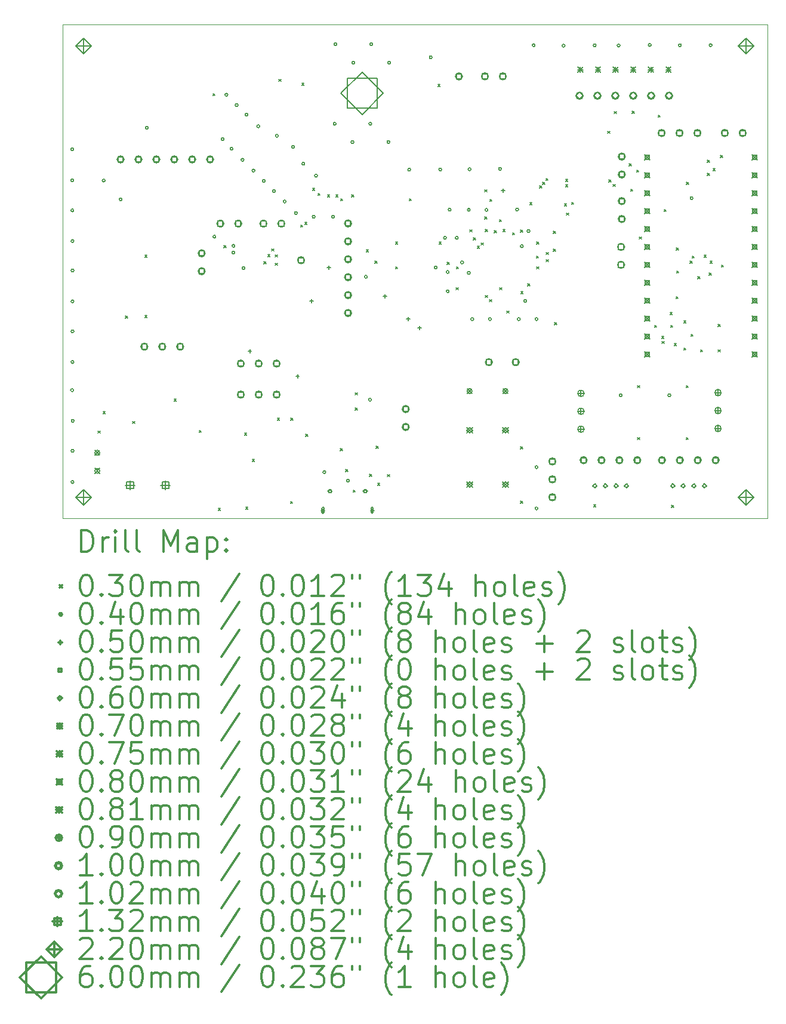
<source format=gbr>
%FSLAX45Y45*%
G04 Gerber Fmt 4.5, Leading zero omitted, Abs format (unit mm)*
G04 Created by KiCad (PCBNEW 4.0.4-stable) date 11/09/17 15:47:03*
%MOMM*%
%LPD*%
G01*
G04 APERTURE LIST*
%ADD10C,0.127000*%
%ADD11C,0.100000*%
%ADD12C,0.200000*%
%ADD13C,0.300000*%
G04 APERTURE END LIST*
D10*
D11*
X5000Y5000D02*
X5000Y7005000D01*
X10005000Y5000D02*
X5000Y5000D01*
X10005000Y7005000D02*
X10005000Y5000D01*
X5000Y7005000D02*
X10005000Y7005000D01*
D12*
X510000Y1245000D02*
X540000Y1215000D01*
X540000Y1245000D02*
X510000Y1215000D01*
X580000Y1520000D02*
X610000Y1490000D01*
X610000Y1520000D02*
X580000Y1490000D01*
X901000Y2877000D02*
X931000Y2847000D01*
X931000Y2877000D02*
X901000Y2847000D01*
X1000000Y1380000D02*
X1030000Y1350000D01*
X1030000Y1380000D02*
X1000000Y1350000D01*
X1176000Y3737000D02*
X1206000Y3707000D01*
X1206000Y3737000D02*
X1176000Y3707000D01*
X1176000Y2882000D02*
X1206000Y2852000D01*
X1206000Y2882000D02*
X1176000Y2852000D01*
X1590000Y1697500D02*
X1620000Y1667500D01*
X1620000Y1697500D02*
X1590000Y1667500D01*
X1945000Y1255000D02*
X1975000Y1225000D01*
X1975000Y1255000D02*
X1945000Y1225000D01*
X2140000Y6029000D02*
X2170000Y5999000D01*
X2170000Y6029000D02*
X2140000Y5999000D01*
X2215000Y147500D02*
X2245000Y117500D01*
X2245000Y147500D02*
X2215000Y117500D01*
X2295750Y3871889D02*
X2325750Y3841889D01*
X2325750Y3871889D02*
X2295750Y3841889D01*
X2590000Y1215000D02*
X2620000Y1185000D01*
X2620000Y1215000D02*
X2590000Y1185000D01*
X2605000Y165000D02*
X2635000Y135000D01*
X2635000Y165000D02*
X2605000Y135000D01*
X2700000Y842500D02*
X2730000Y812500D01*
X2730000Y842500D02*
X2700000Y812500D01*
X2865000Y3645000D02*
X2895000Y3615000D01*
X2895000Y3645000D02*
X2865000Y3615000D01*
X2920000Y3745000D02*
X2950000Y3715000D01*
X2950000Y3745000D02*
X2920000Y3715000D01*
X2972501Y3827499D02*
X3002501Y3797499D01*
X3002501Y3827499D02*
X2972501Y3797499D01*
X3024992Y3740930D02*
X3054992Y3710930D01*
X3054992Y3740930D02*
X3024992Y3710930D01*
X3025000Y3625000D02*
X3055000Y3595000D01*
X3055000Y3625000D02*
X3025000Y3595000D01*
X3055000Y1425000D02*
X3085000Y1395000D01*
X3085000Y1425000D02*
X3055000Y1395000D01*
X3075000Y6230000D02*
X3105000Y6200000D01*
X3105000Y6230000D02*
X3075000Y6200000D01*
X3240000Y245000D02*
X3270000Y215000D01*
X3270000Y245000D02*
X3240000Y215000D01*
X3245000Y1425000D02*
X3275000Y1395000D01*
X3275000Y1425000D02*
X3245000Y1395000D01*
X3385000Y4165000D02*
X3415000Y4135000D01*
X3415000Y4165000D02*
X3385000Y4135000D01*
X3402500Y6176500D02*
X3432500Y6146500D01*
X3432500Y6176500D02*
X3402500Y6146500D01*
X3445001Y4205000D02*
X3475001Y4175000D01*
X3475001Y4205000D02*
X3445001Y4175000D01*
X3455000Y1200000D02*
X3485000Y1170000D01*
X3485000Y1200000D02*
X3455000Y1170000D01*
X3555000Y4685000D02*
X3585000Y4655000D01*
X3585000Y4685000D02*
X3555000Y4655000D01*
X3630000Y4615000D02*
X3660000Y4585000D01*
X3660000Y4615000D02*
X3630000Y4585000D01*
X3765000Y4594999D02*
X3795000Y4564999D01*
X3795000Y4594999D02*
X3765000Y4564999D01*
X3884999Y4595000D02*
X3914999Y4565000D01*
X3914999Y4595000D02*
X3884999Y4565000D01*
X3945000Y996500D02*
X3975000Y966500D01*
X3975000Y996500D02*
X3945000Y966500D01*
X3950000Y4540000D02*
X3980000Y4510000D01*
X3980000Y4540000D02*
X3950000Y4510000D01*
X4025000Y700000D02*
X4055000Y670000D01*
X4055000Y700000D02*
X4025000Y670000D01*
X4110000Y4594998D02*
X4140000Y4564998D01*
X4140000Y4594998D02*
X4110000Y4564998D01*
X4127500Y405000D02*
X4157500Y375000D01*
X4157500Y405000D02*
X4127500Y375000D01*
X4157500Y1570000D02*
X4187500Y1540000D01*
X4187500Y1570000D02*
X4157500Y1540000D01*
X4161000Y1785000D02*
X4191000Y1755000D01*
X4191000Y1785000D02*
X4161000Y1755000D01*
X4315000Y3815000D02*
X4345000Y3785000D01*
X4345000Y3815000D02*
X4315000Y3785000D01*
X4362500Y630000D02*
X4392500Y600000D01*
X4392500Y630000D02*
X4362500Y600000D01*
X4440000Y3652000D02*
X4470000Y3622000D01*
X4470000Y3652000D02*
X4440000Y3622000D01*
X4457500Y1030000D02*
X4487500Y1000000D01*
X4487500Y1030000D02*
X4457500Y1000000D01*
X4475000Y505000D02*
X4505000Y475000D01*
X4505000Y505000D02*
X4475000Y475000D01*
X4615000Y627500D02*
X4645000Y597500D01*
X4645000Y627500D02*
X4615000Y597500D01*
X4730000Y3925000D02*
X4760000Y3895000D01*
X4760000Y3925000D02*
X4730000Y3895000D01*
X4730000Y3575000D02*
X4760000Y3545000D01*
X4760000Y3575000D02*
X4730000Y3545000D01*
X4924000Y4539000D02*
X4954000Y4509000D01*
X4954000Y4539000D02*
X4924000Y4509000D01*
X5330000Y6160000D02*
X5360000Y6130000D01*
X5360000Y6160000D02*
X5330000Y6130000D01*
X5349499Y3926274D02*
X5379499Y3896274D01*
X5379499Y3926274D02*
X5349499Y3896274D01*
X5463000Y3639000D02*
X5493000Y3609000D01*
X5493000Y3639000D02*
X5463000Y3609000D01*
X5590144Y3275856D02*
X5620144Y3245856D01*
X5620144Y3275856D02*
X5590144Y3245856D01*
X5593000Y3575000D02*
X5623000Y3545000D01*
X5623000Y3575000D02*
X5593000Y3545000D01*
X5786356Y4096356D02*
X5816356Y4066356D01*
X5816356Y4096356D02*
X5786356Y4066356D01*
X5837000Y3982000D02*
X5867000Y3952000D01*
X5867000Y3982000D02*
X5837000Y3952000D01*
X5890000Y3866000D02*
X5920000Y3836000D01*
X5920000Y3866000D02*
X5890000Y3836000D01*
X5945000Y3912000D02*
X5975000Y3882000D01*
X5975000Y3912000D02*
X5945000Y3882000D01*
X5995001Y4280000D02*
X6025001Y4250000D01*
X6025001Y4280000D02*
X5995001Y4250000D01*
X5997672Y4664900D02*
X6027672Y4634900D01*
X6027672Y4664900D02*
X5997672Y4634900D01*
X6005000Y3165000D02*
X6035000Y3135000D01*
X6035000Y3165000D02*
X6005000Y3135000D01*
X6005000Y4104000D02*
X6035000Y4074000D01*
X6035000Y4104000D02*
X6005000Y4074000D01*
X6061923Y3106028D02*
X6091923Y3076028D01*
X6091923Y3106028D02*
X6061923Y3076028D01*
X6070000Y4530000D02*
X6100000Y4500000D01*
X6100000Y4530000D02*
X6070000Y4500000D01*
X6130112Y4084605D02*
X6160112Y4054605D01*
X6160112Y4084605D02*
X6130112Y4054605D01*
X6205000Y4242500D02*
X6235000Y4212500D01*
X6235000Y4242500D02*
X6205000Y4212500D01*
X6210000Y3275000D02*
X6240000Y3245000D01*
X6240000Y3275000D02*
X6210000Y3245000D01*
X6255000Y4101000D02*
X6285000Y4071000D01*
X6285000Y4101000D02*
X6255000Y4071000D01*
X6310000Y2945000D02*
X6340000Y2915000D01*
X6340000Y2945000D02*
X6310000Y2915000D01*
X6388000Y4055000D02*
X6418000Y4025000D01*
X6418000Y4055000D02*
X6388000Y4025000D01*
X6505000Y4095000D02*
X6535000Y4065000D01*
X6535000Y4095000D02*
X6505000Y4065000D01*
X6505000Y1020000D02*
X6535000Y990000D01*
X6535000Y1020000D02*
X6505000Y990000D01*
X6505000Y250000D02*
X6535000Y220000D01*
X6535000Y250000D02*
X6505000Y220000D01*
X6510000Y3220000D02*
X6540000Y3190000D01*
X6540000Y3220000D02*
X6510000Y3190000D01*
X6607500Y3330000D02*
X6637500Y3300000D01*
X6637500Y3330000D02*
X6607500Y3300000D01*
X6635000Y4485000D02*
X6665000Y4455000D01*
X6665000Y4485000D02*
X6635000Y4455000D01*
X6729000Y3727000D02*
X6759000Y3697000D01*
X6759000Y3727000D02*
X6729000Y3697000D01*
X6732740Y3926026D02*
X6762740Y3896026D01*
X6762740Y3926026D02*
X6732740Y3896026D01*
X6733000Y3573000D02*
X6763000Y3543000D01*
X6763000Y3573000D02*
X6733000Y3543000D01*
X6773000Y4721000D02*
X6803000Y4691000D01*
X6803000Y4721000D02*
X6773000Y4691000D01*
X6819000Y4771000D02*
X6849000Y4741000D01*
X6849000Y4771000D02*
X6819000Y4741000D01*
X6863017Y4825427D02*
X6893017Y4795427D01*
X6893017Y4825427D02*
X6863017Y4795427D01*
X6870000Y3776000D02*
X6900000Y3746000D01*
X6900000Y3776000D02*
X6870000Y3746000D01*
X6870000Y3675000D02*
X6900000Y3645000D01*
X6900000Y3675000D02*
X6870000Y3645000D01*
X6970000Y4075000D02*
X7000000Y4045000D01*
X7000000Y4075000D02*
X6970000Y4045000D01*
X6970000Y3825000D02*
X7000000Y3795000D01*
X7000000Y3825000D02*
X6970000Y3795000D01*
X6985000Y2780000D02*
X7015000Y2750000D01*
X7015000Y2780000D02*
X6985000Y2750000D01*
X7126000Y4465000D02*
X7156000Y4435000D01*
X7156000Y4465000D02*
X7126000Y4435000D01*
X7143000Y4738000D02*
X7173000Y4708000D01*
X7173000Y4738000D02*
X7143000Y4708000D01*
X7145000Y4815000D02*
X7175000Y4785000D01*
X7175000Y4815000D02*
X7145000Y4785000D01*
X7156000Y4337000D02*
X7186000Y4307000D01*
X7186000Y4337000D02*
X7156000Y4307000D01*
X7227000Y4487000D02*
X7257000Y4457000D01*
X7257000Y4487000D02*
X7227000Y4457000D01*
X7540000Y200000D02*
X7570000Y170000D01*
X7570000Y200000D02*
X7540000Y170000D01*
X7740000Y5494999D02*
X7770000Y5464999D01*
X7770000Y5494999D02*
X7740000Y5464999D01*
X7754999Y4805000D02*
X7784999Y4775000D01*
X7784999Y4805000D02*
X7754999Y4775000D01*
X7815000Y4740000D02*
X7845000Y4710000D01*
X7845000Y4740000D02*
X7815000Y4710000D01*
X7833000Y5776000D02*
X7863000Y5746000D01*
X7863000Y5776000D02*
X7833000Y5746000D01*
X8045000Y5035000D02*
X8075000Y5005000D01*
X8075000Y5035000D02*
X8045000Y5005000D01*
X8064999Y4675000D02*
X8094999Y4645000D01*
X8094999Y4675000D02*
X8064999Y4645000D01*
X8087000Y5779000D02*
X8117000Y5749000D01*
X8117000Y5779000D02*
X8087000Y5749000D01*
X8151376Y4946376D02*
X8181376Y4916376D01*
X8181376Y4946376D02*
X8151376Y4916376D01*
X8165500Y1890000D02*
X8195500Y1860000D01*
X8195500Y1890000D02*
X8165500Y1860000D01*
X8165500Y1150000D02*
X8195500Y1120000D01*
X8195500Y1150000D02*
X8165500Y1120000D01*
X8190000Y3995000D02*
X8220000Y3965000D01*
X8220000Y3995000D02*
X8190000Y3965000D01*
X8405000Y2745000D02*
X8435000Y2715000D01*
X8435000Y2745000D02*
X8405000Y2715000D01*
X8455000Y5725000D02*
X8485000Y5695000D01*
X8485000Y5725000D02*
X8455000Y5695000D01*
X8505001Y2585000D02*
X8535001Y2555000D01*
X8535001Y2585000D02*
X8505001Y2555000D01*
X8510000Y2515000D02*
X8540000Y2485000D01*
X8540000Y2515000D02*
X8510000Y2485000D01*
X8540000Y4385000D02*
X8570000Y4355000D01*
X8570000Y4385000D02*
X8540000Y4355000D01*
X8625001Y2927739D02*
X8655001Y2897739D01*
X8655001Y2927739D02*
X8625001Y2897739D01*
X8635000Y2745000D02*
X8665000Y2715000D01*
X8665000Y2745000D02*
X8635000Y2715000D01*
X8647500Y192500D02*
X8677500Y162500D01*
X8677500Y192500D02*
X8647500Y162500D01*
X8685000Y2485000D02*
X8715000Y2455000D01*
X8715000Y2485000D02*
X8685000Y2455000D01*
X8710001Y3150000D02*
X8740001Y3120000D01*
X8740001Y3150000D02*
X8710001Y3120000D01*
X8715000Y3840000D02*
X8745000Y3810000D01*
X8745000Y3840000D02*
X8715000Y3810000D01*
X8720000Y3515000D02*
X8750000Y3485000D01*
X8750000Y3515000D02*
X8720000Y3485000D01*
X8820000Y2805000D02*
X8850000Y2775000D01*
X8850000Y2805000D02*
X8820000Y2775000D01*
X8820000Y2420000D02*
X8850000Y2390000D01*
X8850000Y2420000D02*
X8820000Y2390000D01*
X8855500Y1890000D02*
X8885500Y1860000D01*
X8885500Y1890000D02*
X8855500Y1860000D01*
X8855500Y1150000D02*
X8885500Y1120000D01*
X8885500Y1150000D02*
X8855500Y1120000D01*
X8860000Y4770000D02*
X8890000Y4740000D01*
X8890000Y4770000D02*
X8860000Y4740000D01*
X8910000Y3654999D02*
X8940000Y3624999D01*
X8940000Y3654999D02*
X8910000Y3624999D01*
X8920000Y2615000D02*
X8950000Y2585000D01*
X8950000Y2615000D02*
X8920000Y2585000D01*
X8940006Y3725326D02*
X8970006Y3695326D01*
X8970006Y3725326D02*
X8940006Y3695326D01*
X9020000Y3435000D02*
X9050000Y3405000D01*
X9050000Y3435000D02*
X9020000Y3405000D01*
X9055000Y2395000D02*
X9085000Y2365000D01*
X9085000Y2395000D02*
X9055000Y2365000D01*
X9107592Y3737947D02*
X9137592Y3707947D01*
X9137592Y3737947D02*
X9107592Y3707947D01*
X9152000Y4897000D02*
X9182000Y4867000D01*
X9182000Y4897000D02*
X9152000Y4867000D01*
X9155000Y5085000D02*
X9185000Y5055000D01*
X9185000Y5085000D02*
X9155000Y5055000D01*
X9180000Y3482501D02*
X9210000Y3452501D01*
X9210000Y3482501D02*
X9180000Y3452501D01*
X9192750Y3655500D02*
X9222750Y3625500D01*
X9222750Y3655500D02*
X9192750Y3625500D01*
X9233250Y4967000D02*
X9263250Y4937000D01*
X9263250Y4967000D02*
X9233250Y4937000D01*
X9305000Y2755000D02*
X9335000Y2725000D01*
X9335000Y2755000D02*
X9305000Y2725000D01*
X9305000Y2395000D02*
X9335000Y2365000D01*
X9335000Y2395000D02*
X9305000Y2365000D01*
X9340216Y5153966D02*
X9370216Y5123966D01*
X9370216Y5153966D02*
X9340216Y5123966D01*
X9355000Y3600000D02*
X9385000Y3570000D01*
X9385000Y3600000D02*
X9355000Y3570000D01*
X162500Y1822500D02*
G75*
G03X162500Y1822500I-20000J0D01*
G01*
X165000Y5237500D02*
G75*
G03X165000Y5237500I-20000J0D01*
G01*
X165000Y4797500D02*
G75*
G03X165000Y4797500I-20000J0D01*
G01*
X165000Y4372500D02*
G75*
G03X165000Y4372500I-20000J0D01*
G01*
X167500Y3937500D02*
G75*
G03X167500Y3937500I-20000J0D01*
G01*
X167500Y3520000D02*
G75*
G03X167500Y3520000I-20000J0D01*
G01*
X167500Y3082500D02*
G75*
G03X167500Y3082500I-20000J0D01*
G01*
X167500Y2657500D02*
G75*
G03X167500Y2657500I-20000J0D01*
G01*
X167500Y2222500D02*
G75*
G03X167500Y2222500I-20000J0D01*
G01*
X167500Y962500D02*
G75*
G03X167500Y962500I-20000J0D01*
G01*
X167500Y520000D02*
G75*
G03X167500Y520000I-20000J0D01*
G01*
X170000Y1387500D02*
G75*
G03X170000Y1387500I-20000J0D01*
G01*
X610000Y4795000D02*
G75*
G03X610000Y4795000I-20000J0D01*
G01*
X850000Y4530000D02*
G75*
G03X850000Y4530000I-20000J0D01*
G01*
X1222500Y5542500D02*
G75*
G03X1222500Y5542500I-20000J0D01*
G01*
X2180000Y4000000D02*
G75*
G03X2180000Y4000000I-20000J0D01*
G01*
X2297500Y5382500D02*
G75*
G03X2297500Y5382500I-20000J0D01*
G01*
X2350000Y6012500D02*
G75*
G03X2350000Y6012500I-20000J0D01*
G01*
X2425000Y5245000D02*
G75*
G03X2425000Y5245000I-20000J0D01*
G01*
X2450000Y3870000D02*
G75*
G03X2450000Y3870000I-20000J0D01*
G01*
X2450000Y3775000D02*
G75*
G03X2450000Y3775000I-20000J0D01*
G01*
X2497500Y5865000D02*
G75*
G03X2497500Y5865000I-20000J0D01*
G01*
X2580000Y5090000D02*
G75*
G03X2580000Y5090000I-20000J0D01*
G01*
X2595000Y3555000D02*
G75*
G03X2595000Y3555000I-20000J0D01*
G01*
X2635000Y5730000D02*
G75*
G03X2635000Y5730000I-20000J0D01*
G01*
X2735000Y4937500D02*
G75*
G03X2735000Y4937500I-20000J0D01*
G01*
X2802500Y5565000D02*
G75*
G03X2802500Y5565000I-20000J0D01*
G01*
X2882500Y4790000D02*
G75*
G03X2882500Y4790000I-20000J0D01*
G01*
X3025000Y4647500D02*
G75*
G03X3025000Y4647500I-20000J0D01*
G01*
X3067500Y5430000D02*
G75*
G03X3067500Y5430000I-20000J0D01*
G01*
X3177500Y4497500D02*
G75*
G03X3177500Y4497500I-20000J0D01*
G01*
X3297500Y5272500D02*
G75*
G03X3297500Y5272500I-20000J0D01*
G01*
X3337500Y4335000D02*
G75*
G03X3337500Y4335000I-20000J0D01*
G01*
X3442500Y5035000D02*
G75*
G03X3442500Y5035000I-20000J0D01*
G01*
X3590000Y4282500D02*
G75*
G03X3590000Y4282500I-20000J0D01*
G01*
X3622500Y4865000D02*
G75*
G03X3622500Y4865000I-20000J0D01*
G01*
X3740000Y660001D02*
G75*
G03X3740000Y660001I-20000J0D01*
G01*
X3862500Y4282500D02*
G75*
G03X3862500Y4282500I-20000J0D01*
G01*
X3887500Y5600000D02*
G75*
G03X3887500Y5600000I-20000J0D01*
G01*
X3897500Y6727500D02*
G75*
G03X3897500Y6727500I-20000J0D01*
G01*
X4075000Y540000D02*
G75*
G03X4075000Y540000I-20000J0D01*
G01*
X4140000Y5340000D02*
G75*
G03X4140000Y5340000I-20000J0D01*
G01*
X4152500Y6467500D02*
G75*
G03X4152500Y6467500I-20000J0D01*
G01*
X4330000Y3430000D02*
G75*
G03X4330000Y3430000I-20000J0D01*
G01*
X4387500Y1687500D02*
G75*
G03X4387500Y1687500I-20000J0D01*
G01*
X4392500Y5600000D02*
G75*
G03X4392500Y5600000I-20000J0D01*
G01*
X4405000Y6730000D02*
G75*
G03X4405000Y6730000I-20000J0D01*
G01*
X4650000Y5342500D02*
G75*
G03X4650000Y5342500I-20000J0D01*
G01*
X4660000Y6467500D02*
G75*
G03X4660000Y6467500I-20000J0D01*
G01*
X4945000Y4950000D02*
G75*
G03X4945000Y4950000I-20000J0D01*
G01*
X5250000Y6542500D02*
G75*
G03X5250000Y6542500I-20000J0D01*
G01*
X5320000Y3561000D02*
G75*
G03X5320000Y3561000I-20000J0D01*
G01*
X5385000Y4952500D02*
G75*
G03X5385000Y4952500I-20000J0D01*
G01*
X5452001Y3983000D02*
G75*
G03X5452001Y3983000I-20000J0D01*
G01*
X5489478Y3226499D02*
G75*
G03X5489478Y3226499I-20000J0D01*
G01*
X5490000Y3500000D02*
G75*
G03X5490000Y3500000I-20000J0D01*
G01*
X5517500Y4382500D02*
G75*
G03X5517500Y4382500I-20000J0D01*
G01*
X5619000Y3983000D02*
G75*
G03X5619000Y3983000I-20000J0D01*
G01*
X5695000Y3635000D02*
G75*
G03X5695000Y3635000I-20000J0D01*
G01*
X5790000Y4380000D02*
G75*
G03X5790000Y4380000I-20000J0D01*
G01*
X5790000Y3486000D02*
G75*
G03X5790000Y3486000I-20000J0D01*
G01*
X5800000Y4955000D02*
G75*
G03X5800000Y4955000I-20000J0D01*
G01*
X5840000Y2830000D02*
G75*
G03X5840000Y2830000I-20000J0D01*
G01*
X6040000Y4380000D02*
G75*
G03X6040000Y4380000I-20000J0D01*
G01*
X6090000Y2830000D02*
G75*
G03X6090000Y2830000I-20000J0D01*
G01*
X6232500Y4960000D02*
G75*
G03X6232500Y4960000I-20000J0D01*
G01*
X6475000Y4385000D02*
G75*
G03X6475000Y4385000I-20000J0D01*
G01*
X6500000Y2830000D02*
G75*
G03X6500000Y2830000I-20000J0D01*
G01*
X6542000Y3864000D02*
G75*
G03X6542000Y3864000I-20000J0D01*
G01*
X6590599Y3086086D02*
G75*
G03X6590599Y3086086I-20000J0D01*
G01*
X6636231Y4079144D02*
G75*
G03X6636231Y4079144I-20000J0D01*
G01*
X6710000Y6715000D02*
G75*
G03X6710000Y6715000I-20000J0D01*
G01*
X6750000Y2830000D02*
G75*
G03X6750000Y2830000I-20000J0D01*
G01*
X6750000Y730000D02*
G75*
G03X6750000Y730000I-20000J0D01*
G01*
X6750000Y145000D02*
G75*
G03X6750000Y145000I-20000J0D01*
G01*
X7135000Y6707500D02*
G75*
G03X7135000Y6707500I-20000J0D01*
G01*
X7575000Y6712500D02*
G75*
G03X7575000Y6712500I-20000J0D01*
G01*
X7915000Y6710000D02*
G75*
G03X7915000Y6710000I-20000J0D01*
G01*
X7945000Y1750000D02*
G75*
G03X7945000Y1750000I-20000J0D01*
G01*
X8357500Y6717500D02*
G75*
G03X8357500Y6717500I-20000J0D01*
G01*
X8635000Y1750000D02*
G75*
G03X8635000Y1750000I-20000J0D01*
G01*
X8785000Y6712500D02*
G75*
G03X8785000Y6712500I-20000J0D01*
G01*
X8950000Y4545000D02*
G75*
G03X8950000Y4545000I-20000J0D01*
G01*
X9220000Y6715000D02*
G75*
G03X9220000Y6715000I-20000J0D01*
G01*
X2663000Y2399000D02*
X2663000Y2349000D01*
X2638000Y2374000D02*
X2688000Y2374000D01*
X3340000Y2045000D02*
X3340000Y1995000D01*
X3315000Y2020000D02*
X3365000Y2020000D01*
X3540000Y3115000D02*
X3540000Y3065000D01*
X3515000Y3090000D02*
X3565000Y3090000D01*
X3700000Y145000D02*
X3700000Y95000D01*
X3675000Y120000D02*
X3725000Y120000D01*
X3715000Y87500D02*
X3715000Y152500D01*
X3685000Y87500D02*
X3685000Y152500D01*
X3715000Y152500D02*
G75*
G03X3685000Y152500I-15000J0D01*
G01*
X3685000Y87500D02*
G75*
G03X3715000Y87500I15000J0D01*
G01*
X3782500Y3587500D02*
X3782500Y3537500D01*
X3757500Y3562500D02*
X3807500Y3562500D01*
X4400000Y145000D02*
X4400000Y95000D01*
X4375000Y120000D02*
X4425000Y120000D01*
X4415000Y87500D02*
X4415000Y152500D01*
X4385000Y87500D02*
X4385000Y152500D01*
X4415000Y152500D02*
G75*
G03X4385000Y152500I-15000J0D01*
G01*
X4385000Y87500D02*
G75*
G03X4415000Y87500I15000J0D01*
G01*
X4580000Y3180000D02*
X4580000Y3130000D01*
X4555000Y3155000D02*
X4605000Y3155000D01*
X4913634Y2857499D02*
X4913634Y2807499D01*
X4888634Y2832499D02*
X4938634Y2832499D01*
X5070000Y2735000D02*
X5070000Y2685000D01*
X5045000Y2710000D02*
X5095000Y2710000D01*
X6260000Y4680000D02*
X6260000Y4630000D01*
X6235000Y4655000D02*
X6285000Y4655000D01*
X3819446Y370554D02*
X3819446Y409446D01*
X3780554Y409446D01*
X3780554Y370554D01*
X3819446Y370554D01*
X3785000Y372500D02*
X3815000Y372500D01*
X3785000Y407500D02*
X3815000Y407500D01*
X3815000Y372500D02*
G75*
G03X3815000Y407500I0J17500D01*
G01*
X3785000Y407500D02*
G75*
G03X3785000Y372500I0J-17500D01*
G01*
X4319446Y370554D02*
X4319446Y409446D01*
X4280554Y409446D01*
X4280554Y370554D01*
X4319446Y370554D01*
X4285000Y372500D02*
X4315000Y372500D01*
X4285000Y407500D02*
X4315000Y407500D01*
X4315000Y372500D02*
G75*
G03X4315000Y407500I0J17500D01*
G01*
X4285000Y407500D02*
G75*
G03X4285000Y372500I0J-17500D01*
G01*
X7557500Y437500D02*
X7587500Y467500D01*
X7557500Y497500D01*
X7527500Y467500D01*
X7557500Y437500D01*
X7707500Y437500D02*
X7737500Y467500D01*
X7707500Y497500D01*
X7677500Y467500D01*
X7707500Y437500D01*
X7857500Y437500D02*
X7887500Y467500D01*
X7857500Y497500D01*
X7827500Y467500D01*
X7857500Y437500D01*
X8007500Y437500D02*
X8037500Y467500D01*
X8007500Y497500D01*
X7977500Y467500D01*
X8007500Y437500D01*
X8662500Y437500D02*
X8692500Y467500D01*
X8662500Y497500D01*
X8632500Y467500D01*
X8662500Y437500D01*
X8812500Y437500D02*
X8842500Y467500D01*
X8812500Y497500D01*
X8782500Y467500D01*
X8812500Y437500D01*
X8962500Y437500D02*
X8992500Y467500D01*
X8962500Y497500D01*
X8932500Y467500D01*
X8962500Y437500D01*
X9112500Y437500D02*
X9142500Y467500D01*
X9112500Y497500D01*
X9082500Y467500D01*
X9112500Y437500D01*
X465000Y970000D02*
X535000Y900000D01*
X535000Y970000D02*
X465000Y900000D01*
X535000Y935000D02*
G75*
G03X535000Y935000I-35000J0D01*
G01*
X465000Y714000D02*
X535000Y644000D01*
X535000Y714000D02*
X465000Y644000D01*
X535000Y679000D02*
G75*
G03X535000Y679000I-35000J0D01*
G01*
X5747000Y1845000D02*
X5817000Y1775000D01*
X5817000Y1845000D02*
X5747000Y1775000D01*
X5817000Y1810000D02*
G75*
G03X5817000Y1810000I-35000J0D01*
G01*
X6255000Y1845000D02*
X6325000Y1775000D01*
X6325000Y1845000D02*
X6255000Y1775000D01*
X6325000Y1810000D02*
G75*
G03X6325000Y1810000I-35000J0D01*
G01*
X7315000Y6405000D02*
X7390000Y6330000D01*
X7390000Y6405000D02*
X7315000Y6330000D01*
X7352500Y6405000D02*
X7352500Y6330000D01*
X7315000Y6367500D02*
X7390000Y6367500D01*
X7565000Y6405000D02*
X7640000Y6330000D01*
X7640000Y6405000D02*
X7565000Y6330000D01*
X7602500Y6405000D02*
X7602500Y6330000D01*
X7565000Y6367500D02*
X7640000Y6367500D01*
X7815000Y6405000D02*
X7890000Y6330000D01*
X7890000Y6405000D02*
X7815000Y6330000D01*
X7852500Y6405000D02*
X7852500Y6330000D01*
X7815000Y6367500D02*
X7890000Y6367500D01*
X8065000Y6405000D02*
X8140000Y6330000D01*
X8140000Y6405000D02*
X8065000Y6330000D01*
X8102500Y6405000D02*
X8102500Y6330000D01*
X8065000Y6367500D02*
X8140000Y6367500D01*
X8315000Y6405000D02*
X8390000Y6330000D01*
X8390000Y6405000D02*
X8315000Y6330000D01*
X8352500Y6405000D02*
X8352500Y6330000D01*
X8315000Y6367500D02*
X8390000Y6367500D01*
X8565000Y6405000D02*
X8640000Y6330000D01*
X8640000Y6405000D02*
X8565000Y6330000D01*
X8602500Y6405000D02*
X8602500Y6330000D01*
X8565000Y6367500D02*
X8640000Y6367500D01*
X8260000Y5166000D02*
X8340000Y5086000D01*
X8340000Y5166000D02*
X8260000Y5086000D01*
X8328284Y5097716D02*
X8328284Y5154285D01*
X8271715Y5154285D01*
X8271715Y5097716D01*
X8328284Y5097716D01*
X8260000Y4912000D02*
X8340000Y4832000D01*
X8340000Y4912000D02*
X8260000Y4832000D01*
X8328284Y4843716D02*
X8328284Y4900285D01*
X8271715Y4900285D01*
X8271715Y4843716D01*
X8328284Y4843716D01*
X8260000Y4658000D02*
X8340000Y4578000D01*
X8340000Y4658000D02*
X8260000Y4578000D01*
X8328284Y4589716D02*
X8328284Y4646285D01*
X8271715Y4646285D01*
X8271715Y4589716D01*
X8328284Y4589716D01*
X8260000Y4404000D02*
X8340000Y4324000D01*
X8340000Y4404000D02*
X8260000Y4324000D01*
X8328284Y4335716D02*
X8328284Y4392285D01*
X8271715Y4392285D01*
X8271715Y4335716D01*
X8328284Y4335716D01*
X8260000Y4150000D02*
X8340000Y4070000D01*
X8340000Y4150000D02*
X8260000Y4070000D01*
X8328284Y4081715D02*
X8328284Y4138284D01*
X8271715Y4138284D01*
X8271715Y4081715D01*
X8328284Y4081715D01*
X8260000Y3896000D02*
X8340000Y3816000D01*
X8340000Y3896000D02*
X8260000Y3816000D01*
X8328284Y3827715D02*
X8328284Y3884284D01*
X8271715Y3884284D01*
X8271715Y3827715D01*
X8328284Y3827715D01*
X8260000Y3642000D02*
X8340000Y3562000D01*
X8340000Y3642000D02*
X8260000Y3562000D01*
X8328284Y3573715D02*
X8328284Y3630284D01*
X8271715Y3630284D01*
X8271715Y3573715D01*
X8328284Y3573715D01*
X8260000Y3388000D02*
X8340000Y3308000D01*
X8340000Y3388000D02*
X8260000Y3308000D01*
X8328284Y3319715D02*
X8328284Y3376284D01*
X8271715Y3376284D01*
X8271715Y3319715D01*
X8328284Y3319715D01*
X8260000Y3134000D02*
X8340000Y3054000D01*
X8340000Y3134000D02*
X8260000Y3054000D01*
X8328284Y3065715D02*
X8328284Y3122284D01*
X8271715Y3122284D01*
X8271715Y3065715D01*
X8328284Y3065715D01*
X8260000Y2880000D02*
X8340000Y2800000D01*
X8340000Y2880000D02*
X8260000Y2800000D01*
X8328284Y2811715D02*
X8328284Y2868284D01*
X8271715Y2868284D01*
X8271715Y2811715D01*
X8328284Y2811715D01*
X8260000Y2626000D02*
X8340000Y2546000D01*
X8340000Y2626000D02*
X8260000Y2546000D01*
X8328284Y2557716D02*
X8328284Y2614285D01*
X8271715Y2614285D01*
X8271715Y2557716D01*
X8328284Y2557716D01*
X8260000Y2372000D02*
X8340000Y2292000D01*
X8340000Y2372000D02*
X8260000Y2292000D01*
X8328284Y2303716D02*
X8328284Y2360285D01*
X8271715Y2360285D01*
X8271715Y2303716D01*
X8328284Y2303716D01*
X9784000Y5166000D02*
X9864000Y5086000D01*
X9864000Y5166000D02*
X9784000Y5086000D01*
X9852285Y5097716D02*
X9852285Y5154285D01*
X9795716Y5154285D01*
X9795716Y5097716D01*
X9852285Y5097716D01*
X9784000Y4912000D02*
X9864000Y4832000D01*
X9864000Y4912000D02*
X9784000Y4832000D01*
X9852285Y4843716D02*
X9852285Y4900285D01*
X9795716Y4900285D01*
X9795716Y4843716D01*
X9852285Y4843716D01*
X9784000Y4658000D02*
X9864000Y4578000D01*
X9864000Y4658000D02*
X9784000Y4578000D01*
X9852285Y4589716D02*
X9852285Y4646285D01*
X9795716Y4646285D01*
X9795716Y4589716D01*
X9852285Y4589716D01*
X9784000Y4404000D02*
X9864000Y4324000D01*
X9864000Y4404000D02*
X9784000Y4324000D01*
X9852285Y4335716D02*
X9852285Y4392285D01*
X9795716Y4392285D01*
X9795716Y4335716D01*
X9852285Y4335716D01*
X9784000Y4150000D02*
X9864000Y4070000D01*
X9864000Y4150000D02*
X9784000Y4070000D01*
X9852285Y4081715D02*
X9852285Y4138284D01*
X9795716Y4138284D01*
X9795716Y4081715D01*
X9852285Y4081715D01*
X9784000Y3896000D02*
X9864000Y3816000D01*
X9864000Y3896000D02*
X9784000Y3816000D01*
X9852285Y3827715D02*
X9852285Y3884284D01*
X9795716Y3884284D01*
X9795716Y3827715D01*
X9852285Y3827715D01*
X9784000Y3642000D02*
X9864000Y3562000D01*
X9864000Y3642000D02*
X9784000Y3562000D01*
X9852285Y3573715D02*
X9852285Y3630284D01*
X9795716Y3630284D01*
X9795716Y3573715D01*
X9852285Y3573715D01*
X9784000Y3388000D02*
X9864000Y3308000D01*
X9864000Y3388000D02*
X9784000Y3308000D01*
X9852285Y3319715D02*
X9852285Y3376284D01*
X9795716Y3376284D01*
X9795716Y3319715D01*
X9852285Y3319715D01*
X9784000Y3134000D02*
X9864000Y3054000D01*
X9864000Y3134000D02*
X9784000Y3054000D01*
X9852285Y3065715D02*
X9852285Y3122284D01*
X9795716Y3122284D01*
X9795716Y3065715D01*
X9852285Y3065715D01*
X9784000Y2880000D02*
X9864000Y2800000D01*
X9864000Y2880000D02*
X9784000Y2800000D01*
X9852285Y2811715D02*
X9852285Y2868284D01*
X9795716Y2868284D01*
X9795716Y2811715D01*
X9852285Y2811715D01*
X9784000Y2626000D02*
X9864000Y2546000D01*
X9864000Y2626000D02*
X9784000Y2546000D01*
X9852285Y2557716D02*
X9852285Y2614285D01*
X9795716Y2614285D01*
X9795716Y2557716D01*
X9852285Y2557716D01*
X9784000Y2372000D02*
X9864000Y2292000D01*
X9864000Y2372000D02*
X9784000Y2292000D01*
X9852285Y2303716D02*
X9852285Y2360285D01*
X9795716Y2360285D01*
X9795716Y2303716D01*
X9852285Y2303716D01*
X5740360Y1295640D02*
X5821640Y1214360D01*
X5821640Y1295640D02*
X5740360Y1214360D01*
X5781000Y1214360D02*
X5821640Y1255000D01*
X5781000Y1295640D01*
X5740360Y1255000D01*
X5781000Y1214360D01*
X5741360Y525640D02*
X5822640Y444360D01*
X5822640Y525640D02*
X5741360Y444360D01*
X5782000Y444360D02*
X5822640Y485000D01*
X5782000Y525640D01*
X5741360Y485000D01*
X5782000Y444360D01*
X6248360Y1295640D02*
X6329640Y1214360D01*
X6329640Y1295640D02*
X6248360Y1214360D01*
X6289000Y1214360D02*
X6329640Y1255000D01*
X6289000Y1295640D01*
X6248360Y1255000D01*
X6289000Y1214360D01*
X6249360Y525640D02*
X6330640Y444360D01*
X6330640Y525640D02*
X6249360Y444360D01*
X6290000Y444360D02*
X6330640Y485000D01*
X6290000Y525640D01*
X6249360Y485000D01*
X6290000Y444360D01*
X7360000Y1823000D02*
X7360000Y1733000D01*
X7315000Y1778000D02*
X7405000Y1778000D01*
X7405000Y1778000D02*
G75*
G03X7405000Y1778000I-45000J0D01*
G01*
X7360000Y1569000D02*
X7360000Y1479000D01*
X7315000Y1524000D02*
X7405000Y1524000D01*
X7405000Y1524000D02*
G75*
G03X7405000Y1524000I-45000J0D01*
G01*
X7360000Y1315000D02*
X7360000Y1225000D01*
X7315000Y1270000D02*
X7405000Y1270000D01*
X7405000Y1270000D02*
G75*
G03X7405000Y1270000I-45000J0D01*
G01*
X9305000Y1833000D02*
X9305000Y1743000D01*
X9260000Y1788000D02*
X9350000Y1788000D01*
X9350000Y1788000D02*
G75*
G03X9350000Y1788000I-45000J0D01*
G01*
X9305000Y1579000D02*
X9305000Y1489000D01*
X9260000Y1534000D02*
X9350000Y1534000D01*
X9350000Y1534000D02*
G75*
G03X9350000Y1534000I-45000J0D01*
G01*
X9305000Y1325000D02*
X9305000Y1235000D01*
X9260000Y1280000D02*
X9350000Y1280000D01*
X9350000Y1280000D02*
G75*
G03X9350000Y1280000I-45000J0D01*
G01*
X865356Y5059644D02*
X865356Y5130356D01*
X794644Y5130356D01*
X794644Y5059644D01*
X865356Y5059644D01*
X880000Y5095000D02*
G75*
G03X880000Y5095000I-50000J0D01*
G01*
X1119356Y5059644D02*
X1119356Y5130356D01*
X1048644Y5130356D01*
X1048644Y5059644D01*
X1119356Y5059644D01*
X1134000Y5095000D02*
G75*
G03X1134000Y5095000I-50000J0D01*
G01*
X1202356Y2404644D02*
X1202356Y2475356D01*
X1131644Y2475356D01*
X1131644Y2404644D01*
X1202356Y2404644D01*
X1217000Y2440000D02*
G75*
G03X1217000Y2440000I-50000J0D01*
G01*
X1373356Y5059644D02*
X1373356Y5130356D01*
X1302644Y5130356D01*
X1302644Y5059644D01*
X1373356Y5059644D01*
X1388000Y5095000D02*
G75*
G03X1388000Y5095000I-50000J0D01*
G01*
X1456356Y2404644D02*
X1456356Y2475356D01*
X1385644Y2475356D01*
X1385644Y2404644D01*
X1456356Y2404644D01*
X1471000Y2440000D02*
G75*
G03X1471000Y2440000I-50000J0D01*
G01*
X1627356Y5059644D02*
X1627356Y5130356D01*
X1556644Y5130356D01*
X1556644Y5059644D01*
X1627356Y5059644D01*
X1642000Y5095000D02*
G75*
G03X1642000Y5095000I-50000J0D01*
G01*
X1710356Y2404644D02*
X1710356Y2475356D01*
X1639644Y2475356D01*
X1639644Y2404644D01*
X1710356Y2404644D01*
X1725000Y2440000D02*
G75*
G03X1725000Y2440000I-50000J0D01*
G01*
X1881356Y5059644D02*
X1881356Y5130356D01*
X1810644Y5130356D01*
X1810644Y5059644D01*
X1881356Y5059644D01*
X1896000Y5095000D02*
G75*
G03X1896000Y5095000I-50000J0D01*
G01*
X2015356Y3728644D02*
X2015356Y3799356D01*
X1944644Y3799356D01*
X1944644Y3728644D01*
X2015356Y3728644D01*
X2030000Y3764000D02*
G75*
G03X2030000Y3764000I-50000J0D01*
G01*
X2015356Y3474644D02*
X2015356Y3545356D01*
X1944644Y3545356D01*
X1944644Y3474644D01*
X2015356Y3474644D01*
X2030000Y3510000D02*
G75*
G03X2030000Y3510000I-50000J0D01*
G01*
X2135356Y5059644D02*
X2135356Y5130356D01*
X2064644Y5130356D01*
X2064644Y5059644D01*
X2135356Y5059644D01*
X2150000Y5095000D02*
G75*
G03X2150000Y5095000I-50000J0D01*
G01*
X2280356Y4149644D02*
X2280356Y4220356D01*
X2209644Y4220356D01*
X2209644Y4149644D01*
X2280356Y4149644D01*
X2295000Y4185000D02*
G75*
G03X2295000Y4185000I-50000J0D01*
G01*
X2534356Y4149644D02*
X2534356Y4220356D01*
X2463644Y4220356D01*
X2463644Y4149644D01*
X2534356Y4149644D01*
X2549000Y4185000D02*
G75*
G03X2549000Y4185000I-50000J0D01*
G01*
X2570356Y2164644D02*
X2570356Y2235356D01*
X2499644Y2235356D01*
X2499644Y2164644D01*
X2570356Y2164644D01*
X2585000Y2200000D02*
G75*
G03X2585000Y2200000I-50000J0D01*
G01*
X2571356Y1724644D02*
X2571356Y1795356D01*
X2500644Y1795356D01*
X2500644Y1724644D01*
X2571356Y1724644D01*
X2586000Y1760000D02*
G75*
G03X2586000Y1760000I-50000J0D01*
G01*
X2824356Y2164644D02*
X2824356Y2235356D01*
X2753644Y2235356D01*
X2753644Y2164644D01*
X2824356Y2164644D01*
X2839000Y2200000D02*
G75*
G03X2839000Y2200000I-50000J0D01*
G01*
X2825356Y1724644D02*
X2825356Y1795356D01*
X2754644Y1795356D01*
X2754644Y1724644D01*
X2825356Y1724644D01*
X2840000Y1760000D02*
G75*
G03X2840000Y1760000I-50000J0D01*
G01*
X2891356Y4149644D02*
X2891356Y4220356D01*
X2820644Y4220356D01*
X2820644Y4149644D01*
X2891356Y4149644D01*
X2906000Y4185000D02*
G75*
G03X2906000Y4185000I-50000J0D01*
G01*
X3078356Y2164644D02*
X3078356Y2235356D01*
X3007644Y2235356D01*
X3007644Y2164644D01*
X3078356Y2164644D01*
X3093000Y2200000D02*
G75*
G03X3093000Y2200000I-50000J0D01*
G01*
X3079356Y1724644D02*
X3079356Y1795356D01*
X3008644Y1795356D01*
X3008644Y1724644D01*
X3079356Y1724644D01*
X3094000Y1760000D02*
G75*
G03X3094000Y1760000I-50000J0D01*
G01*
X3145356Y4149644D02*
X3145356Y4220356D01*
X3074644Y4220356D01*
X3074644Y4149644D01*
X3145356Y4149644D01*
X3160000Y4185000D02*
G75*
G03X3160000Y4185000I-50000J0D01*
G01*
X3425356Y3629644D02*
X3425356Y3700356D01*
X3354644Y3700356D01*
X3354644Y3629644D01*
X3425356Y3629644D01*
X3440000Y3665000D02*
G75*
G03X3440000Y3665000I-50000J0D01*
G01*
X4092856Y4151644D02*
X4092856Y4222356D01*
X4022144Y4222356D01*
X4022144Y4151644D01*
X4092856Y4151644D01*
X4107500Y4187000D02*
G75*
G03X4107500Y4187000I-50000J0D01*
G01*
X4092856Y3897644D02*
X4092856Y3968356D01*
X4022144Y3968356D01*
X4022144Y3897644D01*
X4092856Y3897644D01*
X4107500Y3933000D02*
G75*
G03X4107500Y3933000I-50000J0D01*
G01*
X4092856Y3643644D02*
X4092856Y3714356D01*
X4022144Y3714356D01*
X4022144Y3643644D01*
X4092856Y3643644D01*
X4107500Y3679000D02*
G75*
G03X4107500Y3679000I-50000J0D01*
G01*
X4092856Y3389644D02*
X4092856Y3460356D01*
X4022144Y3460356D01*
X4022144Y3389644D01*
X4092856Y3389644D01*
X4107500Y3425000D02*
G75*
G03X4107500Y3425000I-50000J0D01*
G01*
X4092856Y3135644D02*
X4092856Y3206356D01*
X4022144Y3206356D01*
X4022144Y3135644D01*
X4092856Y3135644D01*
X4107500Y3171000D02*
G75*
G03X4107500Y3171000I-50000J0D01*
G01*
X4092856Y2881644D02*
X4092856Y2952356D01*
X4022144Y2952356D01*
X4022144Y2881644D01*
X4092856Y2881644D01*
X4107500Y2917000D02*
G75*
G03X4107500Y2917000I-50000J0D01*
G01*
X4910356Y1519644D02*
X4910356Y1590356D01*
X4839644Y1590356D01*
X4839644Y1519644D01*
X4910356Y1519644D01*
X4925000Y1555000D02*
G75*
G03X4925000Y1555000I-50000J0D01*
G01*
X4910356Y1265644D02*
X4910356Y1336356D01*
X4839644Y1336356D01*
X4839644Y1265644D01*
X4910356Y1265644D01*
X4925000Y1301000D02*
G75*
G03X4925000Y1301000I-50000J0D01*
G01*
X5665356Y6237144D02*
X5665356Y6307856D01*
X5594644Y6307856D01*
X5594644Y6237144D01*
X5665356Y6237144D01*
X5680000Y6272500D02*
G75*
G03X5680000Y6272500I-50000J0D01*
G01*
X6033856Y6237144D02*
X6033856Y6307856D01*
X5963144Y6307856D01*
X5963144Y6237144D01*
X6033856Y6237144D01*
X6048500Y6272500D02*
G75*
G03X6048500Y6272500I-50000J0D01*
G01*
X6090356Y2184644D02*
X6090356Y2255356D01*
X6019644Y2255356D01*
X6019644Y2184644D01*
X6090356Y2184644D01*
X6105000Y2220000D02*
G75*
G03X6105000Y2220000I-50000J0D01*
G01*
X6287856Y6237144D02*
X6287856Y6307856D01*
X6217144Y6307856D01*
X6217144Y6237144D01*
X6287856Y6237144D01*
X6302500Y6272500D02*
G75*
G03X6302500Y6272500I-50000J0D01*
G01*
X6470356Y2184644D02*
X6470356Y2255356D01*
X6399644Y2255356D01*
X6399644Y2184644D01*
X6470356Y2184644D01*
X6485000Y2220000D02*
G75*
G03X6485000Y2220000I-50000J0D01*
G01*
X6990356Y777644D02*
X6990356Y848356D01*
X6919644Y848356D01*
X6919644Y777644D01*
X6990356Y777644D01*
X7005000Y813000D02*
G75*
G03X7005000Y813000I-50000J0D01*
G01*
X6990356Y523644D02*
X6990356Y594356D01*
X6919644Y594356D01*
X6919644Y523644D01*
X6990356Y523644D01*
X7005000Y559000D02*
G75*
G03X7005000Y559000I-50000J0D01*
G01*
X6990356Y269644D02*
X6990356Y340356D01*
X6919644Y340356D01*
X6919644Y269644D01*
X6990356Y269644D01*
X7005000Y305000D02*
G75*
G03X7005000Y305000I-50000J0D01*
G01*
X7433356Y794644D02*
X7433356Y865356D01*
X7362644Y865356D01*
X7362644Y794644D01*
X7433356Y794644D01*
X7448000Y830000D02*
G75*
G03X7448000Y830000I-50000J0D01*
G01*
X7687356Y794644D02*
X7687356Y865356D01*
X7616644Y865356D01*
X7616644Y794644D01*
X7687356Y794644D01*
X7702000Y830000D02*
G75*
G03X7702000Y830000I-50000J0D01*
G01*
X7941356Y794644D02*
X7941356Y865356D01*
X7870644Y865356D01*
X7870644Y794644D01*
X7941356Y794644D01*
X7956000Y830000D02*
G75*
G03X7956000Y830000I-50000J0D01*
G01*
X7965356Y3818644D02*
X7965356Y3889356D01*
X7894644Y3889356D01*
X7894644Y3818644D01*
X7965356Y3818644D01*
X7980000Y3854000D02*
G75*
G03X7980000Y3854000I-50000J0D01*
G01*
X7965356Y3564644D02*
X7965356Y3635356D01*
X7894644Y3635356D01*
X7894644Y3564644D01*
X7965356Y3564644D01*
X7980000Y3600000D02*
G75*
G03X7980000Y3600000I-50000J0D01*
G01*
X7975356Y5099644D02*
X7975356Y5170356D01*
X7904644Y5170356D01*
X7904644Y5099644D01*
X7975356Y5099644D01*
X7990000Y5135000D02*
G75*
G03X7990000Y5135000I-50000J0D01*
G01*
X7975356Y4845644D02*
X7975356Y4916356D01*
X7904644Y4916356D01*
X7904644Y4845644D01*
X7975356Y4845644D01*
X7990000Y4881000D02*
G75*
G03X7990000Y4881000I-50000J0D01*
G01*
X7975356Y4468644D02*
X7975356Y4539356D01*
X7904644Y4539356D01*
X7904644Y4468644D01*
X7975356Y4468644D01*
X7990000Y4504000D02*
G75*
G03X7990000Y4504000I-50000J0D01*
G01*
X7975356Y4214644D02*
X7975356Y4285356D01*
X7904644Y4285356D01*
X7904644Y4214644D01*
X7975356Y4214644D01*
X7990000Y4250000D02*
G75*
G03X7990000Y4250000I-50000J0D01*
G01*
X8195356Y794644D02*
X8195356Y865356D01*
X8124644Y865356D01*
X8124644Y794644D01*
X8195356Y794644D01*
X8210000Y830000D02*
G75*
G03X8210000Y830000I-50000J0D01*
G01*
X8540356Y5434644D02*
X8540356Y5505356D01*
X8469644Y5505356D01*
X8469644Y5434644D01*
X8540356Y5434644D01*
X8555000Y5470000D02*
G75*
G03X8555000Y5470000I-50000J0D01*
G01*
X8545356Y794644D02*
X8545356Y865356D01*
X8474644Y865356D01*
X8474644Y794644D01*
X8545356Y794644D01*
X8560000Y830000D02*
G75*
G03X8560000Y830000I-50000J0D01*
G01*
X8794356Y5434644D02*
X8794356Y5505356D01*
X8723644Y5505356D01*
X8723644Y5434644D01*
X8794356Y5434644D01*
X8809000Y5470000D02*
G75*
G03X8809000Y5470000I-50000J0D01*
G01*
X8799356Y794644D02*
X8799356Y865356D01*
X8728644Y865356D01*
X8728644Y794644D01*
X8799356Y794644D01*
X8814000Y830000D02*
G75*
G03X8814000Y830000I-50000J0D01*
G01*
X9048356Y5434644D02*
X9048356Y5505356D01*
X8977644Y5505356D01*
X8977644Y5434644D01*
X9048356Y5434644D01*
X9063000Y5470000D02*
G75*
G03X9063000Y5470000I-50000J0D01*
G01*
X9053356Y794644D02*
X9053356Y865356D01*
X8982644Y865356D01*
X8982644Y794644D01*
X9053356Y794644D01*
X9068000Y830000D02*
G75*
G03X9068000Y830000I-50000J0D01*
G01*
X9307356Y794644D02*
X9307356Y865356D01*
X9236644Y865356D01*
X9236644Y794644D01*
X9307356Y794644D01*
X9322000Y830000D02*
G75*
G03X9322000Y830000I-50000J0D01*
G01*
X9436356Y5434644D02*
X9436356Y5505356D01*
X9365644Y5505356D01*
X9365644Y5434644D01*
X9436356Y5434644D01*
X9451000Y5470000D02*
G75*
G03X9451000Y5470000I-50000J0D01*
G01*
X9690356Y5434644D02*
X9690356Y5505356D01*
X9619644Y5505356D01*
X9619644Y5434644D01*
X9690356Y5434644D01*
X9705000Y5470000D02*
G75*
G03X9705000Y5470000I-50000J0D01*
G01*
X7340500Y5946700D02*
X7391300Y5997500D01*
X7340500Y6048300D01*
X7289700Y5997500D01*
X7340500Y5946700D01*
X7391300Y5997500D02*
G75*
G03X7391300Y5997500I-50800J0D01*
G01*
X7594500Y5946700D02*
X7645300Y5997500D01*
X7594500Y6048300D01*
X7543700Y5997500D01*
X7594500Y5946700D01*
X7645300Y5997500D02*
G75*
G03X7645300Y5997500I-50800J0D01*
G01*
X7848500Y5946700D02*
X7899300Y5997500D01*
X7848500Y6048300D01*
X7797700Y5997500D01*
X7848500Y5946700D01*
X7899300Y5997500D02*
G75*
G03X7899300Y5997500I-50800J0D01*
G01*
X8102500Y5946700D02*
X8153300Y5997500D01*
X8102500Y6048300D01*
X8051700Y5997500D01*
X8102500Y5946700D01*
X8153300Y5997500D02*
G75*
G03X8153300Y5997500I-50800J0D01*
G01*
X8356500Y5946700D02*
X8407300Y5997500D01*
X8356500Y6048300D01*
X8305700Y5997500D01*
X8356500Y5946700D01*
X8407300Y5997500D02*
G75*
G03X8407300Y5997500I-50800J0D01*
G01*
X8610500Y5946700D02*
X8661300Y5997500D01*
X8610500Y6048300D01*
X8559700Y5997500D01*
X8610500Y5946700D01*
X8661300Y5997500D02*
G75*
G03X8661300Y5997500I-50800J0D01*
G01*
X965000Y541000D02*
X965000Y409000D01*
X899000Y475000D02*
X1031000Y475000D01*
X1011669Y428330D02*
X1011669Y521669D01*
X918330Y521669D01*
X918330Y428330D01*
X1011669Y428330D01*
X1465000Y541000D02*
X1465000Y409000D01*
X1399000Y475000D02*
X1531000Y475000D01*
X1511669Y428330D02*
X1511669Y521669D01*
X1418330Y521669D01*
X1418330Y428330D01*
X1511669Y428330D01*
X305000Y6815000D02*
X305000Y6595000D01*
X195000Y6705000D02*
X415000Y6705000D01*
X305000Y6595000D02*
X415000Y6705000D01*
X305000Y6815000D01*
X195000Y6705000D01*
X305000Y6595000D01*
X305000Y415000D02*
X305000Y195000D01*
X195000Y305000D02*
X415000Y305000D01*
X305000Y195000D02*
X415000Y305000D01*
X305000Y415000D01*
X195000Y305000D01*
X305000Y195000D01*
X9705000Y6815000D02*
X9705000Y6595000D01*
X9595000Y6705000D02*
X9815000Y6705000D01*
X9705000Y6595000D02*
X9815000Y6705000D01*
X9705000Y6815000D01*
X9595000Y6705000D01*
X9705000Y6595000D01*
X9705000Y415000D02*
X9705000Y195000D01*
X9595000Y305000D02*
X9815000Y305000D01*
X9705000Y195000D02*
X9815000Y305000D01*
X9705000Y415000D01*
X9595000Y305000D01*
X9705000Y195000D01*
X4255500Y5733500D02*
X4555500Y6033500D01*
X4255500Y6333500D01*
X3955500Y6033500D01*
X4255500Y5733500D01*
X4467634Y5821366D02*
X4467634Y6245634D01*
X4043366Y6245634D01*
X4043366Y5821366D01*
X4467634Y5821366D01*
D13*
X271429Y-465714D02*
X271429Y-165714D01*
X342857Y-165714D01*
X385714Y-180000D01*
X414286Y-208571D01*
X428571Y-237143D01*
X442857Y-294286D01*
X442857Y-337143D01*
X428571Y-394286D01*
X414286Y-422857D01*
X385714Y-451429D01*
X342857Y-465714D01*
X271429Y-465714D01*
X571429Y-465714D02*
X571429Y-265714D01*
X571429Y-322857D02*
X585714Y-294286D01*
X600000Y-280000D01*
X628571Y-265714D01*
X657143Y-265714D01*
X757143Y-465714D02*
X757143Y-265714D01*
X757143Y-165714D02*
X742857Y-180000D01*
X757143Y-194286D01*
X771428Y-180000D01*
X757143Y-165714D01*
X757143Y-194286D01*
X942857Y-465714D02*
X914286Y-451429D01*
X900000Y-422857D01*
X900000Y-165714D01*
X1100000Y-465714D02*
X1071429Y-451429D01*
X1057143Y-422857D01*
X1057143Y-165714D01*
X1442857Y-465714D02*
X1442857Y-165714D01*
X1542857Y-380000D01*
X1642857Y-165714D01*
X1642857Y-465714D01*
X1914286Y-465714D02*
X1914286Y-308572D01*
X1900000Y-280000D01*
X1871428Y-265714D01*
X1814286Y-265714D01*
X1785714Y-280000D01*
X1914286Y-451429D02*
X1885714Y-465714D01*
X1814286Y-465714D01*
X1785714Y-451429D01*
X1771428Y-422857D01*
X1771428Y-394286D01*
X1785714Y-365714D01*
X1814286Y-351429D01*
X1885714Y-351429D01*
X1914286Y-337143D01*
X2057143Y-265714D02*
X2057143Y-565714D01*
X2057143Y-280000D02*
X2085714Y-265714D01*
X2142857Y-265714D01*
X2171429Y-280000D01*
X2185714Y-294286D01*
X2200000Y-322857D01*
X2200000Y-408571D01*
X2185714Y-437143D01*
X2171429Y-451429D01*
X2142857Y-465714D01*
X2085714Y-465714D01*
X2057143Y-451429D01*
X2328571Y-437143D02*
X2342857Y-451429D01*
X2328571Y-465714D01*
X2314286Y-451429D01*
X2328571Y-437143D01*
X2328571Y-465714D01*
X2328571Y-280000D02*
X2342857Y-294286D01*
X2328571Y-308572D01*
X2314286Y-294286D01*
X2328571Y-280000D01*
X2328571Y-308572D01*
X-30000Y-945000D02*
X0Y-975000D01*
X0Y-945000D02*
X-30000Y-975000D01*
X328571Y-795714D02*
X357143Y-795714D01*
X385714Y-810000D01*
X400000Y-824286D01*
X414286Y-852857D01*
X428571Y-910000D01*
X428571Y-981429D01*
X414286Y-1038571D01*
X400000Y-1067143D01*
X385714Y-1081429D01*
X357143Y-1095714D01*
X328571Y-1095714D01*
X300000Y-1081429D01*
X285714Y-1067143D01*
X271429Y-1038571D01*
X257143Y-981429D01*
X257143Y-910000D01*
X271429Y-852857D01*
X285714Y-824286D01*
X300000Y-810000D01*
X328571Y-795714D01*
X557143Y-1067143D02*
X571429Y-1081429D01*
X557143Y-1095714D01*
X542857Y-1081429D01*
X557143Y-1067143D01*
X557143Y-1095714D01*
X671428Y-795714D02*
X857143Y-795714D01*
X757143Y-910000D01*
X800000Y-910000D01*
X828571Y-924286D01*
X842857Y-938571D01*
X857143Y-967143D01*
X857143Y-1038571D01*
X842857Y-1067143D01*
X828571Y-1081429D01*
X800000Y-1095714D01*
X714286Y-1095714D01*
X685714Y-1081429D01*
X671428Y-1067143D01*
X1042857Y-795714D02*
X1071429Y-795714D01*
X1100000Y-810000D01*
X1114286Y-824286D01*
X1128571Y-852857D01*
X1142857Y-910000D01*
X1142857Y-981429D01*
X1128571Y-1038571D01*
X1114286Y-1067143D01*
X1100000Y-1081429D01*
X1071429Y-1095714D01*
X1042857Y-1095714D01*
X1014286Y-1081429D01*
X1000000Y-1067143D01*
X985714Y-1038571D01*
X971428Y-981429D01*
X971428Y-910000D01*
X985714Y-852857D01*
X1000000Y-824286D01*
X1014286Y-810000D01*
X1042857Y-795714D01*
X1271429Y-1095714D02*
X1271429Y-895714D01*
X1271429Y-924286D02*
X1285714Y-910000D01*
X1314286Y-895714D01*
X1357143Y-895714D01*
X1385714Y-910000D01*
X1400000Y-938571D01*
X1400000Y-1095714D01*
X1400000Y-938571D02*
X1414286Y-910000D01*
X1442857Y-895714D01*
X1485714Y-895714D01*
X1514286Y-910000D01*
X1528571Y-938571D01*
X1528571Y-1095714D01*
X1671428Y-1095714D02*
X1671428Y-895714D01*
X1671428Y-924286D02*
X1685714Y-910000D01*
X1714286Y-895714D01*
X1757143Y-895714D01*
X1785714Y-910000D01*
X1800000Y-938571D01*
X1800000Y-1095714D01*
X1800000Y-938571D02*
X1814286Y-910000D01*
X1842857Y-895714D01*
X1885714Y-895714D01*
X1914286Y-910000D01*
X1928571Y-938571D01*
X1928571Y-1095714D01*
X2514286Y-781429D02*
X2257143Y-1167143D01*
X2900000Y-795714D02*
X2928571Y-795714D01*
X2957143Y-810000D01*
X2971428Y-824286D01*
X2985714Y-852857D01*
X3000000Y-910000D01*
X3000000Y-981429D01*
X2985714Y-1038571D01*
X2971428Y-1067143D01*
X2957143Y-1081429D01*
X2928571Y-1095714D01*
X2900000Y-1095714D01*
X2871428Y-1081429D01*
X2857143Y-1067143D01*
X2842857Y-1038571D01*
X2828571Y-981429D01*
X2828571Y-910000D01*
X2842857Y-852857D01*
X2857143Y-824286D01*
X2871428Y-810000D01*
X2900000Y-795714D01*
X3128571Y-1067143D02*
X3142857Y-1081429D01*
X3128571Y-1095714D01*
X3114286Y-1081429D01*
X3128571Y-1067143D01*
X3128571Y-1095714D01*
X3328571Y-795714D02*
X3357143Y-795714D01*
X3385714Y-810000D01*
X3400000Y-824286D01*
X3414285Y-852857D01*
X3428571Y-910000D01*
X3428571Y-981429D01*
X3414285Y-1038571D01*
X3400000Y-1067143D01*
X3385714Y-1081429D01*
X3357143Y-1095714D01*
X3328571Y-1095714D01*
X3300000Y-1081429D01*
X3285714Y-1067143D01*
X3271428Y-1038571D01*
X3257143Y-981429D01*
X3257143Y-910000D01*
X3271428Y-852857D01*
X3285714Y-824286D01*
X3300000Y-810000D01*
X3328571Y-795714D01*
X3714285Y-1095714D02*
X3542857Y-1095714D01*
X3628571Y-1095714D02*
X3628571Y-795714D01*
X3600000Y-838571D01*
X3571428Y-867143D01*
X3542857Y-881429D01*
X3828571Y-824286D02*
X3842857Y-810000D01*
X3871428Y-795714D01*
X3942857Y-795714D01*
X3971428Y-810000D01*
X3985714Y-824286D01*
X4000000Y-852857D01*
X4000000Y-881429D01*
X3985714Y-924286D01*
X3814285Y-1095714D01*
X4000000Y-1095714D01*
X4114286Y-795714D02*
X4114286Y-852857D01*
X4228571Y-795714D02*
X4228571Y-852857D01*
X4671428Y-1210000D02*
X4657143Y-1195714D01*
X4628571Y-1152857D01*
X4614286Y-1124286D01*
X4600000Y-1081429D01*
X4585714Y-1010000D01*
X4585714Y-952857D01*
X4600000Y-881429D01*
X4614286Y-838571D01*
X4628571Y-810000D01*
X4657143Y-767143D01*
X4671428Y-752857D01*
X4942857Y-1095714D02*
X4771428Y-1095714D01*
X4857143Y-1095714D02*
X4857143Y-795714D01*
X4828571Y-838571D01*
X4800000Y-867143D01*
X4771428Y-881429D01*
X5042857Y-795714D02*
X5228571Y-795714D01*
X5128571Y-910000D01*
X5171428Y-910000D01*
X5200000Y-924286D01*
X5214286Y-938571D01*
X5228571Y-967143D01*
X5228571Y-1038571D01*
X5214286Y-1067143D01*
X5200000Y-1081429D01*
X5171428Y-1095714D01*
X5085714Y-1095714D01*
X5057143Y-1081429D01*
X5042857Y-1067143D01*
X5485714Y-895714D02*
X5485714Y-1095714D01*
X5414286Y-781429D02*
X5342857Y-995714D01*
X5528571Y-995714D01*
X5871428Y-1095714D02*
X5871428Y-795714D01*
X6000000Y-1095714D02*
X6000000Y-938571D01*
X5985714Y-910000D01*
X5957143Y-895714D01*
X5914285Y-895714D01*
X5885714Y-910000D01*
X5871428Y-924286D01*
X6185714Y-1095714D02*
X6157143Y-1081429D01*
X6142857Y-1067143D01*
X6128571Y-1038571D01*
X6128571Y-952857D01*
X6142857Y-924286D01*
X6157143Y-910000D01*
X6185714Y-895714D01*
X6228571Y-895714D01*
X6257143Y-910000D01*
X6271428Y-924286D01*
X6285714Y-952857D01*
X6285714Y-1038571D01*
X6271428Y-1067143D01*
X6257143Y-1081429D01*
X6228571Y-1095714D01*
X6185714Y-1095714D01*
X6457143Y-1095714D02*
X6428571Y-1081429D01*
X6414286Y-1052857D01*
X6414286Y-795714D01*
X6685714Y-1081429D02*
X6657143Y-1095714D01*
X6600000Y-1095714D01*
X6571428Y-1081429D01*
X6557143Y-1052857D01*
X6557143Y-938571D01*
X6571428Y-910000D01*
X6600000Y-895714D01*
X6657143Y-895714D01*
X6685714Y-910000D01*
X6700000Y-938571D01*
X6700000Y-967143D01*
X6557143Y-995714D01*
X6814286Y-1081429D02*
X6842857Y-1095714D01*
X6900000Y-1095714D01*
X6928571Y-1081429D01*
X6942857Y-1052857D01*
X6942857Y-1038571D01*
X6928571Y-1010000D01*
X6900000Y-995714D01*
X6857143Y-995714D01*
X6828571Y-981429D01*
X6814286Y-952857D01*
X6814286Y-938571D01*
X6828571Y-910000D01*
X6857143Y-895714D01*
X6900000Y-895714D01*
X6928571Y-910000D01*
X7042857Y-1210000D02*
X7057143Y-1195714D01*
X7085714Y-1152857D01*
X7100000Y-1124286D01*
X7114286Y-1081429D01*
X7128571Y-1010000D01*
X7128571Y-952857D01*
X7114286Y-881429D01*
X7100000Y-838571D01*
X7085714Y-810000D01*
X7057143Y-767143D01*
X7042857Y-752857D01*
X0Y-1356000D02*
G75*
G03X0Y-1356000I-20000J0D01*
G01*
X328571Y-1191714D02*
X357143Y-1191714D01*
X385714Y-1206000D01*
X400000Y-1220286D01*
X414286Y-1248857D01*
X428571Y-1306000D01*
X428571Y-1377429D01*
X414286Y-1434571D01*
X400000Y-1463143D01*
X385714Y-1477429D01*
X357143Y-1491714D01*
X328571Y-1491714D01*
X300000Y-1477429D01*
X285714Y-1463143D01*
X271429Y-1434571D01*
X257143Y-1377429D01*
X257143Y-1306000D01*
X271429Y-1248857D01*
X285714Y-1220286D01*
X300000Y-1206000D01*
X328571Y-1191714D01*
X557143Y-1463143D02*
X571429Y-1477429D01*
X557143Y-1491714D01*
X542857Y-1477429D01*
X557143Y-1463143D01*
X557143Y-1491714D01*
X828571Y-1291714D02*
X828571Y-1491714D01*
X757143Y-1177429D02*
X685714Y-1391714D01*
X871428Y-1391714D01*
X1042857Y-1191714D02*
X1071429Y-1191714D01*
X1100000Y-1206000D01*
X1114286Y-1220286D01*
X1128571Y-1248857D01*
X1142857Y-1306000D01*
X1142857Y-1377429D01*
X1128571Y-1434571D01*
X1114286Y-1463143D01*
X1100000Y-1477429D01*
X1071429Y-1491714D01*
X1042857Y-1491714D01*
X1014286Y-1477429D01*
X1000000Y-1463143D01*
X985714Y-1434571D01*
X971428Y-1377429D01*
X971428Y-1306000D01*
X985714Y-1248857D01*
X1000000Y-1220286D01*
X1014286Y-1206000D01*
X1042857Y-1191714D01*
X1271429Y-1491714D02*
X1271429Y-1291714D01*
X1271429Y-1320286D02*
X1285714Y-1306000D01*
X1314286Y-1291714D01*
X1357143Y-1291714D01*
X1385714Y-1306000D01*
X1400000Y-1334572D01*
X1400000Y-1491714D01*
X1400000Y-1334572D02*
X1414286Y-1306000D01*
X1442857Y-1291714D01*
X1485714Y-1291714D01*
X1514286Y-1306000D01*
X1528571Y-1334572D01*
X1528571Y-1491714D01*
X1671428Y-1491714D02*
X1671428Y-1291714D01*
X1671428Y-1320286D02*
X1685714Y-1306000D01*
X1714286Y-1291714D01*
X1757143Y-1291714D01*
X1785714Y-1306000D01*
X1800000Y-1334572D01*
X1800000Y-1491714D01*
X1800000Y-1334572D02*
X1814286Y-1306000D01*
X1842857Y-1291714D01*
X1885714Y-1291714D01*
X1914286Y-1306000D01*
X1928571Y-1334572D01*
X1928571Y-1491714D01*
X2514286Y-1177429D02*
X2257143Y-1563143D01*
X2900000Y-1191714D02*
X2928571Y-1191714D01*
X2957143Y-1206000D01*
X2971428Y-1220286D01*
X2985714Y-1248857D01*
X3000000Y-1306000D01*
X3000000Y-1377429D01*
X2985714Y-1434571D01*
X2971428Y-1463143D01*
X2957143Y-1477429D01*
X2928571Y-1491714D01*
X2900000Y-1491714D01*
X2871428Y-1477429D01*
X2857143Y-1463143D01*
X2842857Y-1434571D01*
X2828571Y-1377429D01*
X2828571Y-1306000D01*
X2842857Y-1248857D01*
X2857143Y-1220286D01*
X2871428Y-1206000D01*
X2900000Y-1191714D01*
X3128571Y-1463143D02*
X3142857Y-1477429D01*
X3128571Y-1491714D01*
X3114286Y-1477429D01*
X3128571Y-1463143D01*
X3128571Y-1491714D01*
X3328571Y-1191714D02*
X3357143Y-1191714D01*
X3385714Y-1206000D01*
X3400000Y-1220286D01*
X3414285Y-1248857D01*
X3428571Y-1306000D01*
X3428571Y-1377429D01*
X3414285Y-1434571D01*
X3400000Y-1463143D01*
X3385714Y-1477429D01*
X3357143Y-1491714D01*
X3328571Y-1491714D01*
X3300000Y-1477429D01*
X3285714Y-1463143D01*
X3271428Y-1434571D01*
X3257143Y-1377429D01*
X3257143Y-1306000D01*
X3271428Y-1248857D01*
X3285714Y-1220286D01*
X3300000Y-1206000D01*
X3328571Y-1191714D01*
X3714285Y-1491714D02*
X3542857Y-1491714D01*
X3628571Y-1491714D02*
X3628571Y-1191714D01*
X3600000Y-1234572D01*
X3571428Y-1263143D01*
X3542857Y-1277429D01*
X3971428Y-1191714D02*
X3914285Y-1191714D01*
X3885714Y-1206000D01*
X3871428Y-1220286D01*
X3842857Y-1263143D01*
X3828571Y-1320286D01*
X3828571Y-1434571D01*
X3842857Y-1463143D01*
X3857143Y-1477429D01*
X3885714Y-1491714D01*
X3942857Y-1491714D01*
X3971428Y-1477429D01*
X3985714Y-1463143D01*
X4000000Y-1434571D01*
X4000000Y-1363143D01*
X3985714Y-1334572D01*
X3971428Y-1320286D01*
X3942857Y-1306000D01*
X3885714Y-1306000D01*
X3857143Y-1320286D01*
X3842857Y-1334572D01*
X3828571Y-1363143D01*
X4114286Y-1191714D02*
X4114286Y-1248857D01*
X4228571Y-1191714D02*
X4228571Y-1248857D01*
X4671428Y-1606000D02*
X4657143Y-1591714D01*
X4628571Y-1548857D01*
X4614286Y-1520286D01*
X4600000Y-1477429D01*
X4585714Y-1406000D01*
X4585714Y-1348857D01*
X4600000Y-1277429D01*
X4614286Y-1234572D01*
X4628571Y-1206000D01*
X4657143Y-1163143D01*
X4671428Y-1148857D01*
X4828571Y-1320286D02*
X4800000Y-1306000D01*
X4785714Y-1291714D01*
X4771428Y-1263143D01*
X4771428Y-1248857D01*
X4785714Y-1220286D01*
X4800000Y-1206000D01*
X4828571Y-1191714D01*
X4885714Y-1191714D01*
X4914286Y-1206000D01*
X4928571Y-1220286D01*
X4942857Y-1248857D01*
X4942857Y-1263143D01*
X4928571Y-1291714D01*
X4914286Y-1306000D01*
X4885714Y-1320286D01*
X4828571Y-1320286D01*
X4800000Y-1334572D01*
X4785714Y-1348857D01*
X4771428Y-1377429D01*
X4771428Y-1434571D01*
X4785714Y-1463143D01*
X4800000Y-1477429D01*
X4828571Y-1491714D01*
X4885714Y-1491714D01*
X4914286Y-1477429D01*
X4928571Y-1463143D01*
X4942857Y-1434571D01*
X4942857Y-1377429D01*
X4928571Y-1348857D01*
X4914286Y-1334572D01*
X4885714Y-1320286D01*
X5200000Y-1291714D02*
X5200000Y-1491714D01*
X5128571Y-1177429D02*
X5057143Y-1391714D01*
X5242857Y-1391714D01*
X5585714Y-1491714D02*
X5585714Y-1191714D01*
X5714285Y-1491714D02*
X5714285Y-1334572D01*
X5700000Y-1306000D01*
X5671428Y-1291714D01*
X5628571Y-1291714D01*
X5600000Y-1306000D01*
X5585714Y-1320286D01*
X5900000Y-1491714D02*
X5871428Y-1477429D01*
X5857143Y-1463143D01*
X5842857Y-1434571D01*
X5842857Y-1348857D01*
X5857143Y-1320286D01*
X5871428Y-1306000D01*
X5900000Y-1291714D01*
X5942857Y-1291714D01*
X5971428Y-1306000D01*
X5985714Y-1320286D01*
X6000000Y-1348857D01*
X6000000Y-1434571D01*
X5985714Y-1463143D01*
X5971428Y-1477429D01*
X5942857Y-1491714D01*
X5900000Y-1491714D01*
X6171428Y-1491714D02*
X6142857Y-1477429D01*
X6128571Y-1448857D01*
X6128571Y-1191714D01*
X6400000Y-1477429D02*
X6371428Y-1491714D01*
X6314286Y-1491714D01*
X6285714Y-1477429D01*
X6271428Y-1448857D01*
X6271428Y-1334572D01*
X6285714Y-1306000D01*
X6314286Y-1291714D01*
X6371428Y-1291714D01*
X6400000Y-1306000D01*
X6414286Y-1334572D01*
X6414286Y-1363143D01*
X6271428Y-1391714D01*
X6528571Y-1477429D02*
X6557143Y-1491714D01*
X6614286Y-1491714D01*
X6642857Y-1477429D01*
X6657143Y-1448857D01*
X6657143Y-1434571D01*
X6642857Y-1406000D01*
X6614286Y-1391714D01*
X6571428Y-1391714D01*
X6542857Y-1377429D01*
X6528571Y-1348857D01*
X6528571Y-1334572D01*
X6542857Y-1306000D01*
X6571428Y-1291714D01*
X6614286Y-1291714D01*
X6642857Y-1306000D01*
X6757143Y-1606000D02*
X6771428Y-1591714D01*
X6800000Y-1548857D01*
X6814286Y-1520286D01*
X6828571Y-1477429D01*
X6842857Y-1406000D01*
X6842857Y-1348857D01*
X6828571Y-1277429D01*
X6814286Y-1234572D01*
X6800000Y-1206000D01*
X6771428Y-1163143D01*
X6757143Y-1148857D01*
X-25000Y-1727000D02*
X-25000Y-1777000D01*
X-50000Y-1752000D02*
X0Y-1752000D01*
X328571Y-1587714D02*
X357143Y-1587714D01*
X385714Y-1602000D01*
X400000Y-1616286D01*
X414286Y-1644857D01*
X428571Y-1702000D01*
X428571Y-1773429D01*
X414286Y-1830571D01*
X400000Y-1859143D01*
X385714Y-1873429D01*
X357143Y-1887714D01*
X328571Y-1887714D01*
X300000Y-1873429D01*
X285714Y-1859143D01*
X271429Y-1830571D01*
X257143Y-1773429D01*
X257143Y-1702000D01*
X271429Y-1644857D01*
X285714Y-1616286D01*
X300000Y-1602000D01*
X328571Y-1587714D01*
X557143Y-1859143D02*
X571429Y-1873429D01*
X557143Y-1887714D01*
X542857Y-1873429D01*
X557143Y-1859143D01*
X557143Y-1887714D01*
X842857Y-1587714D02*
X700000Y-1587714D01*
X685714Y-1730571D01*
X700000Y-1716286D01*
X728571Y-1702000D01*
X800000Y-1702000D01*
X828571Y-1716286D01*
X842857Y-1730571D01*
X857143Y-1759143D01*
X857143Y-1830571D01*
X842857Y-1859143D01*
X828571Y-1873429D01*
X800000Y-1887714D01*
X728571Y-1887714D01*
X700000Y-1873429D01*
X685714Y-1859143D01*
X1042857Y-1587714D02*
X1071429Y-1587714D01*
X1100000Y-1602000D01*
X1114286Y-1616286D01*
X1128571Y-1644857D01*
X1142857Y-1702000D01*
X1142857Y-1773429D01*
X1128571Y-1830571D01*
X1114286Y-1859143D01*
X1100000Y-1873429D01*
X1071429Y-1887714D01*
X1042857Y-1887714D01*
X1014286Y-1873429D01*
X1000000Y-1859143D01*
X985714Y-1830571D01*
X971428Y-1773429D01*
X971428Y-1702000D01*
X985714Y-1644857D01*
X1000000Y-1616286D01*
X1014286Y-1602000D01*
X1042857Y-1587714D01*
X1271429Y-1887714D02*
X1271429Y-1687714D01*
X1271429Y-1716286D02*
X1285714Y-1702000D01*
X1314286Y-1687714D01*
X1357143Y-1687714D01*
X1385714Y-1702000D01*
X1400000Y-1730571D01*
X1400000Y-1887714D01*
X1400000Y-1730571D02*
X1414286Y-1702000D01*
X1442857Y-1687714D01*
X1485714Y-1687714D01*
X1514286Y-1702000D01*
X1528571Y-1730571D01*
X1528571Y-1887714D01*
X1671428Y-1887714D02*
X1671428Y-1687714D01*
X1671428Y-1716286D02*
X1685714Y-1702000D01*
X1714286Y-1687714D01*
X1757143Y-1687714D01*
X1785714Y-1702000D01*
X1800000Y-1730571D01*
X1800000Y-1887714D01*
X1800000Y-1730571D02*
X1814286Y-1702000D01*
X1842857Y-1687714D01*
X1885714Y-1687714D01*
X1914286Y-1702000D01*
X1928571Y-1730571D01*
X1928571Y-1887714D01*
X2514286Y-1573429D02*
X2257143Y-1959143D01*
X2900000Y-1587714D02*
X2928571Y-1587714D01*
X2957143Y-1602000D01*
X2971428Y-1616286D01*
X2985714Y-1644857D01*
X3000000Y-1702000D01*
X3000000Y-1773429D01*
X2985714Y-1830571D01*
X2971428Y-1859143D01*
X2957143Y-1873429D01*
X2928571Y-1887714D01*
X2900000Y-1887714D01*
X2871428Y-1873429D01*
X2857143Y-1859143D01*
X2842857Y-1830571D01*
X2828571Y-1773429D01*
X2828571Y-1702000D01*
X2842857Y-1644857D01*
X2857143Y-1616286D01*
X2871428Y-1602000D01*
X2900000Y-1587714D01*
X3128571Y-1859143D02*
X3142857Y-1873429D01*
X3128571Y-1887714D01*
X3114286Y-1873429D01*
X3128571Y-1859143D01*
X3128571Y-1887714D01*
X3328571Y-1587714D02*
X3357143Y-1587714D01*
X3385714Y-1602000D01*
X3400000Y-1616286D01*
X3414285Y-1644857D01*
X3428571Y-1702000D01*
X3428571Y-1773429D01*
X3414285Y-1830571D01*
X3400000Y-1859143D01*
X3385714Y-1873429D01*
X3357143Y-1887714D01*
X3328571Y-1887714D01*
X3300000Y-1873429D01*
X3285714Y-1859143D01*
X3271428Y-1830571D01*
X3257143Y-1773429D01*
X3257143Y-1702000D01*
X3271428Y-1644857D01*
X3285714Y-1616286D01*
X3300000Y-1602000D01*
X3328571Y-1587714D01*
X3542857Y-1616286D02*
X3557143Y-1602000D01*
X3585714Y-1587714D01*
X3657143Y-1587714D01*
X3685714Y-1602000D01*
X3700000Y-1616286D01*
X3714285Y-1644857D01*
X3714285Y-1673429D01*
X3700000Y-1716286D01*
X3528571Y-1887714D01*
X3714285Y-1887714D01*
X3900000Y-1587714D02*
X3928571Y-1587714D01*
X3957143Y-1602000D01*
X3971428Y-1616286D01*
X3985714Y-1644857D01*
X4000000Y-1702000D01*
X4000000Y-1773429D01*
X3985714Y-1830571D01*
X3971428Y-1859143D01*
X3957143Y-1873429D01*
X3928571Y-1887714D01*
X3900000Y-1887714D01*
X3871428Y-1873429D01*
X3857143Y-1859143D01*
X3842857Y-1830571D01*
X3828571Y-1773429D01*
X3828571Y-1702000D01*
X3842857Y-1644857D01*
X3857143Y-1616286D01*
X3871428Y-1602000D01*
X3900000Y-1587714D01*
X4114286Y-1587714D02*
X4114286Y-1644857D01*
X4228571Y-1587714D02*
X4228571Y-1644857D01*
X4671428Y-2002000D02*
X4657143Y-1987714D01*
X4628571Y-1944857D01*
X4614286Y-1916286D01*
X4600000Y-1873429D01*
X4585714Y-1802000D01*
X4585714Y-1744857D01*
X4600000Y-1673429D01*
X4614286Y-1630571D01*
X4628571Y-1602000D01*
X4657143Y-1559143D01*
X4671428Y-1544857D01*
X4828571Y-1716286D02*
X4800000Y-1702000D01*
X4785714Y-1687714D01*
X4771428Y-1659143D01*
X4771428Y-1644857D01*
X4785714Y-1616286D01*
X4800000Y-1602000D01*
X4828571Y-1587714D01*
X4885714Y-1587714D01*
X4914286Y-1602000D01*
X4928571Y-1616286D01*
X4942857Y-1644857D01*
X4942857Y-1659143D01*
X4928571Y-1687714D01*
X4914286Y-1702000D01*
X4885714Y-1716286D01*
X4828571Y-1716286D01*
X4800000Y-1730571D01*
X4785714Y-1744857D01*
X4771428Y-1773429D01*
X4771428Y-1830571D01*
X4785714Y-1859143D01*
X4800000Y-1873429D01*
X4828571Y-1887714D01*
X4885714Y-1887714D01*
X4914286Y-1873429D01*
X4928571Y-1859143D01*
X4942857Y-1830571D01*
X4942857Y-1773429D01*
X4928571Y-1744857D01*
X4914286Y-1730571D01*
X4885714Y-1716286D01*
X5300000Y-1887714D02*
X5300000Y-1587714D01*
X5428571Y-1887714D02*
X5428571Y-1730571D01*
X5414286Y-1702000D01*
X5385714Y-1687714D01*
X5342857Y-1687714D01*
X5314286Y-1702000D01*
X5300000Y-1716286D01*
X5614285Y-1887714D02*
X5585714Y-1873429D01*
X5571428Y-1859143D01*
X5557143Y-1830571D01*
X5557143Y-1744857D01*
X5571428Y-1716286D01*
X5585714Y-1702000D01*
X5614285Y-1687714D01*
X5657143Y-1687714D01*
X5685714Y-1702000D01*
X5700000Y-1716286D01*
X5714285Y-1744857D01*
X5714285Y-1830571D01*
X5700000Y-1859143D01*
X5685714Y-1873429D01*
X5657143Y-1887714D01*
X5614285Y-1887714D01*
X5885714Y-1887714D02*
X5857143Y-1873429D01*
X5842857Y-1844857D01*
X5842857Y-1587714D01*
X6114286Y-1873429D02*
X6085714Y-1887714D01*
X6028571Y-1887714D01*
X6000000Y-1873429D01*
X5985714Y-1844857D01*
X5985714Y-1730571D01*
X6000000Y-1702000D01*
X6028571Y-1687714D01*
X6085714Y-1687714D01*
X6114286Y-1702000D01*
X6128571Y-1730571D01*
X6128571Y-1759143D01*
X5985714Y-1787714D01*
X6242857Y-1873429D02*
X6271428Y-1887714D01*
X6328571Y-1887714D01*
X6357143Y-1873429D01*
X6371428Y-1844857D01*
X6371428Y-1830571D01*
X6357143Y-1802000D01*
X6328571Y-1787714D01*
X6285714Y-1787714D01*
X6257143Y-1773429D01*
X6242857Y-1744857D01*
X6242857Y-1730571D01*
X6257143Y-1702000D01*
X6285714Y-1687714D01*
X6328571Y-1687714D01*
X6357143Y-1702000D01*
X6728571Y-1773429D02*
X6957143Y-1773429D01*
X6842857Y-1887714D02*
X6842857Y-1659143D01*
X7314286Y-1616286D02*
X7328571Y-1602000D01*
X7357143Y-1587714D01*
X7428571Y-1587714D01*
X7457143Y-1602000D01*
X7471428Y-1616286D01*
X7485714Y-1644857D01*
X7485714Y-1673429D01*
X7471428Y-1716286D01*
X7300000Y-1887714D01*
X7485714Y-1887714D01*
X7828571Y-1873429D02*
X7857143Y-1887714D01*
X7914285Y-1887714D01*
X7942857Y-1873429D01*
X7957143Y-1844857D01*
X7957143Y-1830571D01*
X7942857Y-1802000D01*
X7914285Y-1787714D01*
X7871428Y-1787714D01*
X7842857Y-1773429D01*
X7828571Y-1744857D01*
X7828571Y-1730571D01*
X7842857Y-1702000D01*
X7871428Y-1687714D01*
X7914285Y-1687714D01*
X7942857Y-1702000D01*
X8128571Y-1887714D02*
X8100000Y-1873429D01*
X8085714Y-1844857D01*
X8085714Y-1587714D01*
X8285714Y-1887714D02*
X8257143Y-1873429D01*
X8242857Y-1859143D01*
X8228571Y-1830571D01*
X8228571Y-1744857D01*
X8242857Y-1716286D01*
X8257143Y-1702000D01*
X8285714Y-1687714D01*
X8328571Y-1687714D01*
X8357143Y-1702000D01*
X8371428Y-1716286D01*
X8385714Y-1744857D01*
X8385714Y-1830571D01*
X8371428Y-1859143D01*
X8357143Y-1873429D01*
X8328571Y-1887714D01*
X8285714Y-1887714D01*
X8471428Y-1687714D02*
X8585714Y-1687714D01*
X8514286Y-1587714D02*
X8514286Y-1844857D01*
X8528571Y-1873429D01*
X8557143Y-1887714D01*
X8585714Y-1887714D01*
X8671429Y-1873429D02*
X8700000Y-1887714D01*
X8757143Y-1887714D01*
X8785714Y-1873429D01*
X8800000Y-1844857D01*
X8800000Y-1830571D01*
X8785714Y-1802000D01*
X8757143Y-1787714D01*
X8714286Y-1787714D01*
X8685714Y-1773429D01*
X8671429Y-1744857D01*
X8671429Y-1730571D01*
X8685714Y-1702000D01*
X8714286Y-1687714D01*
X8757143Y-1687714D01*
X8785714Y-1702000D01*
X8900000Y-2002000D02*
X8914286Y-1987714D01*
X8942857Y-1944857D01*
X8957143Y-1916286D01*
X8971428Y-1873429D01*
X8985714Y-1802000D01*
X8985714Y-1744857D01*
X8971428Y-1673429D01*
X8957143Y-1630571D01*
X8942857Y-1602000D01*
X8914286Y-1559143D01*
X8900000Y-1544857D01*
X-8054Y-2167446D02*
X-8054Y-2128555D01*
X-46946Y-2128555D01*
X-46946Y-2167446D01*
X-8054Y-2167446D01*
X328571Y-1983714D02*
X357143Y-1983714D01*
X385714Y-1998000D01*
X400000Y-2012286D01*
X414286Y-2040857D01*
X428571Y-2098000D01*
X428571Y-2169429D01*
X414286Y-2226572D01*
X400000Y-2255143D01*
X385714Y-2269429D01*
X357143Y-2283714D01*
X328571Y-2283714D01*
X300000Y-2269429D01*
X285714Y-2255143D01*
X271429Y-2226572D01*
X257143Y-2169429D01*
X257143Y-2098000D01*
X271429Y-2040857D01*
X285714Y-2012286D01*
X300000Y-1998000D01*
X328571Y-1983714D01*
X557143Y-2255143D02*
X571429Y-2269429D01*
X557143Y-2283714D01*
X542857Y-2269429D01*
X557143Y-2255143D01*
X557143Y-2283714D01*
X842857Y-1983714D02*
X700000Y-1983714D01*
X685714Y-2126572D01*
X700000Y-2112286D01*
X728571Y-2098000D01*
X800000Y-2098000D01*
X828571Y-2112286D01*
X842857Y-2126572D01*
X857143Y-2155143D01*
X857143Y-2226572D01*
X842857Y-2255143D01*
X828571Y-2269429D01*
X800000Y-2283714D01*
X728571Y-2283714D01*
X700000Y-2269429D01*
X685714Y-2255143D01*
X1128571Y-1983714D02*
X985714Y-1983714D01*
X971428Y-2126572D01*
X985714Y-2112286D01*
X1014286Y-2098000D01*
X1085714Y-2098000D01*
X1114286Y-2112286D01*
X1128571Y-2126572D01*
X1142857Y-2155143D01*
X1142857Y-2226572D01*
X1128571Y-2255143D01*
X1114286Y-2269429D01*
X1085714Y-2283714D01*
X1014286Y-2283714D01*
X985714Y-2269429D01*
X971428Y-2255143D01*
X1271429Y-2283714D02*
X1271429Y-2083714D01*
X1271429Y-2112286D02*
X1285714Y-2098000D01*
X1314286Y-2083714D01*
X1357143Y-2083714D01*
X1385714Y-2098000D01*
X1400000Y-2126572D01*
X1400000Y-2283714D01*
X1400000Y-2126572D02*
X1414286Y-2098000D01*
X1442857Y-2083714D01*
X1485714Y-2083714D01*
X1514286Y-2098000D01*
X1528571Y-2126572D01*
X1528571Y-2283714D01*
X1671428Y-2283714D02*
X1671428Y-2083714D01*
X1671428Y-2112286D02*
X1685714Y-2098000D01*
X1714286Y-2083714D01*
X1757143Y-2083714D01*
X1785714Y-2098000D01*
X1800000Y-2126572D01*
X1800000Y-2283714D01*
X1800000Y-2126572D02*
X1814286Y-2098000D01*
X1842857Y-2083714D01*
X1885714Y-2083714D01*
X1914286Y-2098000D01*
X1928571Y-2126572D01*
X1928571Y-2283714D01*
X2514286Y-1969429D02*
X2257143Y-2355143D01*
X2900000Y-1983714D02*
X2928571Y-1983714D01*
X2957143Y-1998000D01*
X2971428Y-2012286D01*
X2985714Y-2040857D01*
X3000000Y-2098000D01*
X3000000Y-2169429D01*
X2985714Y-2226572D01*
X2971428Y-2255143D01*
X2957143Y-2269429D01*
X2928571Y-2283714D01*
X2900000Y-2283714D01*
X2871428Y-2269429D01*
X2857143Y-2255143D01*
X2842857Y-2226572D01*
X2828571Y-2169429D01*
X2828571Y-2098000D01*
X2842857Y-2040857D01*
X2857143Y-2012286D01*
X2871428Y-1998000D01*
X2900000Y-1983714D01*
X3128571Y-2255143D02*
X3142857Y-2269429D01*
X3128571Y-2283714D01*
X3114286Y-2269429D01*
X3128571Y-2255143D01*
X3128571Y-2283714D01*
X3328571Y-1983714D02*
X3357143Y-1983714D01*
X3385714Y-1998000D01*
X3400000Y-2012286D01*
X3414285Y-2040857D01*
X3428571Y-2098000D01*
X3428571Y-2169429D01*
X3414285Y-2226572D01*
X3400000Y-2255143D01*
X3385714Y-2269429D01*
X3357143Y-2283714D01*
X3328571Y-2283714D01*
X3300000Y-2269429D01*
X3285714Y-2255143D01*
X3271428Y-2226572D01*
X3257143Y-2169429D01*
X3257143Y-2098000D01*
X3271428Y-2040857D01*
X3285714Y-2012286D01*
X3300000Y-1998000D01*
X3328571Y-1983714D01*
X3542857Y-2012286D02*
X3557143Y-1998000D01*
X3585714Y-1983714D01*
X3657143Y-1983714D01*
X3685714Y-1998000D01*
X3700000Y-2012286D01*
X3714285Y-2040857D01*
X3714285Y-2069429D01*
X3700000Y-2112286D01*
X3528571Y-2283714D01*
X3714285Y-2283714D01*
X3828571Y-2012286D02*
X3842857Y-1998000D01*
X3871428Y-1983714D01*
X3942857Y-1983714D01*
X3971428Y-1998000D01*
X3985714Y-2012286D01*
X4000000Y-2040857D01*
X4000000Y-2069429D01*
X3985714Y-2112286D01*
X3814285Y-2283714D01*
X4000000Y-2283714D01*
X4114286Y-1983714D02*
X4114286Y-2040857D01*
X4228571Y-1983714D02*
X4228571Y-2040857D01*
X4671428Y-2398000D02*
X4657143Y-2383714D01*
X4628571Y-2340857D01*
X4614286Y-2312286D01*
X4600000Y-2269429D01*
X4585714Y-2198000D01*
X4585714Y-2140857D01*
X4600000Y-2069429D01*
X4614286Y-2026571D01*
X4628571Y-1998000D01*
X4657143Y-1955143D01*
X4671428Y-1940857D01*
X4842857Y-1983714D02*
X4871428Y-1983714D01*
X4900000Y-1998000D01*
X4914286Y-2012286D01*
X4928571Y-2040857D01*
X4942857Y-2098000D01*
X4942857Y-2169429D01*
X4928571Y-2226572D01*
X4914286Y-2255143D01*
X4900000Y-2269429D01*
X4871428Y-2283714D01*
X4842857Y-2283714D01*
X4814286Y-2269429D01*
X4800000Y-2255143D01*
X4785714Y-2226572D01*
X4771428Y-2169429D01*
X4771428Y-2098000D01*
X4785714Y-2040857D01*
X4800000Y-2012286D01*
X4814286Y-1998000D01*
X4842857Y-1983714D01*
X5300000Y-2283714D02*
X5300000Y-1983714D01*
X5428571Y-2283714D02*
X5428571Y-2126572D01*
X5414286Y-2098000D01*
X5385714Y-2083714D01*
X5342857Y-2083714D01*
X5314286Y-2098000D01*
X5300000Y-2112286D01*
X5614285Y-2283714D02*
X5585714Y-2269429D01*
X5571428Y-2255143D01*
X5557143Y-2226572D01*
X5557143Y-2140857D01*
X5571428Y-2112286D01*
X5585714Y-2098000D01*
X5614285Y-2083714D01*
X5657143Y-2083714D01*
X5685714Y-2098000D01*
X5700000Y-2112286D01*
X5714285Y-2140857D01*
X5714285Y-2226572D01*
X5700000Y-2255143D01*
X5685714Y-2269429D01*
X5657143Y-2283714D01*
X5614285Y-2283714D01*
X5885714Y-2283714D02*
X5857143Y-2269429D01*
X5842857Y-2240857D01*
X5842857Y-1983714D01*
X6114286Y-2269429D02*
X6085714Y-2283714D01*
X6028571Y-2283714D01*
X6000000Y-2269429D01*
X5985714Y-2240857D01*
X5985714Y-2126572D01*
X6000000Y-2098000D01*
X6028571Y-2083714D01*
X6085714Y-2083714D01*
X6114286Y-2098000D01*
X6128571Y-2126572D01*
X6128571Y-2155143D01*
X5985714Y-2183714D01*
X6242857Y-2269429D02*
X6271428Y-2283714D01*
X6328571Y-2283714D01*
X6357143Y-2269429D01*
X6371428Y-2240857D01*
X6371428Y-2226572D01*
X6357143Y-2198000D01*
X6328571Y-2183714D01*
X6285714Y-2183714D01*
X6257143Y-2169429D01*
X6242857Y-2140857D01*
X6242857Y-2126572D01*
X6257143Y-2098000D01*
X6285714Y-2083714D01*
X6328571Y-2083714D01*
X6357143Y-2098000D01*
X6728571Y-2169429D02*
X6957143Y-2169429D01*
X6842857Y-2283714D02*
X6842857Y-2055143D01*
X7314286Y-2012286D02*
X7328571Y-1998000D01*
X7357143Y-1983714D01*
X7428571Y-1983714D01*
X7457143Y-1998000D01*
X7471428Y-2012286D01*
X7485714Y-2040857D01*
X7485714Y-2069429D01*
X7471428Y-2112286D01*
X7300000Y-2283714D01*
X7485714Y-2283714D01*
X7828571Y-2269429D02*
X7857143Y-2283714D01*
X7914285Y-2283714D01*
X7942857Y-2269429D01*
X7957143Y-2240857D01*
X7957143Y-2226572D01*
X7942857Y-2198000D01*
X7914285Y-2183714D01*
X7871428Y-2183714D01*
X7842857Y-2169429D01*
X7828571Y-2140857D01*
X7828571Y-2126572D01*
X7842857Y-2098000D01*
X7871428Y-2083714D01*
X7914285Y-2083714D01*
X7942857Y-2098000D01*
X8128571Y-2283714D02*
X8100000Y-2269429D01*
X8085714Y-2240857D01*
X8085714Y-1983714D01*
X8285714Y-2283714D02*
X8257143Y-2269429D01*
X8242857Y-2255143D01*
X8228571Y-2226572D01*
X8228571Y-2140857D01*
X8242857Y-2112286D01*
X8257143Y-2098000D01*
X8285714Y-2083714D01*
X8328571Y-2083714D01*
X8357143Y-2098000D01*
X8371428Y-2112286D01*
X8385714Y-2140857D01*
X8385714Y-2226572D01*
X8371428Y-2255143D01*
X8357143Y-2269429D01*
X8328571Y-2283714D01*
X8285714Y-2283714D01*
X8471428Y-2083714D02*
X8585714Y-2083714D01*
X8514286Y-1983714D02*
X8514286Y-2240857D01*
X8528571Y-2269429D01*
X8557143Y-2283714D01*
X8585714Y-2283714D01*
X8671429Y-2269429D02*
X8700000Y-2283714D01*
X8757143Y-2283714D01*
X8785714Y-2269429D01*
X8800000Y-2240857D01*
X8800000Y-2226572D01*
X8785714Y-2198000D01*
X8757143Y-2183714D01*
X8714286Y-2183714D01*
X8685714Y-2169429D01*
X8671429Y-2140857D01*
X8671429Y-2126572D01*
X8685714Y-2098000D01*
X8714286Y-2083714D01*
X8757143Y-2083714D01*
X8785714Y-2098000D01*
X8900000Y-2398000D02*
X8914286Y-2383714D01*
X8942857Y-2340857D01*
X8957143Y-2312286D01*
X8971428Y-2269429D01*
X8985714Y-2198000D01*
X8985714Y-2140857D01*
X8971428Y-2069429D01*
X8957143Y-2026571D01*
X8942857Y-1998000D01*
X8914286Y-1955143D01*
X8900000Y-1940857D01*
X-30000Y-2574000D02*
X0Y-2544000D01*
X-30000Y-2514000D01*
X-60000Y-2544000D01*
X-30000Y-2574000D01*
X328571Y-2379714D02*
X357143Y-2379714D01*
X385714Y-2394000D01*
X400000Y-2408286D01*
X414286Y-2436857D01*
X428571Y-2494000D01*
X428571Y-2565429D01*
X414286Y-2622572D01*
X400000Y-2651143D01*
X385714Y-2665429D01*
X357143Y-2679714D01*
X328571Y-2679714D01*
X300000Y-2665429D01*
X285714Y-2651143D01*
X271429Y-2622572D01*
X257143Y-2565429D01*
X257143Y-2494000D01*
X271429Y-2436857D01*
X285714Y-2408286D01*
X300000Y-2394000D01*
X328571Y-2379714D01*
X557143Y-2651143D02*
X571429Y-2665429D01*
X557143Y-2679714D01*
X542857Y-2665429D01*
X557143Y-2651143D01*
X557143Y-2679714D01*
X828571Y-2379714D02*
X771428Y-2379714D01*
X742857Y-2394000D01*
X728571Y-2408286D01*
X700000Y-2451143D01*
X685714Y-2508286D01*
X685714Y-2622572D01*
X700000Y-2651143D01*
X714286Y-2665429D01*
X742857Y-2679714D01*
X800000Y-2679714D01*
X828571Y-2665429D01*
X842857Y-2651143D01*
X857143Y-2622572D01*
X857143Y-2551143D01*
X842857Y-2522572D01*
X828571Y-2508286D01*
X800000Y-2494000D01*
X742857Y-2494000D01*
X714286Y-2508286D01*
X700000Y-2522572D01*
X685714Y-2551143D01*
X1042857Y-2379714D02*
X1071429Y-2379714D01*
X1100000Y-2394000D01*
X1114286Y-2408286D01*
X1128571Y-2436857D01*
X1142857Y-2494000D01*
X1142857Y-2565429D01*
X1128571Y-2622572D01*
X1114286Y-2651143D01*
X1100000Y-2665429D01*
X1071429Y-2679714D01*
X1042857Y-2679714D01*
X1014286Y-2665429D01*
X1000000Y-2651143D01*
X985714Y-2622572D01*
X971428Y-2565429D01*
X971428Y-2494000D01*
X985714Y-2436857D01*
X1000000Y-2408286D01*
X1014286Y-2394000D01*
X1042857Y-2379714D01*
X1271429Y-2679714D02*
X1271429Y-2479714D01*
X1271429Y-2508286D02*
X1285714Y-2494000D01*
X1314286Y-2479714D01*
X1357143Y-2479714D01*
X1385714Y-2494000D01*
X1400000Y-2522572D01*
X1400000Y-2679714D01*
X1400000Y-2522572D02*
X1414286Y-2494000D01*
X1442857Y-2479714D01*
X1485714Y-2479714D01*
X1514286Y-2494000D01*
X1528571Y-2522572D01*
X1528571Y-2679714D01*
X1671428Y-2679714D02*
X1671428Y-2479714D01*
X1671428Y-2508286D02*
X1685714Y-2494000D01*
X1714286Y-2479714D01*
X1757143Y-2479714D01*
X1785714Y-2494000D01*
X1800000Y-2522572D01*
X1800000Y-2679714D01*
X1800000Y-2522572D02*
X1814286Y-2494000D01*
X1842857Y-2479714D01*
X1885714Y-2479714D01*
X1914286Y-2494000D01*
X1928571Y-2522572D01*
X1928571Y-2679714D01*
X2514286Y-2365429D02*
X2257143Y-2751143D01*
X2900000Y-2379714D02*
X2928571Y-2379714D01*
X2957143Y-2394000D01*
X2971428Y-2408286D01*
X2985714Y-2436857D01*
X3000000Y-2494000D01*
X3000000Y-2565429D01*
X2985714Y-2622572D01*
X2971428Y-2651143D01*
X2957143Y-2665429D01*
X2928571Y-2679714D01*
X2900000Y-2679714D01*
X2871428Y-2665429D01*
X2857143Y-2651143D01*
X2842857Y-2622572D01*
X2828571Y-2565429D01*
X2828571Y-2494000D01*
X2842857Y-2436857D01*
X2857143Y-2408286D01*
X2871428Y-2394000D01*
X2900000Y-2379714D01*
X3128571Y-2651143D02*
X3142857Y-2665429D01*
X3128571Y-2679714D01*
X3114286Y-2665429D01*
X3128571Y-2651143D01*
X3128571Y-2679714D01*
X3328571Y-2379714D02*
X3357143Y-2379714D01*
X3385714Y-2394000D01*
X3400000Y-2408286D01*
X3414285Y-2436857D01*
X3428571Y-2494000D01*
X3428571Y-2565429D01*
X3414285Y-2622572D01*
X3400000Y-2651143D01*
X3385714Y-2665429D01*
X3357143Y-2679714D01*
X3328571Y-2679714D01*
X3300000Y-2665429D01*
X3285714Y-2651143D01*
X3271428Y-2622572D01*
X3257143Y-2565429D01*
X3257143Y-2494000D01*
X3271428Y-2436857D01*
X3285714Y-2408286D01*
X3300000Y-2394000D01*
X3328571Y-2379714D01*
X3542857Y-2408286D02*
X3557143Y-2394000D01*
X3585714Y-2379714D01*
X3657143Y-2379714D01*
X3685714Y-2394000D01*
X3700000Y-2408286D01*
X3714285Y-2436857D01*
X3714285Y-2465429D01*
X3700000Y-2508286D01*
X3528571Y-2679714D01*
X3714285Y-2679714D01*
X3971428Y-2479714D02*
X3971428Y-2679714D01*
X3900000Y-2365429D02*
X3828571Y-2579714D01*
X4014285Y-2579714D01*
X4114286Y-2379714D02*
X4114286Y-2436857D01*
X4228571Y-2379714D02*
X4228571Y-2436857D01*
X4671428Y-2794000D02*
X4657143Y-2779714D01*
X4628571Y-2736857D01*
X4614286Y-2708286D01*
X4600000Y-2665429D01*
X4585714Y-2594000D01*
X4585714Y-2536857D01*
X4600000Y-2465429D01*
X4614286Y-2422572D01*
X4628571Y-2394000D01*
X4657143Y-2351143D01*
X4671428Y-2336857D01*
X4828571Y-2508286D02*
X4800000Y-2494000D01*
X4785714Y-2479714D01*
X4771428Y-2451143D01*
X4771428Y-2436857D01*
X4785714Y-2408286D01*
X4800000Y-2394000D01*
X4828571Y-2379714D01*
X4885714Y-2379714D01*
X4914286Y-2394000D01*
X4928571Y-2408286D01*
X4942857Y-2436857D01*
X4942857Y-2451143D01*
X4928571Y-2479714D01*
X4914286Y-2494000D01*
X4885714Y-2508286D01*
X4828571Y-2508286D01*
X4800000Y-2522572D01*
X4785714Y-2536857D01*
X4771428Y-2565429D01*
X4771428Y-2622572D01*
X4785714Y-2651143D01*
X4800000Y-2665429D01*
X4828571Y-2679714D01*
X4885714Y-2679714D01*
X4914286Y-2665429D01*
X4928571Y-2651143D01*
X4942857Y-2622572D01*
X4942857Y-2565429D01*
X4928571Y-2536857D01*
X4914286Y-2522572D01*
X4885714Y-2508286D01*
X5300000Y-2679714D02*
X5300000Y-2379714D01*
X5428571Y-2679714D02*
X5428571Y-2522572D01*
X5414286Y-2494000D01*
X5385714Y-2479714D01*
X5342857Y-2479714D01*
X5314286Y-2494000D01*
X5300000Y-2508286D01*
X5614285Y-2679714D02*
X5585714Y-2665429D01*
X5571428Y-2651143D01*
X5557143Y-2622572D01*
X5557143Y-2536857D01*
X5571428Y-2508286D01*
X5585714Y-2494000D01*
X5614285Y-2479714D01*
X5657143Y-2479714D01*
X5685714Y-2494000D01*
X5700000Y-2508286D01*
X5714285Y-2536857D01*
X5714285Y-2622572D01*
X5700000Y-2651143D01*
X5685714Y-2665429D01*
X5657143Y-2679714D01*
X5614285Y-2679714D01*
X5885714Y-2679714D02*
X5857143Y-2665429D01*
X5842857Y-2636857D01*
X5842857Y-2379714D01*
X6114286Y-2665429D02*
X6085714Y-2679714D01*
X6028571Y-2679714D01*
X6000000Y-2665429D01*
X5985714Y-2636857D01*
X5985714Y-2522572D01*
X6000000Y-2494000D01*
X6028571Y-2479714D01*
X6085714Y-2479714D01*
X6114286Y-2494000D01*
X6128571Y-2522572D01*
X6128571Y-2551143D01*
X5985714Y-2579714D01*
X6242857Y-2665429D02*
X6271428Y-2679714D01*
X6328571Y-2679714D01*
X6357143Y-2665429D01*
X6371428Y-2636857D01*
X6371428Y-2622572D01*
X6357143Y-2594000D01*
X6328571Y-2579714D01*
X6285714Y-2579714D01*
X6257143Y-2565429D01*
X6242857Y-2536857D01*
X6242857Y-2522572D01*
X6257143Y-2494000D01*
X6285714Y-2479714D01*
X6328571Y-2479714D01*
X6357143Y-2494000D01*
X6471428Y-2794000D02*
X6485714Y-2779714D01*
X6514286Y-2736857D01*
X6528571Y-2708286D01*
X6542857Y-2665429D01*
X6557143Y-2594000D01*
X6557143Y-2536857D01*
X6542857Y-2465429D01*
X6528571Y-2422572D01*
X6514286Y-2394000D01*
X6485714Y-2351143D01*
X6471428Y-2336857D01*
X-70000Y-2905000D02*
X0Y-2975000D01*
X0Y-2905000D02*
X-70000Y-2975000D01*
X0Y-2940000D02*
G75*
G03X0Y-2940000I-35000J0D01*
G01*
X328571Y-2775714D02*
X357143Y-2775714D01*
X385714Y-2790000D01*
X400000Y-2804286D01*
X414286Y-2832857D01*
X428571Y-2890000D01*
X428571Y-2961429D01*
X414286Y-3018571D01*
X400000Y-3047143D01*
X385714Y-3061429D01*
X357143Y-3075714D01*
X328571Y-3075714D01*
X300000Y-3061429D01*
X285714Y-3047143D01*
X271429Y-3018571D01*
X257143Y-2961429D01*
X257143Y-2890000D01*
X271429Y-2832857D01*
X285714Y-2804286D01*
X300000Y-2790000D01*
X328571Y-2775714D01*
X557143Y-3047143D02*
X571429Y-3061429D01*
X557143Y-3075714D01*
X542857Y-3061429D01*
X557143Y-3047143D01*
X557143Y-3075714D01*
X671428Y-2775714D02*
X871428Y-2775714D01*
X742857Y-3075714D01*
X1042857Y-2775714D02*
X1071429Y-2775714D01*
X1100000Y-2790000D01*
X1114286Y-2804286D01*
X1128571Y-2832857D01*
X1142857Y-2890000D01*
X1142857Y-2961429D01*
X1128571Y-3018571D01*
X1114286Y-3047143D01*
X1100000Y-3061429D01*
X1071429Y-3075714D01*
X1042857Y-3075714D01*
X1014286Y-3061429D01*
X1000000Y-3047143D01*
X985714Y-3018571D01*
X971428Y-2961429D01*
X971428Y-2890000D01*
X985714Y-2832857D01*
X1000000Y-2804286D01*
X1014286Y-2790000D01*
X1042857Y-2775714D01*
X1271429Y-3075714D02*
X1271429Y-2875714D01*
X1271429Y-2904286D02*
X1285714Y-2890000D01*
X1314286Y-2875714D01*
X1357143Y-2875714D01*
X1385714Y-2890000D01*
X1400000Y-2918571D01*
X1400000Y-3075714D01*
X1400000Y-2918571D02*
X1414286Y-2890000D01*
X1442857Y-2875714D01*
X1485714Y-2875714D01*
X1514286Y-2890000D01*
X1528571Y-2918571D01*
X1528571Y-3075714D01*
X1671428Y-3075714D02*
X1671428Y-2875714D01*
X1671428Y-2904286D02*
X1685714Y-2890000D01*
X1714286Y-2875714D01*
X1757143Y-2875714D01*
X1785714Y-2890000D01*
X1800000Y-2918571D01*
X1800000Y-3075714D01*
X1800000Y-2918571D02*
X1814286Y-2890000D01*
X1842857Y-2875714D01*
X1885714Y-2875714D01*
X1914286Y-2890000D01*
X1928571Y-2918571D01*
X1928571Y-3075714D01*
X2514286Y-2761429D02*
X2257143Y-3147143D01*
X2900000Y-2775714D02*
X2928571Y-2775714D01*
X2957143Y-2790000D01*
X2971428Y-2804286D01*
X2985714Y-2832857D01*
X3000000Y-2890000D01*
X3000000Y-2961429D01*
X2985714Y-3018571D01*
X2971428Y-3047143D01*
X2957143Y-3061429D01*
X2928571Y-3075714D01*
X2900000Y-3075714D01*
X2871428Y-3061429D01*
X2857143Y-3047143D01*
X2842857Y-3018571D01*
X2828571Y-2961429D01*
X2828571Y-2890000D01*
X2842857Y-2832857D01*
X2857143Y-2804286D01*
X2871428Y-2790000D01*
X2900000Y-2775714D01*
X3128571Y-3047143D02*
X3142857Y-3061429D01*
X3128571Y-3075714D01*
X3114286Y-3061429D01*
X3128571Y-3047143D01*
X3128571Y-3075714D01*
X3328571Y-2775714D02*
X3357143Y-2775714D01*
X3385714Y-2790000D01*
X3400000Y-2804286D01*
X3414285Y-2832857D01*
X3428571Y-2890000D01*
X3428571Y-2961429D01*
X3414285Y-3018571D01*
X3400000Y-3047143D01*
X3385714Y-3061429D01*
X3357143Y-3075714D01*
X3328571Y-3075714D01*
X3300000Y-3061429D01*
X3285714Y-3047143D01*
X3271428Y-3018571D01*
X3257143Y-2961429D01*
X3257143Y-2890000D01*
X3271428Y-2832857D01*
X3285714Y-2804286D01*
X3300000Y-2790000D01*
X3328571Y-2775714D01*
X3542857Y-2804286D02*
X3557143Y-2790000D01*
X3585714Y-2775714D01*
X3657143Y-2775714D01*
X3685714Y-2790000D01*
X3700000Y-2804286D01*
X3714285Y-2832857D01*
X3714285Y-2861429D01*
X3700000Y-2904286D01*
X3528571Y-3075714D01*
X3714285Y-3075714D01*
X3885714Y-2904286D02*
X3857143Y-2890000D01*
X3842857Y-2875714D01*
X3828571Y-2847143D01*
X3828571Y-2832857D01*
X3842857Y-2804286D01*
X3857143Y-2790000D01*
X3885714Y-2775714D01*
X3942857Y-2775714D01*
X3971428Y-2790000D01*
X3985714Y-2804286D01*
X4000000Y-2832857D01*
X4000000Y-2847143D01*
X3985714Y-2875714D01*
X3971428Y-2890000D01*
X3942857Y-2904286D01*
X3885714Y-2904286D01*
X3857143Y-2918571D01*
X3842857Y-2932857D01*
X3828571Y-2961429D01*
X3828571Y-3018571D01*
X3842857Y-3047143D01*
X3857143Y-3061429D01*
X3885714Y-3075714D01*
X3942857Y-3075714D01*
X3971428Y-3061429D01*
X3985714Y-3047143D01*
X4000000Y-3018571D01*
X4000000Y-2961429D01*
X3985714Y-2932857D01*
X3971428Y-2918571D01*
X3942857Y-2904286D01*
X4114286Y-2775714D02*
X4114286Y-2832857D01*
X4228571Y-2775714D02*
X4228571Y-2832857D01*
X4671428Y-3190000D02*
X4657143Y-3175714D01*
X4628571Y-3132857D01*
X4614286Y-3104286D01*
X4600000Y-3061429D01*
X4585714Y-2990000D01*
X4585714Y-2932857D01*
X4600000Y-2861429D01*
X4614286Y-2818571D01*
X4628571Y-2790000D01*
X4657143Y-2747143D01*
X4671428Y-2732857D01*
X4914286Y-2875714D02*
X4914286Y-3075714D01*
X4842857Y-2761429D02*
X4771428Y-2975714D01*
X4957143Y-2975714D01*
X5300000Y-3075714D02*
X5300000Y-2775714D01*
X5428571Y-3075714D02*
X5428571Y-2918571D01*
X5414286Y-2890000D01*
X5385714Y-2875714D01*
X5342857Y-2875714D01*
X5314286Y-2890000D01*
X5300000Y-2904286D01*
X5614285Y-3075714D02*
X5585714Y-3061429D01*
X5571428Y-3047143D01*
X5557143Y-3018571D01*
X5557143Y-2932857D01*
X5571428Y-2904286D01*
X5585714Y-2890000D01*
X5614285Y-2875714D01*
X5657143Y-2875714D01*
X5685714Y-2890000D01*
X5700000Y-2904286D01*
X5714285Y-2932857D01*
X5714285Y-3018571D01*
X5700000Y-3047143D01*
X5685714Y-3061429D01*
X5657143Y-3075714D01*
X5614285Y-3075714D01*
X5885714Y-3075714D02*
X5857143Y-3061429D01*
X5842857Y-3032857D01*
X5842857Y-2775714D01*
X6114286Y-3061429D02*
X6085714Y-3075714D01*
X6028571Y-3075714D01*
X6000000Y-3061429D01*
X5985714Y-3032857D01*
X5985714Y-2918571D01*
X6000000Y-2890000D01*
X6028571Y-2875714D01*
X6085714Y-2875714D01*
X6114286Y-2890000D01*
X6128571Y-2918571D01*
X6128571Y-2947143D01*
X5985714Y-2975714D01*
X6242857Y-3061429D02*
X6271428Y-3075714D01*
X6328571Y-3075714D01*
X6357143Y-3061429D01*
X6371428Y-3032857D01*
X6371428Y-3018571D01*
X6357143Y-2990000D01*
X6328571Y-2975714D01*
X6285714Y-2975714D01*
X6257143Y-2961429D01*
X6242857Y-2932857D01*
X6242857Y-2918571D01*
X6257143Y-2890000D01*
X6285714Y-2875714D01*
X6328571Y-2875714D01*
X6357143Y-2890000D01*
X6471428Y-3190000D02*
X6485714Y-3175714D01*
X6514286Y-3132857D01*
X6528571Y-3104286D01*
X6542857Y-3061429D01*
X6557143Y-2990000D01*
X6557143Y-2932857D01*
X6542857Y-2861429D01*
X6528571Y-2818571D01*
X6514286Y-2790000D01*
X6485714Y-2747143D01*
X6471428Y-2732857D01*
X-75000Y-3298500D02*
X0Y-3373500D01*
X0Y-3298500D02*
X-75000Y-3373500D01*
X-37500Y-3298500D02*
X-37500Y-3373500D01*
X-75000Y-3336000D02*
X0Y-3336000D01*
X328571Y-3171714D02*
X357143Y-3171714D01*
X385714Y-3186000D01*
X400000Y-3200286D01*
X414286Y-3228857D01*
X428571Y-3286000D01*
X428571Y-3357429D01*
X414286Y-3414571D01*
X400000Y-3443143D01*
X385714Y-3457429D01*
X357143Y-3471714D01*
X328571Y-3471714D01*
X300000Y-3457429D01*
X285714Y-3443143D01*
X271429Y-3414571D01*
X257143Y-3357429D01*
X257143Y-3286000D01*
X271429Y-3228857D01*
X285714Y-3200286D01*
X300000Y-3186000D01*
X328571Y-3171714D01*
X557143Y-3443143D02*
X571429Y-3457429D01*
X557143Y-3471714D01*
X542857Y-3457429D01*
X557143Y-3443143D01*
X557143Y-3471714D01*
X671428Y-3171714D02*
X871428Y-3171714D01*
X742857Y-3471714D01*
X1128571Y-3171714D02*
X985714Y-3171714D01*
X971428Y-3314571D01*
X985714Y-3300286D01*
X1014286Y-3286000D01*
X1085714Y-3286000D01*
X1114286Y-3300286D01*
X1128571Y-3314571D01*
X1142857Y-3343143D01*
X1142857Y-3414571D01*
X1128571Y-3443143D01*
X1114286Y-3457429D01*
X1085714Y-3471714D01*
X1014286Y-3471714D01*
X985714Y-3457429D01*
X971428Y-3443143D01*
X1271429Y-3471714D02*
X1271429Y-3271714D01*
X1271429Y-3300286D02*
X1285714Y-3286000D01*
X1314286Y-3271714D01*
X1357143Y-3271714D01*
X1385714Y-3286000D01*
X1400000Y-3314571D01*
X1400000Y-3471714D01*
X1400000Y-3314571D02*
X1414286Y-3286000D01*
X1442857Y-3271714D01*
X1485714Y-3271714D01*
X1514286Y-3286000D01*
X1528571Y-3314571D01*
X1528571Y-3471714D01*
X1671428Y-3471714D02*
X1671428Y-3271714D01*
X1671428Y-3300286D02*
X1685714Y-3286000D01*
X1714286Y-3271714D01*
X1757143Y-3271714D01*
X1785714Y-3286000D01*
X1800000Y-3314571D01*
X1800000Y-3471714D01*
X1800000Y-3314571D02*
X1814286Y-3286000D01*
X1842857Y-3271714D01*
X1885714Y-3271714D01*
X1914286Y-3286000D01*
X1928571Y-3314571D01*
X1928571Y-3471714D01*
X2514286Y-3157429D02*
X2257143Y-3543143D01*
X2900000Y-3171714D02*
X2928571Y-3171714D01*
X2957143Y-3186000D01*
X2971428Y-3200286D01*
X2985714Y-3228857D01*
X3000000Y-3286000D01*
X3000000Y-3357429D01*
X2985714Y-3414571D01*
X2971428Y-3443143D01*
X2957143Y-3457429D01*
X2928571Y-3471714D01*
X2900000Y-3471714D01*
X2871428Y-3457429D01*
X2857143Y-3443143D01*
X2842857Y-3414571D01*
X2828571Y-3357429D01*
X2828571Y-3286000D01*
X2842857Y-3228857D01*
X2857143Y-3200286D01*
X2871428Y-3186000D01*
X2900000Y-3171714D01*
X3128571Y-3443143D02*
X3142857Y-3457429D01*
X3128571Y-3471714D01*
X3114286Y-3457429D01*
X3128571Y-3443143D01*
X3128571Y-3471714D01*
X3328571Y-3171714D02*
X3357143Y-3171714D01*
X3385714Y-3186000D01*
X3400000Y-3200286D01*
X3414285Y-3228857D01*
X3428571Y-3286000D01*
X3428571Y-3357429D01*
X3414285Y-3414571D01*
X3400000Y-3443143D01*
X3385714Y-3457429D01*
X3357143Y-3471714D01*
X3328571Y-3471714D01*
X3300000Y-3457429D01*
X3285714Y-3443143D01*
X3271428Y-3414571D01*
X3257143Y-3357429D01*
X3257143Y-3286000D01*
X3271428Y-3228857D01*
X3285714Y-3200286D01*
X3300000Y-3186000D01*
X3328571Y-3171714D01*
X3528571Y-3171714D02*
X3714285Y-3171714D01*
X3614285Y-3286000D01*
X3657143Y-3286000D01*
X3685714Y-3300286D01*
X3700000Y-3314571D01*
X3714285Y-3343143D01*
X3714285Y-3414571D01*
X3700000Y-3443143D01*
X3685714Y-3457429D01*
X3657143Y-3471714D01*
X3571428Y-3471714D01*
X3542857Y-3457429D01*
X3528571Y-3443143D01*
X3900000Y-3171714D02*
X3928571Y-3171714D01*
X3957143Y-3186000D01*
X3971428Y-3200286D01*
X3985714Y-3228857D01*
X4000000Y-3286000D01*
X4000000Y-3357429D01*
X3985714Y-3414571D01*
X3971428Y-3443143D01*
X3957143Y-3457429D01*
X3928571Y-3471714D01*
X3900000Y-3471714D01*
X3871428Y-3457429D01*
X3857143Y-3443143D01*
X3842857Y-3414571D01*
X3828571Y-3357429D01*
X3828571Y-3286000D01*
X3842857Y-3228857D01*
X3857143Y-3200286D01*
X3871428Y-3186000D01*
X3900000Y-3171714D01*
X4114286Y-3171714D02*
X4114286Y-3228857D01*
X4228571Y-3171714D02*
X4228571Y-3228857D01*
X4671428Y-3586000D02*
X4657143Y-3571714D01*
X4628571Y-3528857D01*
X4614286Y-3500286D01*
X4600000Y-3457429D01*
X4585714Y-3386000D01*
X4585714Y-3328857D01*
X4600000Y-3257429D01*
X4614286Y-3214571D01*
X4628571Y-3186000D01*
X4657143Y-3143143D01*
X4671428Y-3128857D01*
X4914286Y-3171714D02*
X4857143Y-3171714D01*
X4828571Y-3186000D01*
X4814286Y-3200286D01*
X4785714Y-3243143D01*
X4771428Y-3300286D01*
X4771428Y-3414571D01*
X4785714Y-3443143D01*
X4800000Y-3457429D01*
X4828571Y-3471714D01*
X4885714Y-3471714D01*
X4914286Y-3457429D01*
X4928571Y-3443143D01*
X4942857Y-3414571D01*
X4942857Y-3343143D01*
X4928571Y-3314571D01*
X4914286Y-3300286D01*
X4885714Y-3286000D01*
X4828571Y-3286000D01*
X4800000Y-3300286D01*
X4785714Y-3314571D01*
X4771428Y-3343143D01*
X5300000Y-3471714D02*
X5300000Y-3171714D01*
X5428571Y-3471714D02*
X5428571Y-3314571D01*
X5414286Y-3286000D01*
X5385714Y-3271714D01*
X5342857Y-3271714D01*
X5314286Y-3286000D01*
X5300000Y-3300286D01*
X5614285Y-3471714D02*
X5585714Y-3457429D01*
X5571428Y-3443143D01*
X5557143Y-3414571D01*
X5557143Y-3328857D01*
X5571428Y-3300286D01*
X5585714Y-3286000D01*
X5614285Y-3271714D01*
X5657143Y-3271714D01*
X5685714Y-3286000D01*
X5700000Y-3300286D01*
X5714285Y-3328857D01*
X5714285Y-3414571D01*
X5700000Y-3443143D01*
X5685714Y-3457429D01*
X5657143Y-3471714D01*
X5614285Y-3471714D01*
X5885714Y-3471714D02*
X5857143Y-3457429D01*
X5842857Y-3428857D01*
X5842857Y-3171714D01*
X6114286Y-3457429D02*
X6085714Y-3471714D01*
X6028571Y-3471714D01*
X6000000Y-3457429D01*
X5985714Y-3428857D01*
X5985714Y-3314571D01*
X6000000Y-3286000D01*
X6028571Y-3271714D01*
X6085714Y-3271714D01*
X6114286Y-3286000D01*
X6128571Y-3314571D01*
X6128571Y-3343143D01*
X5985714Y-3371714D01*
X6242857Y-3457429D02*
X6271428Y-3471714D01*
X6328571Y-3471714D01*
X6357143Y-3457429D01*
X6371428Y-3428857D01*
X6371428Y-3414571D01*
X6357143Y-3386000D01*
X6328571Y-3371714D01*
X6285714Y-3371714D01*
X6257143Y-3357429D01*
X6242857Y-3328857D01*
X6242857Y-3314571D01*
X6257143Y-3286000D01*
X6285714Y-3271714D01*
X6328571Y-3271714D01*
X6357143Y-3286000D01*
X6471428Y-3586000D02*
X6485714Y-3571714D01*
X6514286Y-3528857D01*
X6528571Y-3500286D01*
X6542857Y-3457429D01*
X6557143Y-3386000D01*
X6557143Y-3328857D01*
X6542857Y-3257429D01*
X6528571Y-3214571D01*
X6514286Y-3186000D01*
X6485714Y-3143143D01*
X6471428Y-3128857D01*
X-80000Y-3692000D02*
X0Y-3772000D01*
X0Y-3692000D02*
X-80000Y-3772000D01*
X-11716Y-3760285D02*
X-11716Y-3703716D01*
X-68285Y-3703716D01*
X-68285Y-3760285D01*
X-11716Y-3760285D01*
X328571Y-3567714D02*
X357143Y-3567714D01*
X385714Y-3582000D01*
X400000Y-3596286D01*
X414286Y-3624857D01*
X428571Y-3682000D01*
X428571Y-3753429D01*
X414286Y-3810571D01*
X400000Y-3839143D01*
X385714Y-3853429D01*
X357143Y-3867714D01*
X328571Y-3867714D01*
X300000Y-3853429D01*
X285714Y-3839143D01*
X271429Y-3810571D01*
X257143Y-3753429D01*
X257143Y-3682000D01*
X271429Y-3624857D01*
X285714Y-3596286D01*
X300000Y-3582000D01*
X328571Y-3567714D01*
X557143Y-3839143D02*
X571429Y-3853429D01*
X557143Y-3867714D01*
X542857Y-3853429D01*
X557143Y-3839143D01*
X557143Y-3867714D01*
X742857Y-3696286D02*
X714286Y-3682000D01*
X700000Y-3667714D01*
X685714Y-3639143D01*
X685714Y-3624857D01*
X700000Y-3596286D01*
X714286Y-3582000D01*
X742857Y-3567714D01*
X800000Y-3567714D01*
X828571Y-3582000D01*
X842857Y-3596286D01*
X857143Y-3624857D01*
X857143Y-3639143D01*
X842857Y-3667714D01*
X828571Y-3682000D01*
X800000Y-3696286D01*
X742857Y-3696286D01*
X714286Y-3710571D01*
X700000Y-3724857D01*
X685714Y-3753429D01*
X685714Y-3810571D01*
X700000Y-3839143D01*
X714286Y-3853429D01*
X742857Y-3867714D01*
X800000Y-3867714D01*
X828571Y-3853429D01*
X842857Y-3839143D01*
X857143Y-3810571D01*
X857143Y-3753429D01*
X842857Y-3724857D01*
X828571Y-3710571D01*
X800000Y-3696286D01*
X1042857Y-3567714D02*
X1071429Y-3567714D01*
X1100000Y-3582000D01*
X1114286Y-3596286D01*
X1128571Y-3624857D01*
X1142857Y-3682000D01*
X1142857Y-3753429D01*
X1128571Y-3810571D01*
X1114286Y-3839143D01*
X1100000Y-3853429D01*
X1071429Y-3867714D01*
X1042857Y-3867714D01*
X1014286Y-3853429D01*
X1000000Y-3839143D01*
X985714Y-3810571D01*
X971428Y-3753429D01*
X971428Y-3682000D01*
X985714Y-3624857D01*
X1000000Y-3596286D01*
X1014286Y-3582000D01*
X1042857Y-3567714D01*
X1271429Y-3867714D02*
X1271429Y-3667714D01*
X1271429Y-3696286D02*
X1285714Y-3682000D01*
X1314286Y-3667714D01*
X1357143Y-3667714D01*
X1385714Y-3682000D01*
X1400000Y-3710571D01*
X1400000Y-3867714D01*
X1400000Y-3710571D02*
X1414286Y-3682000D01*
X1442857Y-3667714D01*
X1485714Y-3667714D01*
X1514286Y-3682000D01*
X1528571Y-3710571D01*
X1528571Y-3867714D01*
X1671428Y-3867714D02*
X1671428Y-3667714D01*
X1671428Y-3696286D02*
X1685714Y-3682000D01*
X1714286Y-3667714D01*
X1757143Y-3667714D01*
X1785714Y-3682000D01*
X1800000Y-3710571D01*
X1800000Y-3867714D01*
X1800000Y-3710571D02*
X1814286Y-3682000D01*
X1842857Y-3667714D01*
X1885714Y-3667714D01*
X1914286Y-3682000D01*
X1928571Y-3710571D01*
X1928571Y-3867714D01*
X2514286Y-3553429D02*
X2257143Y-3939143D01*
X2900000Y-3567714D02*
X2928571Y-3567714D01*
X2957143Y-3582000D01*
X2971428Y-3596286D01*
X2985714Y-3624857D01*
X3000000Y-3682000D01*
X3000000Y-3753429D01*
X2985714Y-3810571D01*
X2971428Y-3839143D01*
X2957143Y-3853429D01*
X2928571Y-3867714D01*
X2900000Y-3867714D01*
X2871428Y-3853429D01*
X2857143Y-3839143D01*
X2842857Y-3810571D01*
X2828571Y-3753429D01*
X2828571Y-3682000D01*
X2842857Y-3624857D01*
X2857143Y-3596286D01*
X2871428Y-3582000D01*
X2900000Y-3567714D01*
X3128571Y-3839143D02*
X3142857Y-3853429D01*
X3128571Y-3867714D01*
X3114286Y-3853429D01*
X3128571Y-3839143D01*
X3128571Y-3867714D01*
X3328571Y-3567714D02*
X3357143Y-3567714D01*
X3385714Y-3582000D01*
X3400000Y-3596286D01*
X3414285Y-3624857D01*
X3428571Y-3682000D01*
X3428571Y-3753429D01*
X3414285Y-3810571D01*
X3400000Y-3839143D01*
X3385714Y-3853429D01*
X3357143Y-3867714D01*
X3328571Y-3867714D01*
X3300000Y-3853429D01*
X3285714Y-3839143D01*
X3271428Y-3810571D01*
X3257143Y-3753429D01*
X3257143Y-3682000D01*
X3271428Y-3624857D01*
X3285714Y-3596286D01*
X3300000Y-3582000D01*
X3328571Y-3567714D01*
X3528571Y-3567714D02*
X3714285Y-3567714D01*
X3614285Y-3682000D01*
X3657143Y-3682000D01*
X3685714Y-3696286D01*
X3700000Y-3710571D01*
X3714285Y-3739143D01*
X3714285Y-3810571D01*
X3700000Y-3839143D01*
X3685714Y-3853429D01*
X3657143Y-3867714D01*
X3571428Y-3867714D01*
X3542857Y-3853429D01*
X3528571Y-3839143D01*
X4000000Y-3867714D02*
X3828571Y-3867714D01*
X3914285Y-3867714D02*
X3914285Y-3567714D01*
X3885714Y-3610571D01*
X3857143Y-3639143D01*
X3828571Y-3653429D01*
X4114286Y-3567714D02*
X4114286Y-3624857D01*
X4228571Y-3567714D02*
X4228571Y-3624857D01*
X4671428Y-3982000D02*
X4657143Y-3967714D01*
X4628571Y-3924857D01*
X4614286Y-3896286D01*
X4600000Y-3853429D01*
X4585714Y-3782000D01*
X4585714Y-3724857D01*
X4600000Y-3653429D01*
X4614286Y-3610571D01*
X4628571Y-3582000D01*
X4657143Y-3539143D01*
X4671428Y-3524857D01*
X4771428Y-3596286D02*
X4785714Y-3582000D01*
X4814286Y-3567714D01*
X4885714Y-3567714D01*
X4914286Y-3582000D01*
X4928571Y-3596286D01*
X4942857Y-3624857D01*
X4942857Y-3653429D01*
X4928571Y-3696286D01*
X4757143Y-3867714D01*
X4942857Y-3867714D01*
X5200000Y-3667714D02*
X5200000Y-3867714D01*
X5128571Y-3553429D02*
X5057143Y-3767714D01*
X5242857Y-3767714D01*
X5585714Y-3867714D02*
X5585714Y-3567714D01*
X5714285Y-3867714D02*
X5714285Y-3710571D01*
X5700000Y-3682000D01*
X5671428Y-3667714D01*
X5628571Y-3667714D01*
X5600000Y-3682000D01*
X5585714Y-3696286D01*
X5900000Y-3867714D02*
X5871428Y-3853429D01*
X5857143Y-3839143D01*
X5842857Y-3810571D01*
X5842857Y-3724857D01*
X5857143Y-3696286D01*
X5871428Y-3682000D01*
X5900000Y-3667714D01*
X5942857Y-3667714D01*
X5971428Y-3682000D01*
X5985714Y-3696286D01*
X6000000Y-3724857D01*
X6000000Y-3810571D01*
X5985714Y-3839143D01*
X5971428Y-3853429D01*
X5942857Y-3867714D01*
X5900000Y-3867714D01*
X6171428Y-3867714D02*
X6142857Y-3853429D01*
X6128571Y-3824857D01*
X6128571Y-3567714D01*
X6400000Y-3853429D02*
X6371428Y-3867714D01*
X6314286Y-3867714D01*
X6285714Y-3853429D01*
X6271428Y-3824857D01*
X6271428Y-3710571D01*
X6285714Y-3682000D01*
X6314286Y-3667714D01*
X6371428Y-3667714D01*
X6400000Y-3682000D01*
X6414286Y-3710571D01*
X6414286Y-3739143D01*
X6271428Y-3767714D01*
X6528571Y-3853429D02*
X6557143Y-3867714D01*
X6614286Y-3867714D01*
X6642857Y-3853429D01*
X6657143Y-3824857D01*
X6657143Y-3810571D01*
X6642857Y-3782000D01*
X6614286Y-3767714D01*
X6571428Y-3767714D01*
X6542857Y-3753429D01*
X6528571Y-3724857D01*
X6528571Y-3710571D01*
X6542857Y-3682000D01*
X6571428Y-3667714D01*
X6614286Y-3667714D01*
X6642857Y-3682000D01*
X6757143Y-3982000D02*
X6771428Y-3967714D01*
X6800000Y-3924857D01*
X6814286Y-3896286D01*
X6828571Y-3853429D01*
X6842857Y-3782000D01*
X6842857Y-3724857D01*
X6828571Y-3653429D01*
X6814286Y-3610571D01*
X6800000Y-3582000D01*
X6771428Y-3539143D01*
X6757143Y-3524857D01*
X-81280Y-4087360D02*
X0Y-4168640D01*
X0Y-4087360D02*
X-81280Y-4168640D01*
X-40640Y-4168640D02*
X0Y-4128000D01*
X-40640Y-4087360D01*
X-81280Y-4128000D01*
X-40640Y-4168640D01*
X328571Y-3963714D02*
X357143Y-3963714D01*
X385714Y-3978000D01*
X400000Y-3992286D01*
X414286Y-4020857D01*
X428571Y-4078000D01*
X428571Y-4149429D01*
X414286Y-4206572D01*
X400000Y-4235143D01*
X385714Y-4249429D01*
X357143Y-4263714D01*
X328571Y-4263714D01*
X300000Y-4249429D01*
X285714Y-4235143D01*
X271429Y-4206572D01*
X257143Y-4149429D01*
X257143Y-4078000D01*
X271429Y-4020857D01*
X285714Y-3992286D01*
X300000Y-3978000D01*
X328571Y-3963714D01*
X557143Y-4235143D02*
X571429Y-4249429D01*
X557143Y-4263714D01*
X542857Y-4249429D01*
X557143Y-4235143D01*
X557143Y-4263714D01*
X742857Y-4092286D02*
X714286Y-4078000D01*
X700000Y-4063714D01*
X685714Y-4035143D01*
X685714Y-4020857D01*
X700000Y-3992286D01*
X714286Y-3978000D01*
X742857Y-3963714D01*
X800000Y-3963714D01*
X828571Y-3978000D01*
X842857Y-3992286D01*
X857143Y-4020857D01*
X857143Y-4035143D01*
X842857Y-4063714D01*
X828571Y-4078000D01*
X800000Y-4092286D01*
X742857Y-4092286D01*
X714286Y-4106571D01*
X700000Y-4120857D01*
X685714Y-4149429D01*
X685714Y-4206572D01*
X700000Y-4235143D01*
X714286Y-4249429D01*
X742857Y-4263714D01*
X800000Y-4263714D01*
X828571Y-4249429D01*
X842857Y-4235143D01*
X857143Y-4206572D01*
X857143Y-4149429D01*
X842857Y-4120857D01*
X828571Y-4106571D01*
X800000Y-4092286D01*
X1142857Y-4263714D02*
X971428Y-4263714D01*
X1057143Y-4263714D02*
X1057143Y-3963714D01*
X1028571Y-4006571D01*
X1000000Y-4035143D01*
X971428Y-4049429D01*
X1271429Y-4263714D02*
X1271429Y-4063714D01*
X1271429Y-4092286D02*
X1285714Y-4078000D01*
X1314286Y-4063714D01*
X1357143Y-4063714D01*
X1385714Y-4078000D01*
X1400000Y-4106571D01*
X1400000Y-4263714D01*
X1400000Y-4106571D02*
X1414286Y-4078000D01*
X1442857Y-4063714D01*
X1485714Y-4063714D01*
X1514286Y-4078000D01*
X1528571Y-4106571D01*
X1528571Y-4263714D01*
X1671428Y-4263714D02*
X1671428Y-4063714D01*
X1671428Y-4092286D02*
X1685714Y-4078000D01*
X1714286Y-4063714D01*
X1757143Y-4063714D01*
X1785714Y-4078000D01*
X1800000Y-4106571D01*
X1800000Y-4263714D01*
X1800000Y-4106571D02*
X1814286Y-4078000D01*
X1842857Y-4063714D01*
X1885714Y-4063714D01*
X1914286Y-4078000D01*
X1928571Y-4106571D01*
X1928571Y-4263714D01*
X2514286Y-3949429D02*
X2257143Y-4335143D01*
X2900000Y-3963714D02*
X2928571Y-3963714D01*
X2957143Y-3978000D01*
X2971428Y-3992286D01*
X2985714Y-4020857D01*
X3000000Y-4078000D01*
X3000000Y-4149429D01*
X2985714Y-4206572D01*
X2971428Y-4235143D01*
X2957143Y-4249429D01*
X2928571Y-4263714D01*
X2900000Y-4263714D01*
X2871428Y-4249429D01*
X2857143Y-4235143D01*
X2842857Y-4206572D01*
X2828571Y-4149429D01*
X2828571Y-4078000D01*
X2842857Y-4020857D01*
X2857143Y-3992286D01*
X2871428Y-3978000D01*
X2900000Y-3963714D01*
X3128571Y-4235143D02*
X3142857Y-4249429D01*
X3128571Y-4263714D01*
X3114286Y-4249429D01*
X3128571Y-4235143D01*
X3128571Y-4263714D01*
X3328571Y-3963714D02*
X3357143Y-3963714D01*
X3385714Y-3978000D01*
X3400000Y-3992286D01*
X3414285Y-4020857D01*
X3428571Y-4078000D01*
X3428571Y-4149429D01*
X3414285Y-4206572D01*
X3400000Y-4235143D01*
X3385714Y-4249429D01*
X3357143Y-4263714D01*
X3328571Y-4263714D01*
X3300000Y-4249429D01*
X3285714Y-4235143D01*
X3271428Y-4206572D01*
X3257143Y-4149429D01*
X3257143Y-4078000D01*
X3271428Y-4020857D01*
X3285714Y-3992286D01*
X3300000Y-3978000D01*
X3328571Y-3963714D01*
X3528571Y-3963714D02*
X3714285Y-3963714D01*
X3614285Y-4078000D01*
X3657143Y-4078000D01*
X3685714Y-4092286D01*
X3700000Y-4106571D01*
X3714285Y-4135143D01*
X3714285Y-4206572D01*
X3700000Y-4235143D01*
X3685714Y-4249429D01*
X3657143Y-4263714D01*
X3571428Y-4263714D01*
X3542857Y-4249429D01*
X3528571Y-4235143D01*
X3828571Y-3992286D02*
X3842857Y-3978000D01*
X3871428Y-3963714D01*
X3942857Y-3963714D01*
X3971428Y-3978000D01*
X3985714Y-3992286D01*
X4000000Y-4020857D01*
X4000000Y-4049429D01*
X3985714Y-4092286D01*
X3814285Y-4263714D01*
X4000000Y-4263714D01*
X4114286Y-3963714D02*
X4114286Y-4020857D01*
X4228571Y-3963714D02*
X4228571Y-4020857D01*
X4671428Y-4378000D02*
X4657143Y-4363714D01*
X4628571Y-4320857D01*
X4614286Y-4292286D01*
X4600000Y-4249429D01*
X4585714Y-4178000D01*
X4585714Y-4120857D01*
X4600000Y-4049429D01*
X4614286Y-4006571D01*
X4628571Y-3978000D01*
X4657143Y-3935143D01*
X4671428Y-3920857D01*
X4914286Y-4063714D02*
X4914286Y-4263714D01*
X4842857Y-3949429D02*
X4771428Y-4163714D01*
X4957143Y-4163714D01*
X5300000Y-4263714D02*
X5300000Y-3963714D01*
X5428571Y-4263714D02*
X5428571Y-4106571D01*
X5414286Y-4078000D01*
X5385714Y-4063714D01*
X5342857Y-4063714D01*
X5314286Y-4078000D01*
X5300000Y-4092286D01*
X5614285Y-4263714D02*
X5585714Y-4249429D01*
X5571428Y-4235143D01*
X5557143Y-4206572D01*
X5557143Y-4120857D01*
X5571428Y-4092286D01*
X5585714Y-4078000D01*
X5614285Y-4063714D01*
X5657143Y-4063714D01*
X5685714Y-4078000D01*
X5700000Y-4092286D01*
X5714285Y-4120857D01*
X5714285Y-4206572D01*
X5700000Y-4235143D01*
X5685714Y-4249429D01*
X5657143Y-4263714D01*
X5614285Y-4263714D01*
X5885714Y-4263714D02*
X5857143Y-4249429D01*
X5842857Y-4220857D01*
X5842857Y-3963714D01*
X6114286Y-4249429D02*
X6085714Y-4263714D01*
X6028571Y-4263714D01*
X6000000Y-4249429D01*
X5985714Y-4220857D01*
X5985714Y-4106571D01*
X6000000Y-4078000D01*
X6028571Y-4063714D01*
X6085714Y-4063714D01*
X6114286Y-4078000D01*
X6128571Y-4106571D01*
X6128571Y-4135143D01*
X5985714Y-4163714D01*
X6242857Y-4249429D02*
X6271428Y-4263714D01*
X6328571Y-4263714D01*
X6357143Y-4249429D01*
X6371428Y-4220857D01*
X6371428Y-4206572D01*
X6357143Y-4178000D01*
X6328571Y-4163714D01*
X6285714Y-4163714D01*
X6257143Y-4149429D01*
X6242857Y-4120857D01*
X6242857Y-4106571D01*
X6257143Y-4078000D01*
X6285714Y-4063714D01*
X6328571Y-4063714D01*
X6357143Y-4078000D01*
X6471428Y-4378000D02*
X6485714Y-4363714D01*
X6514286Y-4320857D01*
X6528571Y-4292286D01*
X6542857Y-4249429D01*
X6557143Y-4178000D01*
X6557143Y-4120857D01*
X6542857Y-4049429D01*
X6528571Y-4006571D01*
X6514286Y-3978000D01*
X6485714Y-3935143D01*
X6471428Y-3920857D01*
X-45000Y-4479000D02*
X-45000Y-4569000D01*
X-90000Y-4524000D02*
X0Y-4524000D01*
X0Y-4524000D02*
G75*
G03X0Y-4524000I-45000J0D01*
G01*
X328571Y-4359714D02*
X357143Y-4359714D01*
X385714Y-4374000D01*
X400000Y-4388286D01*
X414286Y-4416857D01*
X428571Y-4474000D01*
X428571Y-4545429D01*
X414286Y-4602572D01*
X400000Y-4631143D01*
X385714Y-4645429D01*
X357143Y-4659714D01*
X328571Y-4659714D01*
X300000Y-4645429D01*
X285714Y-4631143D01*
X271429Y-4602572D01*
X257143Y-4545429D01*
X257143Y-4474000D01*
X271429Y-4416857D01*
X285714Y-4388286D01*
X300000Y-4374000D01*
X328571Y-4359714D01*
X557143Y-4631143D02*
X571429Y-4645429D01*
X557143Y-4659714D01*
X542857Y-4645429D01*
X557143Y-4631143D01*
X557143Y-4659714D01*
X714286Y-4659714D02*
X771428Y-4659714D01*
X800000Y-4645429D01*
X814286Y-4631143D01*
X842857Y-4588286D01*
X857143Y-4531143D01*
X857143Y-4416857D01*
X842857Y-4388286D01*
X828571Y-4374000D01*
X800000Y-4359714D01*
X742857Y-4359714D01*
X714286Y-4374000D01*
X700000Y-4388286D01*
X685714Y-4416857D01*
X685714Y-4488286D01*
X700000Y-4516857D01*
X714286Y-4531143D01*
X742857Y-4545429D01*
X800000Y-4545429D01*
X828571Y-4531143D01*
X842857Y-4516857D01*
X857143Y-4488286D01*
X1042857Y-4359714D02*
X1071429Y-4359714D01*
X1100000Y-4374000D01*
X1114286Y-4388286D01*
X1128571Y-4416857D01*
X1142857Y-4474000D01*
X1142857Y-4545429D01*
X1128571Y-4602572D01*
X1114286Y-4631143D01*
X1100000Y-4645429D01*
X1071429Y-4659714D01*
X1042857Y-4659714D01*
X1014286Y-4645429D01*
X1000000Y-4631143D01*
X985714Y-4602572D01*
X971428Y-4545429D01*
X971428Y-4474000D01*
X985714Y-4416857D01*
X1000000Y-4388286D01*
X1014286Y-4374000D01*
X1042857Y-4359714D01*
X1271429Y-4659714D02*
X1271429Y-4459714D01*
X1271429Y-4488286D02*
X1285714Y-4474000D01*
X1314286Y-4459714D01*
X1357143Y-4459714D01*
X1385714Y-4474000D01*
X1400000Y-4502572D01*
X1400000Y-4659714D01*
X1400000Y-4502572D02*
X1414286Y-4474000D01*
X1442857Y-4459714D01*
X1485714Y-4459714D01*
X1514286Y-4474000D01*
X1528571Y-4502572D01*
X1528571Y-4659714D01*
X1671428Y-4659714D02*
X1671428Y-4459714D01*
X1671428Y-4488286D02*
X1685714Y-4474000D01*
X1714286Y-4459714D01*
X1757143Y-4459714D01*
X1785714Y-4474000D01*
X1800000Y-4502572D01*
X1800000Y-4659714D01*
X1800000Y-4502572D02*
X1814286Y-4474000D01*
X1842857Y-4459714D01*
X1885714Y-4459714D01*
X1914286Y-4474000D01*
X1928571Y-4502572D01*
X1928571Y-4659714D01*
X2514286Y-4345429D02*
X2257143Y-4731143D01*
X2900000Y-4359714D02*
X2928571Y-4359714D01*
X2957143Y-4374000D01*
X2971428Y-4388286D01*
X2985714Y-4416857D01*
X3000000Y-4474000D01*
X3000000Y-4545429D01*
X2985714Y-4602572D01*
X2971428Y-4631143D01*
X2957143Y-4645429D01*
X2928571Y-4659714D01*
X2900000Y-4659714D01*
X2871428Y-4645429D01*
X2857143Y-4631143D01*
X2842857Y-4602572D01*
X2828571Y-4545429D01*
X2828571Y-4474000D01*
X2842857Y-4416857D01*
X2857143Y-4388286D01*
X2871428Y-4374000D01*
X2900000Y-4359714D01*
X3128571Y-4631143D02*
X3142857Y-4645429D01*
X3128571Y-4659714D01*
X3114286Y-4645429D01*
X3128571Y-4631143D01*
X3128571Y-4659714D01*
X3328571Y-4359714D02*
X3357143Y-4359714D01*
X3385714Y-4374000D01*
X3400000Y-4388286D01*
X3414285Y-4416857D01*
X3428571Y-4474000D01*
X3428571Y-4545429D01*
X3414285Y-4602572D01*
X3400000Y-4631143D01*
X3385714Y-4645429D01*
X3357143Y-4659714D01*
X3328571Y-4659714D01*
X3300000Y-4645429D01*
X3285714Y-4631143D01*
X3271428Y-4602572D01*
X3257143Y-4545429D01*
X3257143Y-4474000D01*
X3271428Y-4416857D01*
X3285714Y-4388286D01*
X3300000Y-4374000D01*
X3328571Y-4359714D01*
X3528571Y-4359714D02*
X3714285Y-4359714D01*
X3614285Y-4474000D01*
X3657143Y-4474000D01*
X3685714Y-4488286D01*
X3700000Y-4502572D01*
X3714285Y-4531143D01*
X3714285Y-4602572D01*
X3700000Y-4631143D01*
X3685714Y-4645429D01*
X3657143Y-4659714D01*
X3571428Y-4659714D01*
X3542857Y-4645429D01*
X3528571Y-4631143D01*
X3985714Y-4359714D02*
X3842857Y-4359714D01*
X3828571Y-4502572D01*
X3842857Y-4488286D01*
X3871428Y-4474000D01*
X3942857Y-4474000D01*
X3971428Y-4488286D01*
X3985714Y-4502572D01*
X4000000Y-4531143D01*
X4000000Y-4602572D01*
X3985714Y-4631143D01*
X3971428Y-4645429D01*
X3942857Y-4659714D01*
X3871428Y-4659714D01*
X3842857Y-4645429D01*
X3828571Y-4631143D01*
X4114286Y-4359714D02*
X4114286Y-4416857D01*
X4228571Y-4359714D02*
X4228571Y-4416857D01*
X4671428Y-4774000D02*
X4657143Y-4759714D01*
X4628571Y-4716857D01*
X4614286Y-4688286D01*
X4600000Y-4645429D01*
X4585714Y-4574000D01*
X4585714Y-4516857D01*
X4600000Y-4445429D01*
X4614286Y-4402572D01*
X4628571Y-4374000D01*
X4657143Y-4331143D01*
X4671428Y-4316857D01*
X4914286Y-4359714D02*
X4857143Y-4359714D01*
X4828571Y-4374000D01*
X4814286Y-4388286D01*
X4785714Y-4431143D01*
X4771428Y-4488286D01*
X4771428Y-4602572D01*
X4785714Y-4631143D01*
X4800000Y-4645429D01*
X4828571Y-4659714D01*
X4885714Y-4659714D01*
X4914286Y-4645429D01*
X4928571Y-4631143D01*
X4942857Y-4602572D01*
X4942857Y-4531143D01*
X4928571Y-4502572D01*
X4914286Y-4488286D01*
X4885714Y-4474000D01*
X4828571Y-4474000D01*
X4800000Y-4488286D01*
X4785714Y-4502572D01*
X4771428Y-4531143D01*
X5300000Y-4659714D02*
X5300000Y-4359714D01*
X5428571Y-4659714D02*
X5428571Y-4502572D01*
X5414286Y-4474000D01*
X5385714Y-4459714D01*
X5342857Y-4459714D01*
X5314286Y-4474000D01*
X5300000Y-4488286D01*
X5614285Y-4659714D02*
X5585714Y-4645429D01*
X5571428Y-4631143D01*
X5557143Y-4602572D01*
X5557143Y-4516857D01*
X5571428Y-4488286D01*
X5585714Y-4474000D01*
X5614285Y-4459714D01*
X5657143Y-4459714D01*
X5685714Y-4474000D01*
X5700000Y-4488286D01*
X5714285Y-4516857D01*
X5714285Y-4602572D01*
X5700000Y-4631143D01*
X5685714Y-4645429D01*
X5657143Y-4659714D01*
X5614285Y-4659714D01*
X5885714Y-4659714D02*
X5857143Y-4645429D01*
X5842857Y-4616857D01*
X5842857Y-4359714D01*
X6114286Y-4645429D02*
X6085714Y-4659714D01*
X6028571Y-4659714D01*
X6000000Y-4645429D01*
X5985714Y-4616857D01*
X5985714Y-4502572D01*
X6000000Y-4474000D01*
X6028571Y-4459714D01*
X6085714Y-4459714D01*
X6114286Y-4474000D01*
X6128571Y-4502572D01*
X6128571Y-4531143D01*
X5985714Y-4559714D01*
X6242857Y-4645429D02*
X6271428Y-4659714D01*
X6328571Y-4659714D01*
X6357143Y-4645429D01*
X6371428Y-4616857D01*
X6371428Y-4602572D01*
X6357143Y-4574000D01*
X6328571Y-4559714D01*
X6285714Y-4559714D01*
X6257143Y-4545429D01*
X6242857Y-4516857D01*
X6242857Y-4502572D01*
X6257143Y-4474000D01*
X6285714Y-4459714D01*
X6328571Y-4459714D01*
X6357143Y-4474000D01*
X6471428Y-4774000D02*
X6485714Y-4759714D01*
X6514286Y-4716857D01*
X6528571Y-4688286D01*
X6542857Y-4645429D01*
X6557143Y-4574000D01*
X6557143Y-4516857D01*
X6542857Y-4445429D01*
X6528571Y-4402572D01*
X6514286Y-4374000D01*
X6485714Y-4331143D01*
X6471428Y-4316857D01*
X-14644Y-4955356D02*
X-14644Y-4884644D01*
X-85356Y-4884644D01*
X-85356Y-4955356D01*
X-14644Y-4955356D01*
X0Y-4920000D02*
G75*
G03X0Y-4920000I-50000J0D01*
G01*
X428571Y-5055714D02*
X257143Y-5055714D01*
X342857Y-5055714D02*
X342857Y-4755714D01*
X314286Y-4798572D01*
X285714Y-4827143D01*
X257143Y-4841429D01*
X557143Y-5027143D02*
X571429Y-5041429D01*
X557143Y-5055714D01*
X542857Y-5041429D01*
X557143Y-5027143D01*
X557143Y-5055714D01*
X757143Y-4755714D02*
X785714Y-4755714D01*
X814286Y-4770000D01*
X828571Y-4784286D01*
X842857Y-4812857D01*
X857143Y-4870000D01*
X857143Y-4941429D01*
X842857Y-4998572D01*
X828571Y-5027143D01*
X814286Y-5041429D01*
X785714Y-5055714D01*
X757143Y-5055714D01*
X728571Y-5041429D01*
X714286Y-5027143D01*
X700000Y-4998572D01*
X685714Y-4941429D01*
X685714Y-4870000D01*
X700000Y-4812857D01*
X714286Y-4784286D01*
X728571Y-4770000D01*
X757143Y-4755714D01*
X1042857Y-4755714D02*
X1071429Y-4755714D01*
X1100000Y-4770000D01*
X1114286Y-4784286D01*
X1128571Y-4812857D01*
X1142857Y-4870000D01*
X1142857Y-4941429D01*
X1128571Y-4998572D01*
X1114286Y-5027143D01*
X1100000Y-5041429D01*
X1071429Y-5055714D01*
X1042857Y-5055714D01*
X1014286Y-5041429D01*
X1000000Y-5027143D01*
X985714Y-4998572D01*
X971428Y-4941429D01*
X971428Y-4870000D01*
X985714Y-4812857D01*
X1000000Y-4784286D01*
X1014286Y-4770000D01*
X1042857Y-4755714D01*
X1271429Y-5055714D02*
X1271429Y-4855714D01*
X1271429Y-4884286D02*
X1285714Y-4870000D01*
X1314286Y-4855714D01*
X1357143Y-4855714D01*
X1385714Y-4870000D01*
X1400000Y-4898572D01*
X1400000Y-5055714D01*
X1400000Y-4898572D02*
X1414286Y-4870000D01*
X1442857Y-4855714D01*
X1485714Y-4855714D01*
X1514286Y-4870000D01*
X1528571Y-4898572D01*
X1528571Y-5055714D01*
X1671428Y-5055714D02*
X1671428Y-4855714D01*
X1671428Y-4884286D02*
X1685714Y-4870000D01*
X1714286Y-4855714D01*
X1757143Y-4855714D01*
X1785714Y-4870000D01*
X1800000Y-4898572D01*
X1800000Y-5055714D01*
X1800000Y-4898572D02*
X1814286Y-4870000D01*
X1842857Y-4855714D01*
X1885714Y-4855714D01*
X1914286Y-4870000D01*
X1928571Y-4898572D01*
X1928571Y-5055714D01*
X2514286Y-4741429D02*
X2257143Y-5127143D01*
X2900000Y-4755714D02*
X2928571Y-4755714D01*
X2957143Y-4770000D01*
X2971428Y-4784286D01*
X2985714Y-4812857D01*
X3000000Y-4870000D01*
X3000000Y-4941429D01*
X2985714Y-4998572D01*
X2971428Y-5027143D01*
X2957143Y-5041429D01*
X2928571Y-5055714D01*
X2900000Y-5055714D01*
X2871428Y-5041429D01*
X2857143Y-5027143D01*
X2842857Y-4998572D01*
X2828571Y-4941429D01*
X2828571Y-4870000D01*
X2842857Y-4812857D01*
X2857143Y-4784286D01*
X2871428Y-4770000D01*
X2900000Y-4755714D01*
X3128571Y-5027143D02*
X3142857Y-5041429D01*
X3128571Y-5055714D01*
X3114286Y-5041429D01*
X3128571Y-5027143D01*
X3128571Y-5055714D01*
X3328571Y-4755714D02*
X3357143Y-4755714D01*
X3385714Y-4770000D01*
X3400000Y-4784286D01*
X3414285Y-4812857D01*
X3428571Y-4870000D01*
X3428571Y-4941429D01*
X3414285Y-4998572D01*
X3400000Y-5027143D01*
X3385714Y-5041429D01*
X3357143Y-5055714D01*
X3328571Y-5055714D01*
X3300000Y-5041429D01*
X3285714Y-5027143D01*
X3271428Y-4998572D01*
X3257143Y-4941429D01*
X3257143Y-4870000D01*
X3271428Y-4812857D01*
X3285714Y-4784286D01*
X3300000Y-4770000D01*
X3328571Y-4755714D01*
X3528571Y-4755714D02*
X3714285Y-4755714D01*
X3614285Y-4870000D01*
X3657143Y-4870000D01*
X3685714Y-4884286D01*
X3700000Y-4898572D01*
X3714285Y-4927143D01*
X3714285Y-4998572D01*
X3700000Y-5027143D01*
X3685714Y-5041429D01*
X3657143Y-5055714D01*
X3571428Y-5055714D01*
X3542857Y-5041429D01*
X3528571Y-5027143D01*
X3857143Y-5055714D02*
X3914285Y-5055714D01*
X3942857Y-5041429D01*
X3957143Y-5027143D01*
X3985714Y-4984286D01*
X4000000Y-4927143D01*
X4000000Y-4812857D01*
X3985714Y-4784286D01*
X3971428Y-4770000D01*
X3942857Y-4755714D01*
X3885714Y-4755714D01*
X3857143Y-4770000D01*
X3842857Y-4784286D01*
X3828571Y-4812857D01*
X3828571Y-4884286D01*
X3842857Y-4912857D01*
X3857143Y-4927143D01*
X3885714Y-4941429D01*
X3942857Y-4941429D01*
X3971428Y-4927143D01*
X3985714Y-4912857D01*
X4000000Y-4884286D01*
X4114286Y-4755714D02*
X4114286Y-4812857D01*
X4228571Y-4755714D02*
X4228571Y-4812857D01*
X4671428Y-5170000D02*
X4657143Y-5155714D01*
X4628571Y-5112857D01*
X4614286Y-5084286D01*
X4600000Y-5041429D01*
X4585714Y-4970000D01*
X4585714Y-4912857D01*
X4600000Y-4841429D01*
X4614286Y-4798572D01*
X4628571Y-4770000D01*
X4657143Y-4727143D01*
X4671428Y-4712857D01*
X4928571Y-4755714D02*
X4785714Y-4755714D01*
X4771428Y-4898572D01*
X4785714Y-4884286D01*
X4814286Y-4870000D01*
X4885714Y-4870000D01*
X4914286Y-4884286D01*
X4928571Y-4898572D01*
X4942857Y-4927143D01*
X4942857Y-4998572D01*
X4928571Y-5027143D01*
X4914286Y-5041429D01*
X4885714Y-5055714D01*
X4814286Y-5055714D01*
X4785714Y-5041429D01*
X4771428Y-5027143D01*
X5042857Y-4755714D02*
X5242857Y-4755714D01*
X5114286Y-5055714D01*
X5585714Y-5055714D02*
X5585714Y-4755714D01*
X5714285Y-5055714D02*
X5714285Y-4898572D01*
X5700000Y-4870000D01*
X5671428Y-4855714D01*
X5628571Y-4855714D01*
X5600000Y-4870000D01*
X5585714Y-4884286D01*
X5900000Y-5055714D02*
X5871428Y-5041429D01*
X5857143Y-5027143D01*
X5842857Y-4998572D01*
X5842857Y-4912857D01*
X5857143Y-4884286D01*
X5871428Y-4870000D01*
X5900000Y-4855714D01*
X5942857Y-4855714D01*
X5971428Y-4870000D01*
X5985714Y-4884286D01*
X6000000Y-4912857D01*
X6000000Y-4998572D01*
X5985714Y-5027143D01*
X5971428Y-5041429D01*
X5942857Y-5055714D01*
X5900000Y-5055714D01*
X6171428Y-5055714D02*
X6142857Y-5041429D01*
X6128571Y-5012857D01*
X6128571Y-4755714D01*
X6400000Y-5041429D02*
X6371428Y-5055714D01*
X6314286Y-5055714D01*
X6285714Y-5041429D01*
X6271428Y-5012857D01*
X6271428Y-4898572D01*
X6285714Y-4870000D01*
X6314286Y-4855714D01*
X6371428Y-4855714D01*
X6400000Y-4870000D01*
X6414286Y-4898572D01*
X6414286Y-4927143D01*
X6271428Y-4955714D01*
X6528571Y-5041429D02*
X6557143Y-5055714D01*
X6614286Y-5055714D01*
X6642857Y-5041429D01*
X6657143Y-5012857D01*
X6657143Y-4998572D01*
X6642857Y-4970000D01*
X6614286Y-4955714D01*
X6571428Y-4955714D01*
X6542857Y-4941429D01*
X6528571Y-4912857D01*
X6528571Y-4898572D01*
X6542857Y-4870000D01*
X6571428Y-4855714D01*
X6614286Y-4855714D01*
X6642857Y-4870000D01*
X6757143Y-5170000D02*
X6771428Y-5155714D01*
X6800000Y-5112857D01*
X6814286Y-5084286D01*
X6828571Y-5041429D01*
X6842857Y-4970000D01*
X6842857Y-4912857D01*
X6828571Y-4841429D01*
X6814286Y-4798572D01*
X6800000Y-4770000D01*
X6771428Y-4727143D01*
X6757143Y-4712857D01*
X-50800Y-5366800D02*
X0Y-5316000D01*
X-50800Y-5265200D01*
X-101600Y-5316000D01*
X-50800Y-5366800D01*
X0Y-5316000D02*
G75*
G03X0Y-5316000I-50800J0D01*
G01*
X428571Y-5451714D02*
X257143Y-5451714D01*
X342857Y-5451714D02*
X342857Y-5151714D01*
X314286Y-5194572D01*
X285714Y-5223143D01*
X257143Y-5237429D01*
X557143Y-5423143D02*
X571429Y-5437429D01*
X557143Y-5451714D01*
X542857Y-5437429D01*
X557143Y-5423143D01*
X557143Y-5451714D01*
X757143Y-5151714D02*
X785714Y-5151714D01*
X814286Y-5166000D01*
X828571Y-5180286D01*
X842857Y-5208857D01*
X857143Y-5266000D01*
X857143Y-5337429D01*
X842857Y-5394572D01*
X828571Y-5423143D01*
X814286Y-5437429D01*
X785714Y-5451714D01*
X757143Y-5451714D01*
X728571Y-5437429D01*
X714286Y-5423143D01*
X700000Y-5394572D01*
X685714Y-5337429D01*
X685714Y-5266000D01*
X700000Y-5208857D01*
X714286Y-5180286D01*
X728571Y-5166000D01*
X757143Y-5151714D01*
X971428Y-5180286D02*
X985714Y-5166000D01*
X1014286Y-5151714D01*
X1085714Y-5151714D01*
X1114286Y-5166000D01*
X1128571Y-5180286D01*
X1142857Y-5208857D01*
X1142857Y-5237429D01*
X1128571Y-5280286D01*
X957143Y-5451714D01*
X1142857Y-5451714D01*
X1271429Y-5451714D02*
X1271429Y-5251714D01*
X1271429Y-5280286D02*
X1285714Y-5266000D01*
X1314286Y-5251714D01*
X1357143Y-5251714D01*
X1385714Y-5266000D01*
X1400000Y-5294572D01*
X1400000Y-5451714D01*
X1400000Y-5294572D02*
X1414286Y-5266000D01*
X1442857Y-5251714D01*
X1485714Y-5251714D01*
X1514286Y-5266000D01*
X1528571Y-5294572D01*
X1528571Y-5451714D01*
X1671428Y-5451714D02*
X1671428Y-5251714D01*
X1671428Y-5280286D02*
X1685714Y-5266000D01*
X1714286Y-5251714D01*
X1757143Y-5251714D01*
X1785714Y-5266000D01*
X1800000Y-5294572D01*
X1800000Y-5451714D01*
X1800000Y-5294572D02*
X1814286Y-5266000D01*
X1842857Y-5251714D01*
X1885714Y-5251714D01*
X1914286Y-5266000D01*
X1928571Y-5294572D01*
X1928571Y-5451714D01*
X2514286Y-5137429D02*
X2257143Y-5523143D01*
X2900000Y-5151714D02*
X2928571Y-5151714D01*
X2957143Y-5166000D01*
X2971428Y-5180286D01*
X2985714Y-5208857D01*
X3000000Y-5266000D01*
X3000000Y-5337429D01*
X2985714Y-5394572D01*
X2971428Y-5423143D01*
X2957143Y-5437429D01*
X2928571Y-5451714D01*
X2900000Y-5451714D01*
X2871428Y-5437429D01*
X2857143Y-5423143D01*
X2842857Y-5394572D01*
X2828571Y-5337429D01*
X2828571Y-5266000D01*
X2842857Y-5208857D01*
X2857143Y-5180286D01*
X2871428Y-5166000D01*
X2900000Y-5151714D01*
X3128571Y-5423143D02*
X3142857Y-5437429D01*
X3128571Y-5451714D01*
X3114286Y-5437429D01*
X3128571Y-5423143D01*
X3128571Y-5451714D01*
X3328571Y-5151714D02*
X3357143Y-5151714D01*
X3385714Y-5166000D01*
X3400000Y-5180286D01*
X3414285Y-5208857D01*
X3428571Y-5266000D01*
X3428571Y-5337429D01*
X3414285Y-5394572D01*
X3400000Y-5423143D01*
X3385714Y-5437429D01*
X3357143Y-5451714D01*
X3328571Y-5451714D01*
X3300000Y-5437429D01*
X3285714Y-5423143D01*
X3271428Y-5394572D01*
X3257143Y-5337429D01*
X3257143Y-5266000D01*
X3271428Y-5208857D01*
X3285714Y-5180286D01*
X3300000Y-5166000D01*
X3328571Y-5151714D01*
X3685714Y-5251714D02*
X3685714Y-5451714D01*
X3614285Y-5137429D02*
X3542857Y-5351714D01*
X3728571Y-5351714D01*
X3900000Y-5151714D02*
X3928571Y-5151714D01*
X3957143Y-5166000D01*
X3971428Y-5180286D01*
X3985714Y-5208857D01*
X4000000Y-5266000D01*
X4000000Y-5337429D01*
X3985714Y-5394572D01*
X3971428Y-5423143D01*
X3957143Y-5437429D01*
X3928571Y-5451714D01*
X3900000Y-5451714D01*
X3871428Y-5437429D01*
X3857143Y-5423143D01*
X3842857Y-5394572D01*
X3828571Y-5337429D01*
X3828571Y-5266000D01*
X3842857Y-5208857D01*
X3857143Y-5180286D01*
X3871428Y-5166000D01*
X3900000Y-5151714D01*
X4114286Y-5151714D02*
X4114286Y-5208857D01*
X4228571Y-5151714D02*
X4228571Y-5208857D01*
X4671428Y-5566000D02*
X4657143Y-5551714D01*
X4628571Y-5508857D01*
X4614286Y-5480286D01*
X4600000Y-5437429D01*
X4585714Y-5366000D01*
X4585714Y-5308857D01*
X4600000Y-5237429D01*
X4614286Y-5194572D01*
X4628571Y-5166000D01*
X4657143Y-5123143D01*
X4671428Y-5108857D01*
X4914286Y-5151714D02*
X4857143Y-5151714D01*
X4828571Y-5166000D01*
X4814286Y-5180286D01*
X4785714Y-5223143D01*
X4771428Y-5280286D01*
X4771428Y-5394572D01*
X4785714Y-5423143D01*
X4800000Y-5437429D01*
X4828571Y-5451714D01*
X4885714Y-5451714D01*
X4914286Y-5437429D01*
X4928571Y-5423143D01*
X4942857Y-5394572D01*
X4942857Y-5323143D01*
X4928571Y-5294572D01*
X4914286Y-5280286D01*
X4885714Y-5266000D01*
X4828571Y-5266000D01*
X4800000Y-5280286D01*
X4785714Y-5294572D01*
X4771428Y-5323143D01*
X5300000Y-5451714D02*
X5300000Y-5151714D01*
X5428571Y-5451714D02*
X5428571Y-5294572D01*
X5414286Y-5266000D01*
X5385714Y-5251714D01*
X5342857Y-5251714D01*
X5314286Y-5266000D01*
X5300000Y-5280286D01*
X5614285Y-5451714D02*
X5585714Y-5437429D01*
X5571428Y-5423143D01*
X5557143Y-5394572D01*
X5557143Y-5308857D01*
X5571428Y-5280286D01*
X5585714Y-5266000D01*
X5614285Y-5251714D01*
X5657143Y-5251714D01*
X5685714Y-5266000D01*
X5700000Y-5280286D01*
X5714285Y-5308857D01*
X5714285Y-5394572D01*
X5700000Y-5423143D01*
X5685714Y-5437429D01*
X5657143Y-5451714D01*
X5614285Y-5451714D01*
X5885714Y-5451714D02*
X5857143Y-5437429D01*
X5842857Y-5408857D01*
X5842857Y-5151714D01*
X6114286Y-5437429D02*
X6085714Y-5451714D01*
X6028571Y-5451714D01*
X6000000Y-5437429D01*
X5985714Y-5408857D01*
X5985714Y-5294572D01*
X6000000Y-5266000D01*
X6028571Y-5251714D01*
X6085714Y-5251714D01*
X6114286Y-5266000D01*
X6128571Y-5294572D01*
X6128571Y-5323143D01*
X5985714Y-5351714D01*
X6242857Y-5437429D02*
X6271428Y-5451714D01*
X6328571Y-5451714D01*
X6357143Y-5437429D01*
X6371428Y-5408857D01*
X6371428Y-5394572D01*
X6357143Y-5366000D01*
X6328571Y-5351714D01*
X6285714Y-5351714D01*
X6257143Y-5337429D01*
X6242857Y-5308857D01*
X6242857Y-5294572D01*
X6257143Y-5266000D01*
X6285714Y-5251714D01*
X6328571Y-5251714D01*
X6357143Y-5266000D01*
X6471428Y-5566000D02*
X6485714Y-5551714D01*
X6514286Y-5508857D01*
X6528571Y-5480286D01*
X6542857Y-5437429D01*
X6557143Y-5366000D01*
X6557143Y-5308857D01*
X6542857Y-5237429D01*
X6528571Y-5194572D01*
X6514286Y-5166000D01*
X6485714Y-5123143D01*
X6471428Y-5108857D01*
X-66000Y-5646000D02*
X-66000Y-5778000D01*
X-132000Y-5712000D02*
X0Y-5712000D01*
X-19331Y-5758670D02*
X-19331Y-5665331D01*
X-112670Y-5665331D01*
X-112670Y-5758670D01*
X-19331Y-5758670D01*
X428571Y-5847714D02*
X257143Y-5847714D01*
X342857Y-5847714D02*
X342857Y-5547714D01*
X314286Y-5590572D01*
X285714Y-5619143D01*
X257143Y-5633429D01*
X557143Y-5819143D02*
X571429Y-5833429D01*
X557143Y-5847714D01*
X542857Y-5833429D01*
X557143Y-5819143D01*
X557143Y-5847714D01*
X671428Y-5547714D02*
X857143Y-5547714D01*
X757143Y-5662000D01*
X800000Y-5662000D01*
X828571Y-5676286D01*
X842857Y-5690571D01*
X857143Y-5719143D01*
X857143Y-5790571D01*
X842857Y-5819143D01*
X828571Y-5833429D01*
X800000Y-5847714D01*
X714286Y-5847714D01*
X685714Y-5833429D01*
X671428Y-5819143D01*
X971428Y-5576286D02*
X985714Y-5562000D01*
X1014286Y-5547714D01*
X1085714Y-5547714D01*
X1114286Y-5562000D01*
X1128571Y-5576286D01*
X1142857Y-5604857D01*
X1142857Y-5633429D01*
X1128571Y-5676286D01*
X957143Y-5847714D01*
X1142857Y-5847714D01*
X1271429Y-5847714D02*
X1271429Y-5647714D01*
X1271429Y-5676286D02*
X1285714Y-5662000D01*
X1314286Y-5647714D01*
X1357143Y-5647714D01*
X1385714Y-5662000D01*
X1400000Y-5690571D01*
X1400000Y-5847714D01*
X1400000Y-5690571D02*
X1414286Y-5662000D01*
X1442857Y-5647714D01*
X1485714Y-5647714D01*
X1514286Y-5662000D01*
X1528571Y-5690571D01*
X1528571Y-5847714D01*
X1671428Y-5847714D02*
X1671428Y-5647714D01*
X1671428Y-5676286D02*
X1685714Y-5662000D01*
X1714286Y-5647714D01*
X1757143Y-5647714D01*
X1785714Y-5662000D01*
X1800000Y-5690571D01*
X1800000Y-5847714D01*
X1800000Y-5690571D02*
X1814286Y-5662000D01*
X1842857Y-5647714D01*
X1885714Y-5647714D01*
X1914286Y-5662000D01*
X1928571Y-5690571D01*
X1928571Y-5847714D01*
X2514286Y-5533429D02*
X2257143Y-5919143D01*
X2900000Y-5547714D02*
X2928571Y-5547714D01*
X2957143Y-5562000D01*
X2971428Y-5576286D01*
X2985714Y-5604857D01*
X3000000Y-5662000D01*
X3000000Y-5733429D01*
X2985714Y-5790571D01*
X2971428Y-5819143D01*
X2957143Y-5833429D01*
X2928571Y-5847714D01*
X2900000Y-5847714D01*
X2871428Y-5833429D01*
X2857143Y-5819143D01*
X2842857Y-5790571D01*
X2828571Y-5733429D01*
X2828571Y-5662000D01*
X2842857Y-5604857D01*
X2857143Y-5576286D01*
X2871428Y-5562000D01*
X2900000Y-5547714D01*
X3128571Y-5819143D02*
X3142857Y-5833429D01*
X3128571Y-5847714D01*
X3114286Y-5833429D01*
X3128571Y-5819143D01*
X3128571Y-5847714D01*
X3328571Y-5547714D02*
X3357143Y-5547714D01*
X3385714Y-5562000D01*
X3400000Y-5576286D01*
X3414285Y-5604857D01*
X3428571Y-5662000D01*
X3428571Y-5733429D01*
X3414285Y-5790571D01*
X3400000Y-5819143D01*
X3385714Y-5833429D01*
X3357143Y-5847714D01*
X3328571Y-5847714D01*
X3300000Y-5833429D01*
X3285714Y-5819143D01*
X3271428Y-5790571D01*
X3257143Y-5733429D01*
X3257143Y-5662000D01*
X3271428Y-5604857D01*
X3285714Y-5576286D01*
X3300000Y-5562000D01*
X3328571Y-5547714D01*
X3700000Y-5547714D02*
X3557143Y-5547714D01*
X3542857Y-5690571D01*
X3557143Y-5676286D01*
X3585714Y-5662000D01*
X3657143Y-5662000D01*
X3685714Y-5676286D01*
X3700000Y-5690571D01*
X3714285Y-5719143D01*
X3714285Y-5790571D01*
X3700000Y-5819143D01*
X3685714Y-5833429D01*
X3657143Y-5847714D01*
X3585714Y-5847714D01*
X3557143Y-5833429D01*
X3542857Y-5819143D01*
X3828571Y-5576286D02*
X3842857Y-5562000D01*
X3871428Y-5547714D01*
X3942857Y-5547714D01*
X3971428Y-5562000D01*
X3985714Y-5576286D01*
X4000000Y-5604857D01*
X4000000Y-5633429D01*
X3985714Y-5676286D01*
X3814285Y-5847714D01*
X4000000Y-5847714D01*
X4114286Y-5547714D02*
X4114286Y-5604857D01*
X4228571Y-5547714D02*
X4228571Y-5604857D01*
X4671428Y-5962000D02*
X4657143Y-5947714D01*
X4628571Y-5904857D01*
X4614286Y-5876286D01*
X4600000Y-5833429D01*
X4585714Y-5762000D01*
X4585714Y-5704857D01*
X4600000Y-5633429D01*
X4614286Y-5590572D01*
X4628571Y-5562000D01*
X4657143Y-5519143D01*
X4671428Y-5504857D01*
X4771428Y-5576286D02*
X4785714Y-5562000D01*
X4814286Y-5547714D01*
X4885714Y-5547714D01*
X4914286Y-5562000D01*
X4928571Y-5576286D01*
X4942857Y-5604857D01*
X4942857Y-5633429D01*
X4928571Y-5676286D01*
X4757143Y-5847714D01*
X4942857Y-5847714D01*
X5300000Y-5847714D02*
X5300000Y-5547714D01*
X5428571Y-5847714D02*
X5428571Y-5690571D01*
X5414286Y-5662000D01*
X5385714Y-5647714D01*
X5342857Y-5647714D01*
X5314286Y-5662000D01*
X5300000Y-5676286D01*
X5614285Y-5847714D02*
X5585714Y-5833429D01*
X5571428Y-5819143D01*
X5557143Y-5790571D01*
X5557143Y-5704857D01*
X5571428Y-5676286D01*
X5585714Y-5662000D01*
X5614285Y-5647714D01*
X5657143Y-5647714D01*
X5685714Y-5662000D01*
X5700000Y-5676286D01*
X5714285Y-5704857D01*
X5714285Y-5790571D01*
X5700000Y-5819143D01*
X5685714Y-5833429D01*
X5657143Y-5847714D01*
X5614285Y-5847714D01*
X5885714Y-5847714D02*
X5857143Y-5833429D01*
X5842857Y-5804857D01*
X5842857Y-5547714D01*
X6114286Y-5833429D02*
X6085714Y-5847714D01*
X6028571Y-5847714D01*
X6000000Y-5833429D01*
X5985714Y-5804857D01*
X5985714Y-5690571D01*
X6000000Y-5662000D01*
X6028571Y-5647714D01*
X6085714Y-5647714D01*
X6114286Y-5662000D01*
X6128571Y-5690571D01*
X6128571Y-5719143D01*
X5985714Y-5747714D01*
X6242857Y-5833429D02*
X6271428Y-5847714D01*
X6328571Y-5847714D01*
X6357143Y-5833429D01*
X6371428Y-5804857D01*
X6371428Y-5790571D01*
X6357143Y-5762000D01*
X6328571Y-5747714D01*
X6285714Y-5747714D01*
X6257143Y-5733429D01*
X6242857Y-5704857D01*
X6242857Y-5690571D01*
X6257143Y-5662000D01*
X6285714Y-5647714D01*
X6328571Y-5647714D01*
X6357143Y-5662000D01*
X6471428Y-5962000D02*
X6485714Y-5947714D01*
X6514286Y-5904857D01*
X6528571Y-5876286D01*
X6542857Y-5833429D01*
X6557143Y-5762000D01*
X6557143Y-5704857D01*
X6542857Y-5633429D01*
X6528571Y-5590572D01*
X6514286Y-5562000D01*
X6485714Y-5519143D01*
X6471428Y-5504857D01*
X-110000Y-5998000D02*
X-110000Y-6218000D01*
X-220000Y-6108000D02*
X0Y-6108000D01*
X-110000Y-6218000D02*
X0Y-6108000D01*
X-110000Y-5998000D01*
X-220000Y-6108000D01*
X-110000Y-6218000D01*
X257143Y-5972286D02*
X271429Y-5958000D01*
X300000Y-5943714D01*
X371428Y-5943714D01*
X400000Y-5958000D01*
X414286Y-5972286D01*
X428571Y-6000857D01*
X428571Y-6029429D01*
X414286Y-6072286D01*
X242857Y-6243714D01*
X428571Y-6243714D01*
X557143Y-6215143D02*
X571429Y-6229429D01*
X557143Y-6243714D01*
X542857Y-6229429D01*
X557143Y-6215143D01*
X557143Y-6243714D01*
X685714Y-5972286D02*
X700000Y-5958000D01*
X728571Y-5943714D01*
X800000Y-5943714D01*
X828571Y-5958000D01*
X842857Y-5972286D01*
X857143Y-6000857D01*
X857143Y-6029429D01*
X842857Y-6072286D01*
X671428Y-6243714D01*
X857143Y-6243714D01*
X1042857Y-5943714D02*
X1071429Y-5943714D01*
X1100000Y-5958000D01*
X1114286Y-5972286D01*
X1128571Y-6000857D01*
X1142857Y-6058000D01*
X1142857Y-6129429D01*
X1128571Y-6186571D01*
X1114286Y-6215143D01*
X1100000Y-6229429D01*
X1071429Y-6243714D01*
X1042857Y-6243714D01*
X1014286Y-6229429D01*
X1000000Y-6215143D01*
X985714Y-6186571D01*
X971428Y-6129429D01*
X971428Y-6058000D01*
X985714Y-6000857D01*
X1000000Y-5972286D01*
X1014286Y-5958000D01*
X1042857Y-5943714D01*
X1271429Y-6243714D02*
X1271429Y-6043714D01*
X1271429Y-6072286D02*
X1285714Y-6058000D01*
X1314286Y-6043714D01*
X1357143Y-6043714D01*
X1385714Y-6058000D01*
X1400000Y-6086571D01*
X1400000Y-6243714D01*
X1400000Y-6086571D02*
X1414286Y-6058000D01*
X1442857Y-6043714D01*
X1485714Y-6043714D01*
X1514286Y-6058000D01*
X1528571Y-6086571D01*
X1528571Y-6243714D01*
X1671428Y-6243714D02*
X1671428Y-6043714D01*
X1671428Y-6072286D02*
X1685714Y-6058000D01*
X1714286Y-6043714D01*
X1757143Y-6043714D01*
X1785714Y-6058000D01*
X1800000Y-6086571D01*
X1800000Y-6243714D01*
X1800000Y-6086571D02*
X1814286Y-6058000D01*
X1842857Y-6043714D01*
X1885714Y-6043714D01*
X1914286Y-6058000D01*
X1928571Y-6086571D01*
X1928571Y-6243714D01*
X2514286Y-5929429D02*
X2257143Y-6315143D01*
X2900000Y-5943714D02*
X2928571Y-5943714D01*
X2957143Y-5958000D01*
X2971428Y-5972286D01*
X2985714Y-6000857D01*
X3000000Y-6058000D01*
X3000000Y-6129429D01*
X2985714Y-6186571D01*
X2971428Y-6215143D01*
X2957143Y-6229429D01*
X2928571Y-6243714D01*
X2900000Y-6243714D01*
X2871428Y-6229429D01*
X2857143Y-6215143D01*
X2842857Y-6186571D01*
X2828571Y-6129429D01*
X2828571Y-6058000D01*
X2842857Y-6000857D01*
X2857143Y-5972286D01*
X2871428Y-5958000D01*
X2900000Y-5943714D01*
X3128571Y-6215143D02*
X3142857Y-6229429D01*
X3128571Y-6243714D01*
X3114286Y-6229429D01*
X3128571Y-6215143D01*
X3128571Y-6243714D01*
X3328571Y-5943714D02*
X3357143Y-5943714D01*
X3385714Y-5958000D01*
X3400000Y-5972286D01*
X3414285Y-6000857D01*
X3428571Y-6058000D01*
X3428571Y-6129429D01*
X3414285Y-6186571D01*
X3400000Y-6215143D01*
X3385714Y-6229429D01*
X3357143Y-6243714D01*
X3328571Y-6243714D01*
X3300000Y-6229429D01*
X3285714Y-6215143D01*
X3271428Y-6186571D01*
X3257143Y-6129429D01*
X3257143Y-6058000D01*
X3271428Y-6000857D01*
X3285714Y-5972286D01*
X3300000Y-5958000D01*
X3328571Y-5943714D01*
X3600000Y-6072286D02*
X3571428Y-6058000D01*
X3557143Y-6043714D01*
X3542857Y-6015143D01*
X3542857Y-6000857D01*
X3557143Y-5972286D01*
X3571428Y-5958000D01*
X3600000Y-5943714D01*
X3657143Y-5943714D01*
X3685714Y-5958000D01*
X3700000Y-5972286D01*
X3714285Y-6000857D01*
X3714285Y-6015143D01*
X3700000Y-6043714D01*
X3685714Y-6058000D01*
X3657143Y-6072286D01*
X3600000Y-6072286D01*
X3571428Y-6086571D01*
X3557143Y-6100857D01*
X3542857Y-6129429D01*
X3542857Y-6186571D01*
X3557143Y-6215143D01*
X3571428Y-6229429D01*
X3600000Y-6243714D01*
X3657143Y-6243714D01*
X3685714Y-6229429D01*
X3700000Y-6215143D01*
X3714285Y-6186571D01*
X3714285Y-6129429D01*
X3700000Y-6100857D01*
X3685714Y-6086571D01*
X3657143Y-6072286D01*
X3814285Y-5943714D02*
X4014285Y-5943714D01*
X3885714Y-6243714D01*
X4114286Y-5943714D02*
X4114286Y-6000857D01*
X4228571Y-5943714D02*
X4228571Y-6000857D01*
X4671428Y-6358000D02*
X4657143Y-6343714D01*
X4628571Y-6300857D01*
X4614286Y-6272286D01*
X4600000Y-6229429D01*
X4585714Y-6158000D01*
X4585714Y-6100857D01*
X4600000Y-6029429D01*
X4614286Y-5986571D01*
X4628571Y-5958000D01*
X4657143Y-5915143D01*
X4671428Y-5900857D01*
X4914286Y-6043714D02*
X4914286Y-6243714D01*
X4842857Y-5929429D02*
X4771428Y-6143714D01*
X4957143Y-6143714D01*
X5300000Y-6243714D02*
X5300000Y-5943714D01*
X5428571Y-6243714D02*
X5428571Y-6086571D01*
X5414286Y-6058000D01*
X5385714Y-6043714D01*
X5342857Y-6043714D01*
X5314286Y-6058000D01*
X5300000Y-6072286D01*
X5614285Y-6243714D02*
X5585714Y-6229429D01*
X5571428Y-6215143D01*
X5557143Y-6186571D01*
X5557143Y-6100857D01*
X5571428Y-6072286D01*
X5585714Y-6058000D01*
X5614285Y-6043714D01*
X5657143Y-6043714D01*
X5685714Y-6058000D01*
X5700000Y-6072286D01*
X5714285Y-6100857D01*
X5714285Y-6186571D01*
X5700000Y-6215143D01*
X5685714Y-6229429D01*
X5657143Y-6243714D01*
X5614285Y-6243714D01*
X5885714Y-6243714D02*
X5857143Y-6229429D01*
X5842857Y-6200857D01*
X5842857Y-5943714D01*
X6114286Y-6229429D02*
X6085714Y-6243714D01*
X6028571Y-6243714D01*
X6000000Y-6229429D01*
X5985714Y-6200857D01*
X5985714Y-6086571D01*
X6000000Y-6058000D01*
X6028571Y-6043714D01*
X6085714Y-6043714D01*
X6114286Y-6058000D01*
X6128571Y-6086571D01*
X6128571Y-6115143D01*
X5985714Y-6143714D01*
X6242857Y-6229429D02*
X6271428Y-6243714D01*
X6328571Y-6243714D01*
X6357143Y-6229429D01*
X6371428Y-6200857D01*
X6371428Y-6186571D01*
X6357143Y-6158000D01*
X6328571Y-6143714D01*
X6285714Y-6143714D01*
X6257143Y-6129429D01*
X6242857Y-6100857D01*
X6242857Y-6086571D01*
X6257143Y-6058000D01*
X6285714Y-6043714D01*
X6328571Y-6043714D01*
X6357143Y-6058000D01*
X6471428Y-6358000D02*
X6485714Y-6343714D01*
X6514286Y-6300857D01*
X6528571Y-6272286D01*
X6542857Y-6229429D01*
X6557143Y-6158000D01*
X6557143Y-6100857D01*
X6542857Y-6029429D01*
X6528571Y-5986571D01*
X6514286Y-5958000D01*
X6485714Y-5915143D01*
X6471428Y-5900857D01*
X-300000Y-6804000D02*
X0Y-6504000D01*
X-300000Y-6204000D01*
X-600000Y-6504000D01*
X-300000Y-6804000D01*
X-87866Y-6716134D02*
X-87866Y-6291866D01*
X-512134Y-6291866D01*
X-512134Y-6716134D01*
X-87866Y-6716134D01*
X400000Y-6339714D02*
X342857Y-6339714D01*
X314286Y-6354000D01*
X300000Y-6368286D01*
X271429Y-6411143D01*
X257143Y-6468286D01*
X257143Y-6582571D01*
X271429Y-6611143D01*
X285714Y-6625429D01*
X314286Y-6639714D01*
X371428Y-6639714D01*
X400000Y-6625429D01*
X414286Y-6611143D01*
X428571Y-6582571D01*
X428571Y-6511143D01*
X414286Y-6482571D01*
X400000Y-6468286D01*
X371428Y-6454000D01*
X314286Y-6454000D01*
X285714Y-6468286D01*
X271429Y-6482571D01*
X257143Y-6511143D01*
X557143Y-6611143D02*
X571429Y-6625429D01*
X557143Y-6639714D01*
X542857Y-6625429D01*
X557143Y-6611143D01*
X557143Y-6639714D01*
X757143Y-6339714D02*
X785714Y-6339714D01*
X814286Y-6354000D01*
X828571Y-6368286D01*
X842857Y-6396857D01*
X857143Y-6454000D01*
X857143Y-6525429D01*
X842857Y-6582571D01*
X828571Y-6611143D01*
X814286Y-6625429D01*
X785714Y-6639714D01*
X757143Y-6639714D01*
X728571Y-6625429D01*
X714286Y-6611143D01*
X700000Y-6582571D01*
X685714Y-6525429D01*
X685714Y-6454000D01*
X700000Y-6396857D01*
X714286Y-6368286D01*
X728571Y-6354000D01*
X757143Y-6339714D01*
X1042857Y-6339714D02*
X1071429Y-6339714D01*
X1100000Y-6354000D01*
X1114286Y-6368286D01*
X1128571Y-6396857D01*
X1142857Y-6454000D01*
X1142857Y-6525429D01*
X1128571Y-6582571D01*
X1114286Y-6611143D01*
X1100000Y-6625429D01*
X1071429Y-6639714D01*
X1042857Y-6639714D01*
X1014286Y-6625429D01*
X1000000Y-6611143D01*
X985714Y-6582571D01*
X971428Y-6525429D01*
X971428Y-6454000D01*
X985714Y-6396857D01*
X1000000Y-6368286D01*
X1014286Y-6354000D01*
X1042857Y-6339714D01*
X1271429Y-6639714D02*
X1271429Y-6439714D01*
X1271429Y-6468286D02*
X1285714Y-6454000D01*
X1314286Y-6439714D01*
X1357143Y-6439714D01*
X1385714Y-6454000D01*
X1400000Y-6482571D01*
X1400000Y-6639714D01*
X1400000Y-6482571D02*
X1414286Y-6454000D01*
X1442857Y-6439714D01*
X1485714Y-6439714D01*
X1514286Y-6454000D01*
X1528571Y-6482571D01*
X1528571Y-6639714D01*
X1671428Y-6639714D02*
X1671428Y-6439714D01*
X1671428Y-6468286D02*
X1685714Y-6454000D01*
X1714286Y-6439714D01*
X1757143Y-6439714D01*
X1785714Y-6454000D01*
X1800000Y-6482571D01*
X1800000Y-6639714D01*
X1800000Y-6482571D02*
X1814286Y-6454000D01*
X1842857Y-6439714D01*
X1885714Y-6439714D01*
X1914286Y-6454000D01*
X1928571Y-6482571D01*
X1928571Y-6639714D01*
X2514286Y-6325429D02*
X2257143Y-6711143D01*
X2900000Y-6339714D02*
X2928571Y-6339714D01*
X2957143Y-6354000D01*
X2971428Y-6368286D01*
X2985714Y-6396857D01*
X3000000Y-6454000D01*
X3000000Y-6525429D01*
X2985714Y-6582571D01*
X2971428Y-6611143D01*
X2957143Y-6625429D01*
X2928571Y-6639714D01*
X2900000Y-6639714D01*
X2871428Y-6625429D01*
X2857143Y-6611143D01*
X2842857Y-6582571D01*
X2828571Y-6525429D01*
X2828571Y-6454000D01*
X2842857Y-6396857D01*
X2857143Y-6368286D01*
X2871428Y-6354000D01*
X2900000Y-6339714D01*
X3128571Y-6611143D02*
X3142857Y-6625429D01*
X3128571Y-6639714D01*
X3114286Y-6625429D01*
X3128571Y-6611143D01*
X3128571Y-6639714D01*
X3257143Y-6368286D02*
X3271428Y-6354000D01*
X3300000Y-6339714D01*
X3371428Y-6339714D01*
X3400000Y-6354000D01*
X3414285Y-6368286D01*
X3428571Y-6396857D01*
X3428571Y-6425429D01*
X3414285Y-6468286D01*
X3242857Y-6639714D01*
X3428571Y-6639714D01*
X3528571Y-6339714D02*
X3714285Y-6339714D01*
X3614285Y-6454000D01*
X3657143Y-6454000D01*
X3685714Y-6468286D01*
X3700000Y-6482571D01*
X3714285Y-6511143D01*
X3714285Y-6582571D01*
X3700000Y-6611143D01*
X3685714Y-6625429D01*
X3657143Y-6639714D01*
X3571428Y-6639714D01*
X3542857Y-6625429D01*
X3528571Y-6611143D01*
X3971428Y-6339714D02*
X3914285Y-6339714D01*
X3885714Y-6354000D01*
X3871428Y-6368286D01*
X3842857Y-6411143D01*
X3828571Y-6468286D01*
X3828571Y-6582571D01*
X3842857Y-6611143D01*
X3857143Y-6625429D01*
X3885714Y-6639714D01*
X3942857Y-6639714D01*
X3971428Y-6625429D01*
X3985714Y-6611143D01*
X4000000Y-6582571D01*
X4000000Y-6511143D01*
X3985714Y-6482571D01*
X3971428Y-6468286D01*
X3942857Y-6454000D01*
X3885714Y-6454000D01*
X3857143Y-6468286D01*
X3842857Y-6482571D01*
X3828571Y-6511143D01*
X4114286Y-6339714D02*
X4114286Y-6396857D01*
X4228571Y-6339714D02*
X4228571Y-6396857D01*
X4671428Y-6754000D02*
X4657143Y-6739714D01*
X4628571Y-6696857D01*
X4614286Y-6668286D01*
X4600000Y-6625429D01*
X4585714Y-6554000D01*
X4585714Y-6496857D01*
X4600000Y-6425429D01*
X4614286Y-6382571D01*
X4628571Y-6354000D01*
X4657143Y-6311143D01*
X4671428Y-6296857D01*
X4942857Y-6639714D02*
X4771428Y-6639714D01*
X4857143Y-6639714D02*
X4857143Y-6339714D01*
X4828571Y-6382571D01*
X4800000Y-6411143D01*
X4771428Y-6425429D01*
X5300000Y-6639714D02*
X5300000Y-6339714D01*
X5428571Y-6639714D02*
X5428571Y-6482571D01*
X5414286Y-6454000D01*
X5385714Y-6439714D01*
X5342857Y-6439714D01*
X5314286Y-6454000D01*
X5300000Y-6468286D01*
X5614285Y-6639714D02*
X5585714Y-6625429D01*
X5571428Y-6611143D01*
X5557143Y-6582571D01*
X5557143Y-6496857D01*
X5571428Y-6468286D01*
X5585714Y-6454000D01*
X5614285Y-6439714D01*
X5657143Y-6439714D01*
X5685714Y-6454000D01*
X5700000Y-6468286D01*
X5714285Y-6496857D01*
X5714285Y-6582571D01*
X5700000Y-6611143D01*
X5685714Y-6625429D01*
X5657143Y-6639714D01*
X5614285Y-6639714D01*
X5885714Y-6639714D02*
X5857143Y-6625429D01*
X5842857Y-6596857D01*
X5842857Y-6339714D01*
X6114286Y-6625429D02*
X6085714Y-6639714D01*
X6028571Y-6639714D01*
X6000000Y-6625429D01*
X5985714Y-6596857D01*
X5985714Y-6482571D01*
X6000000Y-6454000D01*
X6028571Y-6439714D01*
X6085714Y-6439714D01*
X6114286Y-6454000D01*
X6128571Y-6482571D01*
X6128571Y-6511143D01*
X5985714Y-6539714D01*
X6228571Y-6754000D02*
X6242857Y-6739714D01*
X6271428Y-6696857D01*
X6285714Y-6668286D01*
X6300000Y-6625429D01*
X6314286Y-6554000D01*
X6314286Y-6496857D01*
X6300000Y-6425429D01*
X6285714Y-6382571D01*
X6271428Y-6354000D01*
X6242857Y-6311143D01*
X6228571Y-6296857D01*
M02*

</source>
